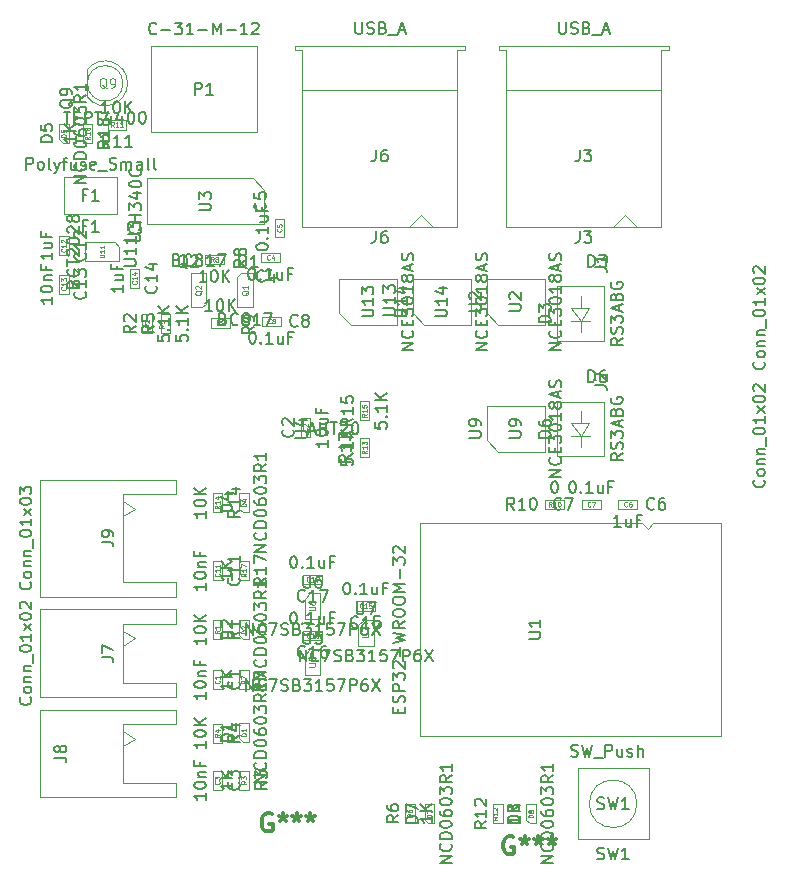
<source format=gbr>
G04 #@! TF.GenerationSoftware,KiCad,Pcbnew,(5.99.0-9218-g05b559c9dc)*
G04 #@! TF.CreationDate,2021-05-17T00:15:44+02:00*
G04 #@! TF.ProjectId,Self_Watering_Plant,53656c66-5f57-4617-9465-72696e675f50,rev?*
G04 #@! TF.SameCoordinates,Original*
G04 #@! TF.FileFunction,AssemblyDrawing,Top*
%FSLAX46Y46*%
G04 Gerber Fmt 4.6, Leading zero omitted, Abs format (unit mm)*
G04 Created by KiCad (PCBNEW (5.99.0-9218-g05b559c9dc)) date 2021-05-17 00:15:44*
%MOMM*%
%LPD*%
G01*
G04 APERTURE LIST*
%ADD10C,0.150000*%
%ADD11C,0.075000*%
%ADD12C,0.060000*%
%ADD13C,0.300000*%
%ADD14C,0.120000*%
%ADD15C,0.100000*%
G04 APERTURE END LIST*
D10*
X124076190Y-68757142D02*
X124028571Y-68804761D01*
X123885714Y-68852380D01*
X123790476Y-68852380D01*
X123647619Y-68804761D01*
X123552380Y-68709523D01*
X123504761Y-68614285D01*
X123457142Y-68423809D01*
X123457142Y-68280952D01*
X123504761Y-68090476D01*
X123552380Y-67995238D01*
X123647619Y-67900000D01*
X123790476Y-67852380D01*
X123885714Y-67852380D01*
X124028571Y-67900000D01*
X124076190Y-67947619D01*
X124504761Y-68471428D02*
X125266666Y-68471428D01*
X125647619Y-67852380D02*
X126266666Y-67852380D01*
X125933333Y-68233333D01*
X126076190Y-68233333D01*
X126171428Y-68280952D01*
X126219047Y-68328571D01*
X126266666Y-68423809D01*
X126266666Y-68661904D01*
X126219047Y-68757142D01*
X126171428Y-68804761D01*
X126076190Y-68852380D01*
X125790476Y-68852380D01*
X125695238Y-68804761D01*
X125647619Y-68757142D01*
X127219047Y-68852380D02*
X126647619Y-68852380D01*
X126933333Y-68852380D02*
X126933333Y-67852380D01*
X126838095Y-67995238D01*
X126742857Y-68090476D01*
X126647619Y-68138095D01*
X127647619Y-68471428D02*
X128409523Y-68471428D01*
X128885714Y-68852380D02*
X128885714Y-67852380D01*
X129219047Y-68566666D01*
X129552380Y-67852380D01*
X129552380Y-68852380D01*
X130028571Y-68471428D02*
X130790476Y-68471428D01*
X131790476Y-68852380D02*
X131219047Y-68852380D01*
X131504761Y-68852380D02*
X131504761Y-67852380D01*
X131409523Y-67995238D01*
X131314285Y-68090476D01*
X131219047Y-68138095D01*
X132171428Y-67947619D02*
X132219047Y-67900000D01*
X132314285Y-67852380D01*
X132552380Y-67852380D01*
X132647619Y-67900000D01*
X132695238Y-67947619D01*
X132742857Y-68042857D01*
X132742857Y-68138095D01*
X132695238Y-68280952D01*
X132123809Y-68852380D01*
X132742857Y-68852380D01*
X127361904Y-73952380D02*
X127361904Y-72952380D01*
X127742857Y-72952380D01*
X127838095Y-73000000D01*
X127885714Y-73047619D01*
X127933333Y-73142857D01*
X127933333Y-73285714D01*
X127885714Y-73380952D01*
X127838095Y-73428571D01*
X127742857Y-73476190D01*
X127361904Y-73476190D01*
X128885714Y-73952380D02*
X128314285Y-73952380D01*
X128600000Y-73952380D02*
X128600000Y-72952380D01*
X128504761Y-73095238D01*
X128409523Y-73190476D01*
X128314285Y-73238095D01*
X131754761Y-88647619D02*
X131659523Y-88600000D01*
X131564285Y-88504761D01*
X131421428Y-88361904D01*
X131326190Y-88314285D01*
X131230952Y-88314285D01*
X131278571Y-88552380D02*
X131183333Y-88504761D01*
X131088095Y-88409523D01*
X131040476Y-88219047D01*
X131040476Y-87885714D01*
X131088095Y-87695238D01*
X131183333Y-87600000D01*
X131278571Y-87552380D01*
X131469047Y-87552380D01*
X131564285Y-87600000D01*
X131659523Y-87695238D01*
X131707142Y-87885714D01*
X131707142Y-88219047D01*
X131659523Y-88409523D01*
X131564285Y-88504761D01*
X131469047Y-88552380D01*
X131278571Y-88552380D01*
X132659523Y-88552380D02*
X132088095Y-88552380D01*
X132373809Y-88552380D02*
X132373809Y-87552380D01*
X132278571Y-87695238D01*
X132183333Y-87790476D01*
X132088095Y-87838095D01*
X129742857Y-92953571D02*
X129885714Y-93001190D01*
X129933333Y-93048809D01*
X129980952Y-93144047D01*
X129980952Y-93286904D01*
X129933333Y-93382142D01*
X129885714Y-93429761D01*
X129790476Y-93477380D01*
X129409523Y-93477380D01*
X129409523Y-92477380D01*
X129742857Y-92477380D01*
X129838095Y-92525000D01*
X129885714Y-92572619D01*
X129933333Y-92667857D01*
X129933333Y-92763095D01*
X129885714Y-92858333D01*
X129838095Y-92905952D01*
X129742857Y-92953571D01*
X129409523Y-92953571D01*
X130980952Y-93382142D02*
X130933333Y-93429761D01*
X130790476Y-93477380D01*
X130695238Y-93477380D01*
X130552380Y-93429761D01*
X130457142Y-93334523D01*
X130409523Y-93239285D01*
X130361904Y-93048809D01*
X130361904Y-92905952D01*
X130409523Y-92715476D01*
X130457142Y-92620238D01*
X130552380Y-92525000D01*
X130695238Y-92477380D01*
X130790476Y-92477380D01*
X130933333Y-92525000D01*
X130980952Y-92572619D01*
X131552380Y-92905952D02*
X131457142Y-92858333D01*
X131409523Y-92810714D01*
X131361904Y-92715476D01*
X131361904Y-92667857D01*
X131409523Y-92572619D01*
X131457142Y-92525000D01*
X131552380Y-92477380D01*
X131742857Y-92477380D01*
X131838095Y-92525000D01*
X131885714Y-92572619D01*
X131933333Y-92667857D01*
X131933333Y-92715476D01*
X131885714Y-92810714D01*
X131838095Y-92858333D01*
X131742857Y-92905952D01*
X131552380Y-92905952D01*
X131457142Y-92953571D01*
X131409523Y-93001190D01*
X131361904Y-93096428D01*
X131361904Y-93286904D01*
X131409523Y-93382142D01*
X131457142Y-93429761D01*
X131552380Y-93477380D01*
X131742857Y-93477380D01*
X131838095Y-93429761D01*
X131885714Y-93382142D01*
X131933333Y-93286904D01*
X131933333Y-93096428D01*
X131885714Y-93001190D01*
X131838095Y-92953571D01*
X131742857Y-92905952D01*
X132885714Y-93477380D02*
X132314285Y-93477380D01*
X132600000Y-93477380D02*
X132600000Y-92477380D01*
X132504761Y-92620238D01*
X132409523Y-92715476D01*
X132314285Y-92763095D01*
X133219047Y-92477380D02*
X133885714Y-92477380D01*
X133457142Y-93477380D01*
D11*
X131873809Y-90572619D02*
X131850000Y-90620238D01*
X131802380Y-90667857D01*
X131730952Y-90739285D01*
X131707142Y-90786904D01*
X131707142Y-90834523D01*
X131826190Y-90810714D02*
X131802380Y-90858333D01*
X131754761Y-90905952D01*
X131659523Y-90929761D01*
X131492857Y-90929761D01*
X131397619Y-90905952D01*
X131350000Y-90858333D01*
X131326190Y-90810714D01*
X131326190Y-90715476D01*
X131350000Y-90667857D01*
X131397619Y-90620238D01*
X131492857Y-90596428D01*
X131659523Y-90596428D01*
X131754761Y-90620238D01*
X131802380Y-90667857D01*
X131826190Y-90715476D01*
X131826190Y-90810714D01*
X131826190Y-90120238D02*
X131826190Y-90405952D01*
X131826190Y-90263095D02*
X131326190Y-90263095D01*
X131397619Y-90310714D01*
X131445238Y-90358333D01*
X131469047Y-90405952D01*
D10*
X126704761Y-88672619D02*
X126609523Y-88625000D01*
X126514285Y-88529761D01*
X126371428Y-88386904D01*
X126276190Y-88339285D01*
X126180952Y-88339285D01*
X126228571Y-88577380D02*
X126133333Y-88529761D01*
X126038095Y-88434523D01*
X125990476Y-88244047D01*
X125990476Y-87910714D01*
X126038095Y-87720238D01*
X126133333Y-87625000D01*
X126228571Y-87577380D01*
X126419047Y-87577380D01*
X126514285Y-87625000D01*
X126609523Y-87720238D01*
X126657142Y-87910714D01*
X126657142Y-88244047D01*
X126609523Y-88434523D01*
X126514285Y-88529761D01*
X126419047Y-88577380D01*
X126228571Y-88577380D01*
X127038095Y-87672619D02*
X127085714Y-87625000D01*
X127180952Y-87577380D01*
X127419047Y-87577380D01*
X127514285Y-87625000D01*
X127561904Y-87672619D01*
X127609523Y-87767857D01*
X127609523Y-87863095D01*
X127561904Y-88005952D01*
X126990476Y-88577380D01*
X127609523Y-88577380D01*
X125792857Y-87953571D02*
X125935714Y-88001190D01*
X125983333Y-88048809D01*
X126030952Y-88144047D01*
X126030952Y-88286904D01*
X125983333Y-88382142D01*
X125935714Y-88429761D01*
X125840476Y-88477380D01*
X125459523Y-88477380D01*
X125459523Y-87477380D01*
X125792857Y-87477380D01*
X125888095Y-87525000D01*
X125935714Y-87572619D01*
X125983333Y-87667857D01*
X125983333Y-87763095D01*
X125935714Y-87858333D01*
X125888095Y-87905952D01*
X125792857Y-87953571D01*
X125459523Y-87953571D01*
X127030952Y-88382142D02*
X126983333Y-88429761D01*
X126840476Y-88477380D01*
X126745238Y-88477380D01*
X126602380Y-88429761D01*
X126507142Y-88334523D01*
X126459523Y-88239285D01*
X126411904Y-88048809D01*
X126411904Y-87905952D01*
X126459523Y-87715476D01*
X126507142Y-87620238D01*
X126602380Y-87525000D01*
X126745238Y-87477380D01*
X126840476Y-87477380D01*
X126983333Y-87525000D01*
X127030952Y-87572619D01*
X127602380Y-87905952D02*
X127507142Y-87858333D01*
X127459523Y-87810714D01*
X127411904Y-87715476D01*
X127411904Y-87667857D01*
X127459523Y-87572619D01*
X127507142Y-87525000D01*
X127602380Y-87477380D01*
X127792857Y-87477380D01*
X127888095Y-87525000D01*
X127935714Y-87572619D01*
X127983333Y-87667857D01*
X127983333Y-87715476D01*
X127935714Y-87810714D01*
X127888095Y-87858333D01*
X127792857Y-87905952D01*
X127602380Y-87905952D01*
X127507142Y-87953571D01*
X127459523Y-88001190D01*
X127411904Y-88096428D01*
X127411904Y-88286904D01*
X127459523Y-88382142D01*
X127507142Y-88429761D01*
X127602380Y-88477380D01*
X127792857Y-88477380D01*
X127888095Y-88429761D01*
X127935714Y-88382142D01*
X127983333Y-88286904D01*
X127983333Y-88096428D01*
X127935714Y-88001190D01*
X127888095Y-87953571D01*
X127792857Y-87905952D01*
X128935714Y-88477380D02*
X128364285Y-88477380D01*
X128650000Y-88477380D02*
X128650000Y-87477380D01*
X128554761Y-87620238D01*
X128459523Y-87715476D01*
X128364285Y-87763095D01*
X129269047Y-87477380D02*
X129935714Y-87477380D01*
X129507142Y-88477380D01*
D11*
X127923809Y-90572619D02*
X127900000Y-90620238D01*
X127852380Y-90667857D01*
X127780952Y-90739285D01*
X127757142Y-90786904D01*
X127757142Y-90834523D01*
X127876190Y-90810714D02*
X127852380Y-90858333D01*
X127804761Y-90905952D01*
X127709523Y-90929761D01*
X127542857Y-90929761D01*
X127447619Y-90905952D01*
X127400000Y-90858333D01*
X127376190Y-90810714D01*
X127376190Y-90715476D01*
X127400000Y-90667857D01*
X127447619Y-90620238D01*
X127542857Y-90596428D01*
X127709523Y-90596428D01*
X127804761Y-90620238D01*
X127852380Y-90667857D01*
X127876190Y-90715476D01*
X127876190Y-90810714D01*
X127423809Y-90405952D02*
X127400000Y-90382142D01*
X127376190Y-90334523D01*
X127376190Y-90215476D01*
X127400000Y-90167857D01*
X127423809Y-90144047D01*
X127471428Y-90120238D01*
X127519047Y-90120238D01*
X127590476Y-90144047D01*
X127876190Y-90429761D01*
X127876190Y-90120238D01*
D10*
X133452380Y-132166666D02*
X132976190Y-132500000D01*
X133452380Y-132738095D02*
X132452380Y-132738095D01*
X132452380Y-132357142D01*
X132500000Y-132261904D01*
X132547619Y-132214285D01*
X132642857Y-132166666D01*
X132785714Y-132166666D01*
X132880952Y-132214285D01*
X132928571Y-132261904D01*
X132976190Y-132357142D01*
X132976190Y-132738095D01*
X132452380Y-131833333D02*
X132452380Y-131214285D01*
X132833333Y-131547619D01*
X132833333Y-131404761D01*
X132880952Y-131309523D01*
X132928571Y-131261904D01*
X133023809Y-131214285D01*
X133261904Y-131214285D01*
X133357142Y-131261904D01*
X133404761Y-131309523D01*
X133452380Y-131404761D01*
X133452380Y-131690476D01*
X133404761Y-131785714D01*
X133357142Y-131833333D01*
X130522380Y-132214285D02*
X130522380Y-132785714D01*
X130522380Y-132500000D02*
X129522380Y-132500000D01*
X129665238Y-132595238D01*
X129760476Y-132690476D01*
X129808095Y-132785714D01*
X130522380Y-131785714D02*
X129522380Y-131785714D01*
X130522380Y-131214285D02*
X129950952Y-131642857D01*
X129522380Y-131214285D02*
X130093809Y-131785714D01*
D12*
X131680952Y-132066666D02*
X131490476Y-132200000D01*
X131680952Y-132295238D02*
X131280952Y-132295238D01*
X131280952Y-132142857D01*
X131300000Y-132104761D01*
X131319047Y-132085714D01*
X131357142Y-132066666D01*
X131414285Y-132066666D01*
X131452380Y-132085714D01*
X131471428Y-132104761D01*
X131490476Y-132142857D01*
X131490476Y-132295238D01*
X131280952Y-131933333D02*
X131280952Y-131685714D01*
X131433333Y-131819047D01*
X131433333Y-131761904D01*
X131452380Y-131723809D01*
X131471428Y-131704761D01*
X131509523Y-131685714D01*
X131604761Y-131685714D01*
X131642857Y-131704761D01*
X131661904Y-131723809D01*
X131680952Y-131761904D01*
X131680952Y-131876190D01*
X131661904Y-131914285D01*
X131642857Y-131933333D01*
D10*
X133352380Y-123829445D02*
X132876190Y-124162779D01*
X133352380Y-124400874D02*
X132352380Y-124400874D01*
X132352380Y-124019921D01*
X132400000Y-123924683D01*
X132447619Y-123877064D01*
X132542857Y-123829445D01*
X132685714Y-123829445D01*
X132780952Y-123877064D01*
X132828571Y-123924683D01*
X132876190Y-124019921D01*
X132876190Y-124400874D01*
X132352380Y-123496112D02*
X132352380Y-122829445D01*
X133352380Y-123258017D01*
X130522380Y-123714285D02*
X130522380Y-124285714D01*
X130522380Y-124000000D02*
X129522380Y-124000000D01*
X129665238Y-124095238D01*
X129760476Y-124190476D01*
X129808095Y-124285714D01*
X130522380Y-123285714D02*
X129522380Y-123285714D01*
X130522380Y-122714285D02*
X129950952Y-123142857D01*
X129522380Y-122714285D02*
X130093809Y-123285714D01*
D12*
X131680952Y-123566666D02*
X131490476Y-123700000D01*
X131680952Y-123795238D02*
X131280952Y-123795238D01*
X131280952Y-123642857D01*
X131300000Y-123604761D01*
X131319047Y-123585714D01*
X131357142Y-123566666D01*
X131414285Y-123566666D01*
X131452380Y-123585714D01*
X131471428Y-123604761D01*
X131490476Y-123642857D01*
X131490476Y-123795238D01*
X131280952Y-123433333D02*
X131280952Y-123166666D01*
X131680952Y-123338095D01*
D10*
X121702380Y-86361904D02*
X122511904Y-86361904D01*
X122607142Y-86314285D01*
X122654761Y-86266666D01*
X122702380Y-86171428D01*
X122702380Y-85980952D01*
X122654761Y-85885714D01*
X122607142Y-85838095D01*
X122511904Y-85790476D01*
X121702380Y-85790476D01*
X121702380Y-85409523D02*
X121702380Y-84790476D01*
X122083333Y-85123809D01*
X122083333Y-84980952D01*
X122130952Y-84885714D01*
X122178571Y-84838095D01*
X122273809Y-84790476D01*
X122511904Y-84790476D01*
X122607142Y-84838095D01*
X122654761Y-84885714D01*
X122702380Y-84980952D01*
X122702380Y-85266666D01*
X122654761Y-85361904D01*
X122607142Y-85409523D01*
X122707142Y-85142857D02*
X122754761Y-85190476D01*
X122802380Y-85333333D01*
X122802380Y-85428571D01*
X122754761Y-85571428D01*
X122659523Y-85666666D01*
X122564285Y-85714285D01*
X122373809Y-85761904D01*
X122230952Y-85761904D01*
X122040476Y-85714285D01*
X121945238Y-85666666D01*
X121850000Y-85571428D01*
X121802380Y-85428571D01*
X121802380Y-85333333D01*
X121850000Y-85190476D01*
X121897619Y-85142857D01*
X122802380Y-84714285D02*
X121802380Y-84714285D01*
X122278571Y-84714285D02*
X122278571Y-84142857D01*
X122802380Y-84142857D02*
X121802380Y-84142857D01*
X121802380Y-83761904D02*
X121802380Y-83142857D01*
X122183333Y-83476190D01*
X122183333Y-83333333D01*
X122230952Y-83238095D01*
X122278571Y-83190476D01*
X122373809Y-83142857D01*
X122611904Y-83142857D01*
X122707142Y-83190476D01*
X122754761Y-83238095D01*
X122802380Y-83333333D01*
X122802380Y-83619047D01*
X122754761Y-83714285D01*
X122707142Y-83761904D01*
X122135714Y-82285714D02*
X122802380Y-82285714D01*
X121754761Y-82523809D02*
X122469047Y-82761904D01*
X122469047Y-82142857D01*
X121802380Y-81571428D02*
X121802380Y-81476190D01*
X121850000Y-81380952D01*
X121897619Y-81333333D01*
X121992857Y-81285714D01*
X122183333Y-81238095D01*
X122421428Y-81238095D01*
X122611904Y-81285714D01*
X122707142Y-81333333D01*
X122754761Y-81380952D01*
X122802380Y-81476190D01*
X122802380Y-81571428D01*
X122754761Y-81666666D01*
X122707142Y-81714285D01*
X122611904Y-81761904D01*
X122421428Y-81809523D01*
X122183333Y-81809523D01*
X121992857Y-81761904D01*
X121897619Y-81714285D01*
X121850000Y-81666666D01*
X121802380Y-81571428D01*
X122707142Y-80238095D02*
X122754761Y-80285714D01*
X122802380Y-80428571D01*
X122802380Y-80523809D01*
X122754761Y-80666666D01*
X122659523Y-80761904D01*
X122564285Y-80809523D01*
X122373809Y-80857142D01*
X122230952Y-80857142D01*
X122040476Y-80809523D01*
X121945238Y-80761904D01*
X121850000Y-80666666D01*
X121802380Y-80523809D01*
X121802380Y-80428571D01*
X121850000Y-80285714D01*
X121897619Y-80238095D01*
X127713333Y-83746666D02*
X128506666Y-83746666D01*
X128600000Y-83700000D01*
X128646666Y-83653333D01*
X128693333Y-83560000D01*
X128693333Y-83373333D01*
X128646666Y-83280000D01*
X128600000Y-83233333D01*
X128506666Y-83186666D01*
X127713333Y-83186666D01*
X127713333Y-82813333D02*
X127713333Y-82206666D01*
X128086666Y-82533333D01*
X128086666Y-82393333D01*
X128133333Y-82300000D01*
X128180000Y-82253333D01*
X128273333Y-82206666D01*
X128506666Y-82206666D01*
X128600000Y-82253333D01*
X128646666Y-82300000D01*
X128693333Y-82393333D01*
X128693333Y-82673333D01*
X128646666Y-82766666D01*
X128600000Y-82813333D01*
X133195833Y-89707142D02*
X133148214Y-89754761D01*
X133005357Y-89802380D01*
X132910119Y-89802380D01*
X132767261Y-89754761D01*
X132672023Y-89659523D01*
X132624404Y-89564285D01*
X132576785Y-89373809D01*
X132576785Y-89230952D01*
X132624404Y-89040476D01*
X132672023Y-88945238D01*
X132767261Y-88850000D01*
X132910119Y-88802380D01*
X133005357Y-88802380D01*
X133148214Y-88850000D01*
X133195833Y-88897619D01*
X134052976Y-89135714D02*
X134052976Y-89802380D01*
X133814880Y-88754761D02*
X133576785Y-89469047D01*
X134195833Y-89469047D01*
X132107142Y-88632380D02*
X132202380Y-88632380D01*
X132297619Y-88680000D01*
X132345238Y-88727619D01*
X132392857Y-88822857D01*
X132440476Y-89013333D01*
X132440476Y-89251428D01*
X132392857Y-89441904D01*
X132345238Y-89537142D01*
X132297619Y-89584761D01*
X132202380Y-89632380D01*
X132107142Y-89632380D01*
X132011904Y-89584761D01*
X131964285Y-89537142D01*
X131916666Y-89441904D01*
X131869047Y-89251428D01*
X131869047Y-89013333D01*
X131916666Y-88822857D01*
X131964285Y-88727619D01*
X132011904Y-88680000D01*
X132107142Y-88632380D01*
X132869047Y-89537142D02*
X132916666Y-89584761D01*
X132869047Y-89632380D01*
X132821428Y-89584761D01*
X132869047Y-89537142D01*
X132869047Y-89632380D01*
X133869047Y-89632380D02*
X133297619Y-89632380D01*
X133583333Y-89632380D02*
X133583333Y-88632380D01*
X133488095Y-88775238D01*
X133392857Y-88870476D01*
X133297619Y-88918095D01*
X134726190Y-88965714D02*
X134726190Y-89632380D01*
X134297619Y-88965714D02*
X134297619Y-89489523D01*
X134345238Y-89584761D01*
X134440476Y-89632380D01*
X134583333Y-89632380D01*
X134678571Y-89584761D01*
X134726190Y-89537142D01*
X135535714Y-89108571D02*
X135202380Y-89108571D01*
X135202380Y-89632380D02*
X135202380Y-88632380D01*
X135678571Y-88632380D01*
D12*
X133683333Y-87892857D02*
X133664285Y-87911904D01*
X133607142Y-87930952D01*
X133569047Y-87930952D01*
X133511904Y-87911904D01*
X133473809Y-87873809D01*
X133454761Y-87835714D01*
X133435714Y-87759523D01*
X133435714Y-87702380D01*
X133454761Y-87626190D01*
X133473809Y-87588095D01*
X133511904Y-87550000D01*
X133569047Y-87530952D01*
X133607142Y-87530952D01*
X133664285Y-87550000D01*
X133683333Y-87569047D01*
X134026190Y-87664285D02*
X134026190Y-87930952D01*
X133930952Y-87511904D02*
X133835714Y-87797619D01*
X134083333Y-87797619D01*
D10*
X133257142Y-83166666D02*
X133304761Y-83214285D01*
X133352380Y-83357142D01*
X133352380Y-83452380D01*
X133304761Y-83595238D01*
X133209523Y-83690476D01*
X133114285Y-83738095D01*
X132923809Y-83785714D01*
X132780952Y-83785714D01*
X132590476Y-83738095D01*
X132495238Y-83690476D01*
X132400000Y-83595238D01*
X132352380Y-83452380D01*
X132352380Y-83357142D01*
X132400000Y-83214285D01*
X132447619Y-83166666D01*
X132352380Y-82261904D02*
X132352380Y-82738095D01*
X132828571Y-82785714D01*
X132780952Y-82738095D01*
X132733333Y-82642857D01*
X132733333Y-82404761D01*
X132780952Y-82309523D01*
X132828571Y-82261904D01*
X132923809Y-82214285D01*
X133161904Y-82214285D01*
X133257142Y-82261904D01*
X133304761Y-82309523D01*
X133352380Y-82404761D01*
X133352380Y-82642857D01*
X133304761Y-82738095D01*
X133257142Y-82785714D01*
X132522380Y-86892857D02*
X132522380Y-86797619D01*
X132570000Y-86702380D01*
X132617619Y-86654761D01*
X132712857Y-86607142D01*
X132903333Y-86559523D01*
X133141428Y-86559523D01*
X133331904Y-86607142D01*
X133427142Y-86654761D01*
X133474761Y-86702380D01*
X133522380Y-86797619D01*
X133522380Y-86892857D01*
X133474761Y-86988095D01*
X133427142Y-87035714D01*
X133331904Y-87083333D01*
X133141428Y-87130952D01*
X132903333Y-87130952D01*
X132712857Y-87083333D01*
X132617619Y-87035714D01*
X132570000Y-86988095D01*
X132522380Y-86892857D01*
X133427142Y-86130952D02*
X133474761Y-86083333D01*
X133522380Y-86130952D01*
X133474761Y-86178571D01*
X133427142Y-86130952D01*
X133522380Y-86130952D01*
X133522380Y-85130952D02*
X133522380Y-85702380D01*
X133522380Y-85416666D02*
X132522380Y-85416666D01*
X132665238Y-85511904D01*
X132760476Y-85607142D01*
X132808095Y-85702380D01*
X132855714Y-84273809D02*
X133522380Y-84273809D01*
X132855714Y-84702380D02*
X133379523Y-84702380D01*
X133474761Y-84654761D01*
X133522380Y-84559523D01*
X133522380Y-84416666D01*
X133474761Y-84321428D01*
X133427142Y-84273809D01*
X132998571Y-83464285D02*
X132998571Y-83797619D01*
X133522380Y-83797619D02*
X132522380Y-83797619D01*
X132522380Y-83321428D01*
D12*
X134642857Y-85316666D02*
X134661904Y-85335714D01*
X134680952Y-85392857D01*
X134680952Y-85430952D01*
X134661904Y-85488095D01*
X134623809Y-85526190D01*
X134585714Y-85545238D01*
X134509523Y-85564285D01*
X134452380Y-85564285D01*
X134376190Y-85545238D01*
X134338095Y-85526190D01*
X134300000Y-85488095D01*
X134280952Y-85430952D01*
X134280952Y-85392857D01*
X134300000Y-85335714D01*
X134319047Y-85316666D01*
X134280952Y-84954761D02*
X134280952Y-85145238D01*
X134471428Y-85164285D01*
X134452380Y-85145238D01*
X134433333Y-85107142D01*
X134433333Y-85011904D01*
X134452380Y-84973809D01*
X134471428Y-84954761D01*
X134509523Y-84935714D01*
X134604761Y-84935714D01*
X134642857Y-84954761D01*
X134661904Y-84973809D01*
X134680952Y-85011904D01*
X134680952Y-85107142D01*
X134661904Y-85145238D01*
X134642857Y-85164285D01*
D10*
X166233333Y-109007142D02*
X166185714Y-109054761D01*
X166042857Y-109102380D01*
X165947619Y-109102380D01*
X165804761Y-109054761D01*
X165709523Y-108959523D01*
X165661904Y-108864285D01*
X165614285Y-108673809D01*
X165614285Y-108530952D01*
X165661904Y-108340476D01*
X165709523Y-108245238D01*
X165804761Y-108150000D01*
X165947619Y-108102380D01*
X166042857Y-108102380D01*
X166185714Y-108150000D01*
X166233333Y-108197619D01*
X167090476Y-108102380D02*
X166900000Y-108102380D01*
X166804761Y-108150000D01*
X166757142Y-108197619D01*
X166661904Y-108340476D01*
X166614285Y-108530952D01*
X166614285Y-108911904D01*
X166661904Y-109007142D01*
X166709523Y-109054761D01*
X166804761Y-109102380D01*
X166995238Y-109102380D01*
X167090476Y-109054761D01*
X167138095Y-109007142D01*
X167185714Y-108911904D01*
X167185714Y-108673809D01*
X167138095Y-108578571D01*
X167090476Y-108530952D01*
X166995238Y-108483333D01*
X166804761Y-108483333D01*
X166709523Y-108530952D01*
X166661904Y-108578571D01*
X166614285Y-108673809D01*
X163404761Y-110532380D02*
X162833333Y-110532380D01*
X163119047Y-110532380D02*
X163119047Y-109532380D01*
X163023809Y-109675238D01*
X162928571Y-109770476D01*
X162833333Y-109818095D01*
X164261904Y-109865714D02*
X164261904Y-110532380D01*
X163833333Y-109865714D02*
X163833333Y-110389523D01*
X163880952Y-110484761D01*
X163976190Y-110532380D01*
X164119047Y-110532380D01*
X164214285Y-110484761D01*
X164261904Y-110437142D01*
X165071428Y-110008571D02*
X164738095Y-110008571D01*
X164738095Y-110532380D02*
X164738095Y-109532380D01*
X165214285Y-109532380D01*
D12*
X163933333Y-108792857D02*
X163914285Y-108811904D01*
X163857142Y-108830952D01*
X163819047Y-108830952D01*
X163761904Y-108811904D01*
X163723809Y-108773809D01*
X163704761Y-108735714D01*
X163685714Y-108659523D01*
X163685714Y-108602380D01*
X163704761Y-108526190D01*
X163723809Y-108488095D01*
X163761904Y-108450000D01*
X163819047Y-108430952D01*
X163857142Y-108430952D01*
X163914285Y-108450000D01*
X163933333Y-108469047D01*
X164276190Y-108430952D02*
X164200000Y-108430952D01*
X164161904Y-108450000D01*
X164142857Y-108469047D01*
X164104761Y-108526190D01*
X164085714Y-108602380D01*
X164085714Y-108754761D01*
X164104761Y-108792857D01*
X164123809Y-108811904D01*
X164161904Y-108830952D01*
X164238095Y-108830952D01*
X164276190Y-108811904D01*
X164295238Y-108792857D01*
X164314285Y-108754761D01*
X164314285Y-108659523D01*
X164295238Y-108621428D01*
X164276190Y-108602380D01*
X164238095Y-108583333D01*
X164161904Y-108583333D01*
X164123809Y-108602380D01*
X164104761Y-108621428D01*
X164085714Y-108659523D01*
D10*
X158333333Y-109007142D02*
X158285714Y-109054761D01*
X158142857Y-109102380D01*
X158047619Y-109102380D01*
X157904761Y-109054761D01*
X157809523Y-108959523D01*
X157761904Y-108864285D01*
X157714285Y-108673809D01*
X157714285Y-108530952D01*
X157761904Y-108340476D01*
X157809523Y-108245238D01*
X157904761Y-108150000D01*
X158047619Y-108102380D01*
X158142857Y-108102380D01*
X158285714Y-108150000D01*
X158333333Y-108197619D01*
X158666666Y-108102380D02*
X159333333Y-108102380D01*
X158904761Y-109102380D01*
X159257142Y-106672380D02*
X159352380Y-106672380D01*
X159447619Y-106720000D01*
X159495238Y-106767619D01*
X159542857Y-106862857D01*
X159590476Y-107053333D01*
X159590476Y-107291428D01*
X159542857Y-107481904D01*
X159495238Y-107577142D01*
X159447619Y-107624761D01*
X159352380Y-107672380D01*
X159257142Y-107672380D01*
X159161904Y-107624761D01*
X159114285Y-107577142D01*
X159066666Y-107481904D01*
X159019047Y-107291428D01*
X159019047Y-107053333D01*
X159066666Y-106862857D01*
X159114285Y-106767619D01*
X159161904Y-106720000D01*
X159257142Y-106672380D01*
X160019047Y-107577142D02*
X160066666Y-107624761D01*
X160019047Y-107672380D01*
X159971428Y-107624761D01*
X160019047Y-107577142D01*
X160019047Y-107672380D01*
X161019047Y-107672380D02*
X160447619Y-107672380D01*
X160733333Y-107672380D02*
X160733333Y-106672380D01*
X160638095Y-106815238D01*
X160542857Y-106910476D01*
X160447619Y-106958095D01*
X161876190Y-107005714D02*
X161876190Y-107672380D01*
X161447619Y-107005714D02*
X161447619Y-107529523D01*
X161495238Y-107624761D01*
X161590476Y-107672380D01*
X161733333Y-107672380D01*
X161828571Y-107624761D01*
X161876190Y-107577142D01*
X162685714Y-107148571D02*
X162352380Y-107148571D01*
X162352380Y-107672380D02*
X162352380Y-106672380D01*
X162828571Y-106672380D01*
D12*
X160833333Y-108792857D02*
X160814285Y-108811904D01*
X160757142Y-108830952D01*
X160719047Y-108830952D01*
X160661904Y-108811904D01*
X160623809Y-108773809D01*
X160604761Y-108735714D01*
X160585714Y-108659523D01*
X160585714Y-108602380D01*
X160604761Y-108526190D01*
X160623809Y-108488095D01*
X160661904Y-108450000D01*
X160719047Y-108430952D01*
X160757142Y-108430952D01*
X160814285Y-108450000D01*
X160833333Y-108469047D01*
X160966666Y-108430952D02*
X161233333Y-108430952D01*
X161061904Y-108830952D01*
D10*
X136033333Y-93507142D02*
X135985714Y-93554761D01*
X135842857Y-93602380D01*
X135747619Y-93602380D01*
X135604761Y-93554761D01*
X135509523Y-93459523D01*
X135461904Y-93364285D01*
X135414285Y-93173809D01*
X135414285Y-93030952D01*
X135461904Y-92840476D01*
X135509523Y-92745238D01*
X135604761Y-92650000D01*
X135747619Y-92602380D01*
X135842857Y-92602380D01*
X135985714Y-92650000D01*
X136033333Y-92697619D01*
X136604761Y-93030952D02*
X136509523Y-92983333D01*
X136461904Y-92935714D01*
X136414285Y-92840476D01*
X136414285Y-92792857D01*
X136461904Y-92697619D01*
X136509523Y-92650000D01*
X136604761Y-92602380D01*
X136795238Y-92602380D01*
X136890476Y-92650000D01*
X136938095Y-92697619D01*
X136985714Y-92792857D01*
X136985714Y-92840476D01*
X136938095Y-92935714D01*
X136890476Y-92983333D01*
X136795238Y-93030952D01*
X136604761Y-93030952D01*
X136509523Y-93078571D01*
X136461904Y-93126190D01*
X136414285Y-93221428D01*
X136414285Y-93411904D01*
X136461904Y-93507142D01*
X136509523Y-93554761D01*
X136604761Y-93602380D01*
X136795238Y-93602380D01*
X136890476Y-93554761D01*
X136938095Y-93507142D01*
X136985714Y-93411904D01*
X136985714Y-93221428D01*
X136938095Y-93126190D01*
X136890476Y-93078571D01*
X136795238Y-93030952D01*
X132169642Y-94032380D02*
X132264880Y-94032380D01*
X132360119Y-94080000D01*
X132407738Y-94127619D01*
X132455357Y-94222857D01*
X132502976Y-94413333D01*
X132502976Y-94651428D01*
X132455357Y-94841904D01*
X132407738Y-94937142D01*
X132360119Y-94984761D01*
X132264880Y-95032380D01*
X132169642Y-95032380D01*
X132074404Y-94984761D01*
X132026785Y-94937142D01*
X131979166Y-94841904D01*
X131931547Y-94651428D01*
X131931547Y-94413333D01*
X131979166Y-94222857D01*
X132026785Y-94127619D01*
X132074404Y-94080000D01*
X132169642Y-94032380D01*
X132931547Y-94937142D02*
X132979166Y-94984761D01*
X132931547Y-95032380D01*
X132883928Y-94984761D01*
X132931547Y-94937142D01*
X132931547Y-95032380D01*
X133931547Y-95032380D02*
X133360119Y-95032380D01*
X133645833Y-95032380D02*
X133645833Y-94032380D01*
X133550595Y-94175238D01*
X133455357Y-94270476D01*
X133360119Y-94318095D01*
X134788690Y-94365714D02*
X134788690Y-95032380D01*
X134360119Y-94365714D02*
X134360119Y-94889523D01*
X134407738Y-94984761D01*
X134502976Y-95032380D01*
X134645833Y-95032380D01*
X134741071Y-94984761D01*
X134788690Y-94937142D01*
X135598214Y-94508571D02*
X135264880Y-94508571D01*
X135264880Y-95032380D02*
X135264880Y-94032380D01*
X135741071Y-94032380D01*
D12*
X133745833Y-93292857D02*
X133726785Y-93311904D01*
X133669642Y-93330952D01*
X133631547Y-93330952D01*
X133574404Y-93311904D01*
X133536309Y-93273809D01*
X133517261Y-93235714D01*
X133498214Y-93159523D01*
X133498214Y-93102380D01*
X133517261Y-93026190D01*
X133536309Y-92988095D01*
X133574404Y-92950000D01*
X133631547Y-92930952D01*
X133669642Y-92930952D01*
X133726785Y-92950000D01*
X133745833Y-92969047D01*
X133974404Y-93102380D02*
X133936309Y-93083333D01*
X133917261Y-93064285D01*
X133898214Y-93026190D01*
X133898214Y-93007142D01*
X133917261Y-92969047D01*
X133936309Y-92950000D01*
X133974404Y-92930952D01*
X134050595Y-92930952D01*
X134088690Y-92950000D01*
X134107738Y-92969047D01*
X134126785Y-93007142D01*
X134126785Y-93026190D01*
X134107738Y-93064285D01*
X134088690Y-93083333D01*
X134050595Y-93102380D01*
X133974404Y-93102380D01*
X133936309Y-93121428D01*
X133917261Y-93140476D01*
X133898214Y-93178571D01*
X133898214Y-93254761D01*
X133917261Y-93292857D01*
X133936309Y-93311904D01*
X133974404Y-93330952D01*
X134050595Y-93330952D01*
X134088690Y-93311904D01*
X134107738Y-93292857D01*
X134126785Y-93254761D01*
X134126785Y-93178571D01*
X134107738Y-93140476D01*
X134088690Y-93121428D01*
X134050595Y-93102380D01*
D10*
X130522380Y-128700595D02*
X129522380Y-128700595D01*
X129522380Y-128462500D01*
X129570000Y-128319642D01*
X129665238Y-128224404D01*
X129760476Y-128176785D01*
X129950952Y-128129166D01*
X130093809Y-128129166D01*
X130284285Y-128176785D01*
X130379523Y-128224404D01*
X130474761Y-128319642D01*
X130522380Y-128462500D01*
X130522380Y-128700595D01*
X130522380Y-127176785D02*
X130522380Y-127748214D01*
X130522380Y-127462500D02*
X129522380Y-127462500D01*
X129665238Y-127557738D01*
X129760476Y-127652976D01*
X129808095Y-127748214D01*
X133382380Y-132129166D02*
X132382380Y-132129166D01*
X133382380Y-131557738D01*
X132382380Y-131557738D01*
X133287142Y-130510119D02*
X133334761Y-130557738D01*
X133382380Y-130700595D01*
X133382380Y-130795833D01*
X133334761Y-130938690D01*
X133239523Y-131033928D01*
X133144285Y-131081547D01*
X132953809Y-131129166D01*
X132810952Y-131129166D01*
X132620476Y-131081547D01*
X132525238Y-131033928D01*
X132430000Y-130938690D01*
X132382380Y-130795833D01*
X132382380Y-130700595D01*
X132430000Y-130557738D01*
X132477619Y-130510119D01*
X133382380Y-130081547D02*
X132382380Y-130081547D01*
X132382380Y-129843452D01*
X132430000Y-129700595D01*
X132525238Y-129605357D01*
X132620476Y-129557738D01*
X132810952Y-129510119D01*
X132953809Y-129510119D01*
X133144285Y-129557738D01*
X133239523Y-129605357D01*
X133334761Y-129700595D01*
X133382380Y-129843452D01*
X133382380Y-130081547D01*
X132382380Y-128891071D02*
X132382380Y-128795833D01*
X132430000Y-128700595D01*
X132477619Y-128652976D01*
X132572857Y-128605357D01*
X132763333Y-128557738D01*
X133001428Y-128557738D01*
X133191904Y-128605357D01*
X133287142Y-128652976D01*
X133334761Y-128700595D01*
X133382380Y-128795833D01*
X133382380Y-128891071D01*
X133334761Y-128986309D01*
X133287142Y-129033928D01*
X133191904Y-129081547D01*
X133001428Y-129129166D01*
X132763333Y-129129166D01*
X132572857Y-129081547D01*
X132477619Y-129033928D01*
X132430000Y-128986309D01*
X132382380Y-128891071D01*
X132382380Y-127700595D02*
X132382380Y-127891071D01*
X132430000Y-127986309D01*
X132477619Y-128033928D01*
X132620476Y-128129166D01*
X132810952Y-128176785D01*
X133191904Y-128176785D01*
X133287142Y-128129166D01*
X133334761Y-128081547D01*
X133382380Y-127986309D01*
X133382380Y-127795833D01*
X133334761Y-127700595D01*
X133287142Y-127652976D01*
X133191904Y-127605357D01*
X132953809Y-127605357D01*
X132858571Y-127652976D01*
X132810952Y-127700595D01*
X132763333Y-127795833D01*
X132763333Y-127986309D01*
X132810952Y-128081547D01*
X132858571Y-128129166D01*
X132953809Y-128176785D01*
X132382380Y-126986309D02*
X132382380Y-126891071D01*
X132430000Y-126795833D01*
X132477619Y-126748214D01*
X132572857Y-126700595D01*
X132763333Y-126652976D01*
X133001428Y-126652976D01*
X133191904Y-126700595D01*
X133287142Y-126748214D01*
X133334761Y-126795833D01*
X133382380Y-126891071D01*
X133382380Y-126986309D01*
X133334761Y-127081547D01*
X133287142Y-127129166D01*
X133191904Y-127176785D01*
X133001428Y-127224404D01*
X132763333Y-127224404D01*
X132572857Y-127176785D01*
X132477619Y-127129166D01*
X132430000Y-127081547D01*
X132382380Y-126986309D01*
X132382380Y-126319642D02*
X132382380Y-125700595D01*
X132763333Y-126033928D01*
X132763333Y-125891071D01*
X132810952Y-125795833D01*
X132858571Y-125748214D01*
X132953809Y-125700595D01*
X133191904Y-125700595D01*
X133287142Y-125748214D01*
X133334761Y-125795833D01*
X133382380Y-125891071D01*
X133382380Y-126176785D01*
X133334761Y-126272023D01*
X133287142Y-126319642D01*
X133382380Y-124700595D02*
X132906190Y-125033928D01*
X133382380Y-125272023D02*
X132382380Y-125272023D01*
X132382380Y-124891071D01*
X132430000Y-124795833D01*
X132477619Y-124748214D01*
X132572857Y-124700595D01*
X132715714Y-124700595D01*
X132810952Y-124748214D01*
X132858571Y-124795833D01*
X132906190Y-124891071D01*
X132906190Y-125272023D01*
X133382380Y-123748214D02*
X133382380Y-124319642D01*
X133382380Y-124033928D02*
X132382380Y-124033928D01*
X132525238Y-124129166D01*
X132620476Y-124224404D01*
X132668095Y-124319642D01*
D12*
X131680952Y-128257738D02*
X131280952Y-128257738D01*
X131280952Y-128162500D01*
X131300000Y-128105357D01*
X131338095Y-128067261D01*
X131376190Y-128048214D01*
X131452380Y-128029166D01*
X131509523Y-128029166D01*
X131585714Y-128048214D01*
X131623809Y-128067261D01*
X131661904Y-128105357D01*
X131680952Y-128162500D01*
X131680952Y-128257738D01*
X131680952Y-127648214D02*
X131680952Y-127876785D01*
X131680952Y-127762500D02*
X131280952Y-127762500D01*
X131338095Y-127800595D01*
X131376190Y-127838690D01*
X131395238Y-127876785D01*
D10*
X130522380Y-119988095D02*
X129522380Y-119988095D01*
X129522380Y-119750000D01*
X129570000Y-119607142D01*
X129665238Y-119511904D01*
X129760476Y-119464285D01*
X129950952Y-119416666D01*
X130093809Y-119416666D01*
X130284285Y-119464285D01*
X130379523Y-119511904D01*
X130474761Y-119607142D01*
X130522380Y-119750000D01*
X130522380Y-119988095D01*
X129617619Y-119035714D02*
X129570000Y-118988095D01*
X129522380Y-118892857D01*
X129522380Y-118654761D01*
X129570000Y-118559523D01*
X129617619Y-118511904D01*
X129712857Y-118464285D01*
X129808095Y-118464285D01*
X129950952Y-118511904D01*
X130522380Y-119083333D01*
X130522380Y-118464285D01*
X133382380Y-123416666D02*
X132382380Y-123416666D01*
X133382380Y-122845238D01*
X132382380Y-122845238D01*
X133287142Y-121797619D02*
X133334761Y-121845238D01*
X133382380Y-121988095D01*
X133382380Y-122083333D01*
X133334761Y-122226190D01*
X133239523Y-122321428D01*
X133144285Y-122369047D01*
X132953809Y-122416666D01*
X132810952Y-122416666D01*
X132620476Y-122369047D01*
X132525238Y-122321428D01*
X132430000Y-122226190D01*
X132382380Y-122083333D01*
X132382380Y-121988095D01*
X132430000Y-121845238D01*
X132477619Y-121797619D01*
X133382380Y-121369047D02*
X132382380Y-121369047D01*
X132382380Y-121130952D01*
X132430000Y-120988095D01*
X132525238Y-120892857D01*
X132620476Y-120845238D01*
X132810952Y-120797619D01*
X132953809Y-120797619D01*
X133144285Y-120845238D01*
X133239523Y-120892857D01*
X133334761Y-120988095D01*
X133382380Y-121130952D01*
X133382380Y-121369047D01*
X132382380Y-120178571D02*
X132382380Y-120083333D01*
X132430000Y-119988095D01*
X132477619Y-119940476D01*
X132572857Y-119892857D01*
X132763333Y-119845238D01*
X133001428Y-119845238D01*
X133191904Y-119892857D01*
X133287142Y-119940476D01*
X133334761Y-119988095D01*
X133382380Y-120083333D01*
X133382380Y-120178571D01*
X133334761Y-120273809D01*
X133287142Y-120321428D01*
X133191904Y-120369047D01*
X133001428Y-120416666D01*
X132763333Y-120416666D01*
X132572857Y-120369047D01*
X132477619Y-120321428D01*
X132430000Y-120273809D01*
X132382380Y-120178571D01*
X132382380Y-118988095D02*
X132382380Y-119178571D01*
X132430000Y-119273809D01*
X132477619Y-119321428D01*
X132620476Y-119416666D01*
X132810952Y-119464285D01*
X133191904Y-119464285D01*
X133287142Y-119416666D01*
X133334761Y-119369047D01*
X133382380Y-119273809D01*
X133382380Y-119083333D01*
X133334761Y-118988095D01*
X133287142Y-118940476D01*
X133191904Y-118892857D01*
X132953809Y-118892857D01*
X132858571Y-118940476D01*
X132810952Y-118988095D01*
X132763333Y-119083333D01*
X132763333Y-119273809D01*
X132810952Y-119369047D01*
X132858571Y-119416666D01*
X132953809Y-119464285D01*
X132382380Y-118273809D02*
X132382380Y-118178571D01*
X132430000Y-118083333D01*
X132477619Y-118035714D01*
X132572857Y-117988095D01*
X132763333Y-117940476D01*
X133001428Y-117940476D01*
X133191904Y-117988095D01*
X133287142Y-118035714D01*
X133334761Y-118083333D01*
X133382380Y-118178571D01*
X133382380Y-118273809D01*
X133334761Y-118369047D01*
X133287142Y-118416666D01*
X133191904Y-118464285D01*
X133001428Y-118511904D01*
X132763333Y-118511904D01*
X132572857Y-118464285D01*
X132477619Y-118416666D01*
X132430000Y-118369047D01*
X132382380Y-118273809D01*
X132382380Y-117607142D02*
X132382380Y-116988095D01*
X132763333Y-117321428D01*
X132763333Y-117178571D01*
X132810952Y-117083333D01*
X132858571Y-117035714D01*
X132953809Y-116988095D01*
X133191904Y-116988095D01*
X133287142Y-117035714D01*
X133334761Y-117083333D01*
X133382380Y-117178571D01*
X133382380Y-117464285D01*
X133334761Y-117559523D01*
X133287142Y-117607142D01*
X133382380Y-115988095D02*
X132906190Y-116321428D01*
X133382380Y-116559523D02*
X132382380Y-116559523D01*
X132382380Y-116178571D01*
X132430000Y-116083333D01*
X132477619Y-116035714D01*
X132572857Y-115988095D01*
X132715714Y-115988095D01*
X132810952Y-116035714D01*
X132858571Y-116083333D01*
X132906190Y-116178571D01*
X132906190Y-116559523D01*
X133382380Y-115035714D02*
X133382380Y-115607142D01*
X133382380Y-115321428D02*
X132382380Y-115321428D01*
X132525238Y-115416666D01*
X132620476Y-115511904D01*
X132668095Y-115607142D01*
D12*
X131680952Y-119545238D02*
X131280952Y-119545238D01*
X131280952Y-119450000D01*
X131300000Y-119392857D01*
X131338095Y-119354761D01*
X131376190Y-119335714D01*
X131452380Y-119316666D01*
X131509523Y-119316666D01*
X131585714Y-119335714D01*
X131623809Y-119354761D01*
X131661904Y-119392857D01*
X131680952Y-119450000D01*
X131680952Y-119545238D01*
X131319047Y-119164285D02*
X131300000Y-119145238D01*
X131280952Y-119107142D01*
X131280952Y-119011904D01*
X131300000Y-118973809D01*
X131319047Y-118954761D01*
X131357142Y-118935714D01*
X131395238Y-118935714D01*
X131452380Y-118954761D01*
X131680952Y-119183333D01*
X131680952Y-118935714D01*
D10*
X142666666Y-85502380D02*
X142666666Y-86216666D01*
X142619047Y-86359523D01*
X142523809Y-86454761D01*
X142380952Y-86502380D01*
X142285714Y-86502380D01*
X143571428Y-85502380D02*
X143380952Y-85502380D01*
X143285714Y-85550000D01*
X143238095Y-85597619D01*
X143142857Y-85740476D01*
X143095238Y-85930952D01*
X143095238Y-86311904D01*
X143142857Y-86407142D01*
X143190476Y-86454761D01*
X143285714Y-86502380D01*
X143476190Y-86502380D01*
X143571428Y-86454761D01*
X143619047Y-86407142D01*
X143666666Y-86311904D01*
X143666666Y-86073809D01*
X143619047Y-85978571D01*
X143571428Y-85930952D01*
X143476190Y-85883333D01*
X143285714Y-85883333D01*
X143190476Y-85930952D01*
X143142857Y-85978571D01*
X143095238Y-86073809D01*
X140928571Y-67812380D02*
X140928571Y-68621904D01*
X140976190Y-68717142D01*
X141023809Y-68764761D01*
X141119047Y-68812380D01*
X141309523Y-68812380D01*
X141404761Y-68764761D01*
X141452380Y-68717142D01*
X141500000Y-68621904D01*
X141500000Y-67812380D01*
X141928571Y-68764761D02*
X142071428Y-68812380D01*
X142309523Y-68812380D01*
X142404761Y-68764761D01*
X142452380Y-68717142D01*
X142500000Y-68621904D01*
X142500000Y-68526666D01*
X142452380Y-68431428D01*
X142404761Y-68383809D01*
X142309523Y-68336190D01*
X142119047Y-68288571D01*
X142023809Y-68240952D01*
X141976190Y-68193333D01*
X141928571Y-68098095D01*
X141928571Y-68002857D01*
X141976190Y-67907619D01*
X142023809Y-67860000D01*
X142119047Y-67812380D01*
X142357142Y-67812380D01*
X142500000Y-67860000D01*
X143261904Y-68288571D02*
X143404761Y-68336190D01*
X143452380Y-68383809D01*
X143500000Y-68479047D01*
X143500000Y-68621904D01*
X143452380Y-68717142D01*
X143404761Y-68764761D01*
X143309523Y-68812380D01*
X142928571Y-68812380D01*
X142928571Y-67812380D01*
X143261904Y-67812380D01*
X143357142Y-67860000D01*
X143404761Y-67907619D01*
X143452380Y-68002857D01*
X143452380Y-68098095D01*
X143404761Y-68193333D01*
X143357142Y-68240952D01*
X143261904Y-68288571D01*
X142928571Y-68288571D01*
X143690476Y-68907619D02*
X144452380Y-68907619D01*
X144642857Y-68526666D02*
X145119047Y-68526666D01*
X144547619Y-68812380D02*
X144880952Y-67812380D01*
X145214285Y-68812380D01*
X142666666Y-78612380D02*
X142666666Y-79326666D01*
X142619047Y-79469523D01*
X142523809Y-79564761D01*
X142380952Y-79612380D01*
X142285714Y-79612380D01*
X143571428Y-78612380D02*
X143380952Y-78612380D01*
X143285714Y-78660000D01*
X143238095Y-78707619D01*
X143142857Y-78850476D01*
X143095238Y-79040952D01*
X143095238Y-79421904D01*
X143142857Y-79517142D01*
X143190476Y-79564761D01*
X143285714Y-79612380D01*
X143476190Y-79612380D01*
X143571428Y-79564761D01*
X143619047Y-79517142D01*
X143666666Y-79421904D01*
X143666666Y-79183809D01*
X143619047Y-79088571D01*
X143571428Y-79040952D01*
X143476190Y-78993333D01*
X143285714Y-78993333D01*
X143190476Y-79040952D01*
X143142857Y-79088571D01*
X143095238Y-79183809D01*
X131677380Y-87941666D02*
X131201190Y-88275000D01*
X131677380Y-88513095D02*
X130677380Y-88513095D01*
X130677380Y-88132142D01*
X130725000Y-88036904D01*
X130772619Y-87989285D01*
X130867857Y-87941666D01*
X131010714Y-87941666D01*
X131105952Y-87989285D01*
X131153571Y-88036904D01*
X131201190Y-88132142D01*
X131201190Y-88513095D01*
X131105952Y-87370238D02*
X131058333Y-87465476D01*
X131010714Y-87513095D01*
X130915476Y-87560714D01*
X130867857Y-87560714D01*
X130772619Y-87513095D01*
X130725000Y-87465476D01*
X130677380Y-87370238D01*
X130677380Y-87179761D01*
X130725000Y-87084523D01*
X130772619Y-87036904D01*
X130867857Y-86989285D01*
X130915476Y-86989285D01*
X131010714Y-87036904D01*
X131058333Y-87084523D01*
X131105952Y-87179761D01*
X131105952Y-87370238D01*
X131153571Y-87465476D01*
X131201190Y-87513095D01*
X131296428Y-87560714D01*
X131486904Y-87560714D01*
X131582142Y-87513095D01*
X131629761Y-87465476D01*
X131677380Y-87370238D01*
X131677380Y-87179761D01*
X131629761Y-87084523D01*
X131582142Y-87036904D01*
X131486904Y-86989285D01*
X131296428Y-86989285D01*
X131201190Y-87036904D01*
X131153571Y-87084523D01*
X131105952Y-87179761D01*
X128309523Y-89807380D02*
X127738095Y-89807380D01*
X128023809Y-89807380D02*
X128023809Y-88807380D01*
X127928571Y-88950238D01*
X127833333Y-89045476D01*
X127738095Y-89093095D01*
X128928571Y-88807380D02*
X129023809Y-88807380D01*
X129119047Y-88855000D01*
X129166666Y-88902619D01*
X129214285Y-88997857D01*
X129261904Y-89188333D01*
X129261904Y-89426428D01*
X129214285Y-89616904D01*
X129166666Y-89712142D01*
X129119047Y-89759761D01*
X129023809Y-89807380D01*
X128928571Y-89807380D01*
X128833333Y-89759761D01*
X128785714Y-89712142D01*
X128738095Y-89616904D01*
X128690476Y-89426428D01*
X128690476Y-89188333D01*
X128738095Y-88997857D01*
X128785714Y-88902619D01*
X128833333Y-88855000D01*
X128928571Y-88807380D01*
X129690476Y-89807380D02*
X129690476Y-88807380D01*
X130261904Y-89807380D02*
X129833333Y-89235952D01*
X130261904Y-88807380D02*
X129690476Y-89378809D01*
D12*
X128933333Y-88105952D02*
X128800000Y-87915476D01*
X128704761Y-88105952D02*
X128704761Y-87705952D01*
X128857142Y-87705952D01*
X128895238Y-87725000D01*
X128914285Y-87744047D01*
X128933333Y-87782142D01*
X128933333Y-87839285D01*
X128914285Y-87877380D01*
X128895238Y-87896428D01*
X128857142Y-87915476D01*
X128704761Y-87915476D01*
X129161904Y-87877380D02*
X129123809Y-87858333D01*
X129104761Y-87839285D01*
X129085714Y-87801190D01*
X129085714Y-87782142D01*
X129104761Y-87744047D01*
X129123809Y-87725000D01*
X129161904Y-87705952D01*
X129238095Y-87705952D01*
X129276190Y-87725000D01*
X129295238Y-87744047D01*
X129314285Y-87782142D01*
X129314285Y-87801190D01*
X129295238Y-87839285D01*
X129276190Y-87858333D01*
X129238095Y-87877380D01*
X129161904Y-87877380D01*
X129123809Y-87896428D01*
X129104761Y-87915476D01*
X129085714Y-87953571D01*
X129085714Y-88029761D01*
X129104761Y-88067857D01*
X129123809Y-88086904D01*
X129161904Y-88105952D01*
X129238095Y-88105952D01*
X129276190Y-88086904D01*
X129295238Y-88067857D01*
X129314285Y-88029761D01*
X129314285Y-87953571D01*
X129295238Y-87915476D01*
X129276190Y-87896428D01*
X129238095Y-87877380D01*
D10*
X132364880Y-93591666D02*
X131888690Y-93925000D01*
X132364880Y-94163095D02*
X131364880Y-94163095D01*
X131364880Y-93782142D01*
X131412500Y-93686904D01*
X131460119Y-93639285D01*
X131555357Y-93591666D01*
X131698214Y-93591666D01*
X131793452Y-93639285D01*
X131841071Y-93686904D01*
X131888690Y-93782142D01*
X131888690Y-94163095D01*
X132364880Y-93115476D02*
X132364880Y-92925000D01*
X132317261Y-92829761D01*
X132269642Y-92782142D01*
X132126785Y-92686904D01*
X131936309Y-92639285D01*
X131555357Y-92639285D01*
X131460119Y-92686904D01*
X131412500Y-92734523D01*
X131364880Y-92829761D01*
X131364880Y-93020238D01*
X131412500Y-93115476D01*
X131460119Y-93163095D01*
X131555357Y-93210714D01*
X131793452Y-93210714D01*
X131888690Y-93163095D01*
X131936309Y-93115476D01*
X131983928Y-93020238D01*
X131983928Y-92829761D01*
X131936309Y-92734523D01*
X131888690Y-92686904D01*
X131793452Y-92639285D01*
X128809523Y-92297380D02*
X128238095Y-92297380D01*
X128523809Y-92297380D02*
X128523809Y-91297380D01*
X128428571Y-91440238D01*
X128333333Y-91535476D01*
X128238095Y-91583095D01*
X129428571Y-91297380D02*
X129523809Y-91297380D01*
X129619047Y-91345000D01*
X129666666Y-91392619D01*
X129714285Y-91487857D01*
X129761904Y-91678333D01*
X129761904Y-91916428D01*
X129714285Y-92106904D01*
X129666666Y-92202142D01*
X129619047Y-92249761D01*
X129523809Y-92297380D01*
X129428571Y-92297380D01*
X129333333Y-92249761D01*
X129285714Y-92202142D01*
X129238095Y-92106904D01*
X129190476Y-91916428D01*
X129190476Y-91678333D01*
X129238095Y-91487857D01*
X129285714Y-91392619D01*
X129333333Y-91345000D01*
X129428571Y-91297380D01*
X130190476Y-92297380D02*
X130190476Y-91297380D01*
X130761904Y-92297380D02*
X130333333Y-91725952D01*
X130761904Y-91297380D02*
X130190476Y-91868809D01*
D12*
X129433333Y-93455952D02*
X129300000Y-93265476D01*
X129204761Y-93455952D02*
X129204761Y-93055952D01*
X129357142Y-93055952D01*
X129395238Y-93075000D01*
X129414285Y-93094047D01*
X129433333Y-93132142D01*
X129433333Y-93189285D01*
X129414285Y-93227380D01*
X129395238Y-93246428D01*
X129357142Y-93265476D01*
X129204761Y-93265476D01*
X129623809Y-93455952D02*
X129700000Y-93455952D01*
X129738095Y-93436904D01*
X129757142Y-93417857D01*
X129795238Y-93360714D01*
X129814285Y-93284523D01*
X129814285Y-93132142D01*
X129795238Y-93094047D01*
X129776190Y-93075000D01*
X129738095Y-93055952D01*
X129661904Y-93055952D01*
X129623809Y-93075000D01*
X129604761Y-93094047D01*
X129585714Y-93132142D01*
X129585714Y-93227380D01*
X129604761Y-93265476D01*
X129623809Y-93284523D01*
X129661904Y-93303571D01*
X129738095Y-93303571D01*
X129776190Y-93284523D01*
X129795238Y-93265476D01*
X129814285Y-93227380D01*
D10*
X154369642Y-109102380D02*
X154036309Y-108626190D01*
X153798214Y-109102380D02*
X153798214Y-108102380D01*
X154179166Y-108102380D01*
X154274404Y-108150000D01*
X154322023Y-108197619D01*
X154369642Y-108292857D01*
X154369642Y-108435714D01*
X154322023Y-108530952D01*
X154274404Y-108578571D01*
X154179166Y-108626190D01*
X153798214Y-108626190D01*
X155322023Y-109102380D02*
X154750595Y-109102380D01*
X155036309Y-109102380D02*
X155036309Y-108102380D01*
X154941071Y-108245238D01*
X154845833Y-108340476D01*
X154750595Y-108388095D01*
X155941071Y-108102380D02*
X156036309Y-108102380D01*
X156131547Y-108150000D01*
X156179166Y-108197619D01*
X156226785Y-108292857D01*
X156274404Y-108483333D01*
X156274404Y-108721428D01*
X156226785Y-108911904D01*
X156179166Y-109007142D01*
X156131547Y-109054761D01*
X156036309Y-109102380D01*
X155941071Y-109102380D01*
X155845833Y-109054761D01*
X155798214Y-109007142D01*
X155750595Y-108911904D01*
X155702976Y-108721428D01*
X155702976Y-108483333D01*
X155750595Y-108292857D01*
X155798214Y-108197619D01*
X155845833Y-108150000D01*
X155941071Y-108102380D01*
X157752380Y-106672380D02*
X157847619Y-106672380D01*
X157942857Y-106720000D01*
X157990476Y-106767619D01*
X158038095Y-106862857D01*
X158085714Y-107053333D01*
X158085714Y-107291428D01*
X158038095Y-107481904D01*
X157990476Y-107577142D01*
X157942857Y-107624761D01*
X157847619Y-107672380D01*
X157752380Y-107672380D01*
X157657142Y-107624761D01*
X157609523Y-107577142D01*
X157561904Y-107481904D01*
X157514285Y-107291428D01*
X157514285Y-107053333D01*
X157561904Y-106862857D01*
X157609523Y-106767619D01*
X157657142Y-106720000D01*
X157752380Y-106672380D01*
D12*
X157542857Y-108830952D02*
X157409523Y-108640476D01*
X157314285Y-108830952D02*
X157314285Y-108430952D01*
X157466666Y-108430952D01*
X157504761Y-108450000D01*
X157523809Y-108469047D01*
X157542857Y-108507142D01*
X157542857Y-108564285D01*
X157523809Y-108602380D01*
X157504761Y-108621428D01*
X157466666Y-108640476D01*
X157314285Y-108640476D01*
X157923809Y-108830952D02*
X157695238Y-108830952D01*
X157809523Y-108830952D02*
X157809523Y-108430952D01*
X157771428Y-108488095D01*
X157733333Y-108526190D01*
X157695238Y-108545238D01*
X158171428Y-108430952D02*
X158209523Y-108430952D01*
X158247619Y-108450000D01*
X158266666Y-108469047D01*
X158285714Y-108507142D01*
X158304761Y-108583333D01*
X158304761Y-108678571D01*
X158285714Y-108754761D01*
X158266666Y-108792857D01*
X158247619Y-108811904D01*
X158209523Y-108830952D01*
X158171428Y-108830952D01*
X158133333Y-108811904D01*
X158114285Y-108792857D01*
X158095238Y-108754761D01*
X158076190Y-108678571D01*
X158076190Y-108583333D01*
X158095238Y-108507142D01*
X158114285Y-108469047D01*
X158133333Y-108450000D01*
X158171428Y-108430952D01*
D10*
X140552380Y-104480357D02*
X140076190Y-104813690D01*
X140552380Y-105051785D02*
X139552380Y-105051785D01*
X139552380Y-104670833D01*
X139600000Y-104575595D01*
X139647619Y-104527976D01*
X139742857Y-104480357D01*
X139885714Y-104480357D01*
X139980952Y-104527976D01*
X140028571Y-104575595D01*
X140076190Y-104670833D01*
X140076190Y-105051785D01*
X140552380Y-103527976D02*
X140552380Y-104099404D01*
X140552380Y-103813690D02*
X139552380Y-103813690D01*
X139695238Y-103908928D01*
X139790476Y-104004166D01*
X139838095Y-104099404D01*
X139552380Y-103194642D02*
X139552380Y-102575595D01*
X139933333Y-102908928D01*
X139933333Y-102766071D01*
X139980952Y-102670833D01*
X140028571Y-102623214D01*
X140123809Y-102575595D01*
X140361904Y-102575595D01*
X140457142Y-102623214D01*
X140504761Y-102670833D01*
X140552380Y-102766071D01*
X140552380Y-103051785D01*
X140504761Y-103147023D01*
X140457142Y-103194642D01*
X139722380Y-104813690D02*
X139722380Y-105289880D01*
X140198571Y-105337500D01*
X140150952Y-105289880D01*
X140103333Y-105194642D01*
X140103333Y-104956547D01*
X140150952Y-104861309D01*
X140198571Y-104813690D01*
X140293809Y-104766071D01*
X140531904Y-104766071D01*
X140627142Y-104813690D01*
X140674761Y-104861309D01*
X140722380Y-104956547D01*
X140722380Y-105194642D01*
X140674761Y-105289880D01*
X140627142Y-105337500D01*
X140627142Y-104337500D02*
X140674761Y-104289880D01*
X140722380Y-104337500D01*
X140674761Y-104385119D01*
X140627142Y-104337500D01*
X140722380Y-104337500D01*
X140722380Y-103337500D02*
X140722380Y-103908928D01*
X140722380Y-103623214D02*
X139722380Y-103623214D01*
X139865238Y-103718452D01*
X139960476Y-103813690D01*
X140008095Y-103908928D01*
X140722380Y-102908928D02*
X139722380Y-102908928D01*
X140722380Y-102337500D02*
X140150952Y-102766071D01*
X139722380Y-102337500D02*
X140293809Y-102908928D01*
D12*
X141880952Y-104094642D02*
X141690476Y-104227976D01*
X141880952Y-104323214D02*
X141480952Y-104323214D01*
X141480952Y-104170833D01*
X141500000Y-104132738D01*
X141519047Y-104113690D01*
X141557142Y-104094642D01*
X141614285Y-104094642D01*
X141652380Y-104113690D01*
X141671428Y-104132738D01*
X141690476Y-104170833D01*
X141690476Y-104323214D01*
X141880952Y-103713690D02*
X141880952Y-103942261D01*
X141880952Y-103827976D02*
X141480952Y-103827976D01*
X141538095Y-103866071D01*
X141576190Y-103904166D01*
X141595238Y-103942261D01*
X141480952Y-103580357D02*
X141480952Y-103332738D01*
X141633333Y-103466071D01*
X141633333Y-103408928D01*
X141652380Y-103370833D01*
X141671428Y-103351785D01*
X141709523Y-103332738D01*
X141804761Y-103332738D01*
X141842857Y-103351785D01*
X141861904Y-103370833D01*
X141880952Y-103408928D01*
X141880952Y-103523214D01*
X141861904Y-103561309D01*
X141842857Y-103580357D01*
D10*
X161202380Y-88583333D02*
X161916666Y-88583333D01*
X162059523Y-88630952D01*
X162154761Y-88726190D01*
X162202380Y-88869047D01*
X162202380Y-88964285D01*
X162202380Y-87583333D02*
X162202380Y-88154761D01*
X162202380Y-87869047D02*
X161202380Y-87869047D01*
X161345238Y-87964285D01*
X161440476Y-88059523D01*
X161488095Y-88154761D01*
X175507142Y-96588095D02*
X175554761Y-96635714D01*
X175602380Y-96778571D01*
X175602380Y-96873809D01*
X175554761Y-97016666D01*
X175459523Y-97111904D01*
X175364285Y-97159523D01*
X175173809Y-97207142D01*
X175030952Y-97207142D01*
X174840476Y-97159523D01*
X174745238Y-97111904D01*
X174650000Y-97016666D01*
X174602380Y-96873809D01*
X174602380Y-96778571D01*
X174650000Y-96635714D01*
X174697619Y-96588095D01*
X175602380Y-96016666D02*
X175554761Y-96111904D01*
X175507142Y-96159523D01*
X175411904Y-96207142D01*
X175126190Y-96207142D01*
X175030952Y-96159523D01*
X174983333Y-96111904D01*
X174935714Y-96016666D01*
X174935714Y-95873809D01*
X174983333Y-95778571D01*
X175030952Y-95730952D01*
X175126190Y-95683333D01*
X175411904Y-95683333D01*
X175507142Y-95730952D01*
X175554761Y-95778571D01*
X175602380Y-95873809D01*
X175602380Y-96016666D01*
X174935714Y-95254761D02*
X175602380Y-95254761D01*
X175030952Y-95254761D02*
X174983333Y-95207142D01*
X174935714Y-95111904D01*
X174935714Y-94969047D01*
X174983333Y-94873809D01*
X175078571Y-94826190D01*
X175602380Y-94826190D01*
X174935714Y-94350000D02*
X175602380Y-94350000D01*
X175030952Y-94350000D02*
X174983333Y-94302380D01*
X174935714Y-94207142D01*
X174935714Y-94064285D01*
X174983333Y-93969047D01*
X175078571Y-93921428D01*
X175602380Y-93921428D01*
X175697619Y-93683333D02*
X175697619Y-92921428D01*
X174602380Y-92492857D02*
X174602380Y-92397619D01*
X174650000Y-92302380D01*
X174697619Y-92254761D01*
X174792857Y-92207142D01*
X174983333Y-92159523D01*
X175221428Y-92159523D01*
X175411904Y-92207142D01*
X175507142Y-92254761D01*
X175554761Y-92302380D01*
X175602380Y-92397619D01*
X175602380Y-92492857D01*
X175554761Y-92588095D01*
X175507142Y-92635714D01*
X175411904Y-92683333D01*
X175221428Y-92730952D01*
X174983333Y-92730952D01*
X174792857Y-92683333D01*
X174697619Y-92635714D01*
X174650000Y-92588095D01*
X174602380Y-92492857D01*
X175602380Y-91207142D02*
X175602380Y-91778571D01*
X175602380Y-91492857D02*
X174602380Y-91492857D01*
X174745238Y-91588095D01*
X174840476Y-91683333D01*
X174888095Y-91778571D01*
X175602380Y-90873809D02*
X174935714Y-90350000D01*
X174935714Y-90873809D02*
X175602380Y-90350000D01*
X174602380Y-89778571D02*
X174602380Y-89683333D01*
X174650000Y-89588095D01*
X174697619Y-89540476D01*
X174792857Y-89492857D01*
X174983333Y-89445238D01*
X175221428Y-89445238D01*
X175411904Y-89492857D01*
X175507142Y-89540476D01*
X175554761Y-89588095D01*
X175602380Y-89683333D01*
X175602380Y-89778571D01*
X175554761Y-89873809D01*
X175507142Y-89921428D01*
X175411904Y-89969047D01*
X175221428Y-90016666D01*
X174983333Y-90016666D01*
X174792857Y-89969047D01*
X174697619Y-89921428D01*
X174650000Y-89873809D01*
X174602380Y-89778571D01*
X174697619Y-89064285D02*
X174650000Y-89016666D01*
X174602380Y-88921428D01*
X174602380Y-88683333D01*
X174650000Y-88588095D01*
X174697619Y-88540476D01*
X174792857Y-88492857D01*
X174888095Y-88492857D01*
X175030952Y-88540476D01*
X175602380Y-89111904D01*
X175602380Y-88492857D01*
X161202380Y-98583333D02*
X161916666Y-98583333D01*
X162059523Y-98630952D01*
X162154761Y-98726190D01*
X162202380Y-98869047D01*
X162202380Y-98964285D01*
X161297619Y-98154761D02*
X161250000Y-98107142D01*
X161202380Y-98011904D01*
X161202380Y-97773809D01*
X161250000Y-97678571D01*
X161297619Y-97630952D01*
X161392857Y-97583333D01*
X161488095Y-97583333D01*
X161630952Y-97630952D01*
X162202380Y-98202380D01*
X162202380Y-97583333D01*
X175507142Y-106588095D02*
X175554761Y-106635714D01*
X175602380Y-106778571D01*
X175602380Y-106873809D01*
X175554761Y-107016666D01*
X175459523Y-107111904D01*
X175364285Y-107159523D01*
X175173809Y-107207142D01*
X175030952Y-107207142D01*
X174840476Y-107159523D01*
X174745238Y-107111904D01*
X174650000Y-107016666D01*
X174602380Y-106873809D01*
X174602380Y-106778571D01*
X174650000Y-106635714D01*
X174697619Y-106588095D01*
X175602380Y-106016666D02*
X175554761Y-106111904D01*
X175507142Y-106159523D01*
X175411904Y-106207142D01*
X175126190Y-106207142D01*
X175030952Y-106159523D01*
X174983333Y-106111904D01*
X174935714Y-106016666D01*
X174935714Y-105873809D01*
X174983333Y-105778571D01*
X175030952Y-105730952D01*
X175126190Y-105683333D01*
X175411904Y-105683333D01*
X175507142Y-105730952D01*
X175554761Y-105778571D01*
X175602380Y-105873809D01*
X175602380Y-106016666D01*
X174935714Y-105254761D02*
X175602380Y-105254761D01*
X175030952Y-105254761D02*
X174983333Y-105207142D01*
X174935714Y-105111904D01*
X174935714Y-104969047D01*
X174983333Y-104873809D01*
X175078571Y-104826190D01*
X175602380Y-104826190D01*
X174935714Y-104350000D02*
X175602380Y-104350000D01*
X175030952Y-104350000D02*
X174983333Y-104302380D01*
X174935714Y-104207142D01*
X174935714Y-104064285D01*
X174983333Y-103969047D01*
X175078571Y-103921428D01*
X175602380Y-103921428D01*
X175697619Y-103683333D02*
X175697619Y-102921428D01*
X174602380Y-102492857D02*
X174602380Y-102397619D01*
X174650000Y-102302380D01*
X174697619Y-102254761D01*
X174792857Y-102207142D01*
X174983333Y-102159523D01*
X175221428Y-102159523D01*
X175411904Y-102207142D01*
X175507142Y-102254761D01*
X175554761Y-102302380D01*
X175602380Y-102397619D01*
X175602380Y-102492857D01*
X175554761Y-102588095D01*
X175507142Y-102635714D01*
X175411904Y-102683333D01*
X175221428Y-102730952D01*
X174983333Y-102730952D01*
X174792857Y-102683333D01*
X174697619Y-102635714D01*
X174650000Y-102588095D01*
X174602380Y-102492857D01*
X175602380Y-101207142D02*
X175602380Y-101778571D01*
X175602380Y-101492857D02*
X174602380Y-101492857D01*
X174745238Y-101588095D01*
X174840476Y-101683333D01*
X174888095Y-101778571D01*
X175602380Y-100873809D02*
X174935714Y-100350000D01*
X174935714Y-100873809D02*
X175602380Y-100350000D01*
X174602380Y-99778571D02*
X174602380Y-99683333D01*
X174650000Y-99588095D01*
X174697619Y-99540476D01*
X174792857Y-99492857D01*
X174983333Y-99445238D01*
X175221428Y-99445238D01*
X175411904Y-99492857D01*
X175507142Y-99540476D01*
X175554761Y-99588095D01*
X175602380Y-99683333D01*
X175602380Y-99778571D01*
X175554761Y-99873809D01*
X175507142Y-99921428D01*
X175411904Y-99969047D01*
X175221428Y-100016666D01*
X174983333Y-100016666D01*
X174792857Y-99969047D01*
X174697619Y-99921428D01*
X174650000Y-99873809D01*
X174602380Y-99778571D01*
X174697619Y-99064285D02*
X174650000Y-99016666D01*
X174602380Y-98921428D01*
X174602380Y-98683333D01*
X174650000Y-98588095D01*
X174697619Y-98540476D01*
X174792857Y-98492857D01*
X174888095Y-98492857D01*
X175030952Y-98540476D01*
X175602380Y-99111904D01*
X175602380Y-98492857D01*
X159916666Y-85502380D02*
X159916666Y-86216666D01*
X159869047Y-86359523D01*
X159773809Y-86454761D01*
X159630952Y-86502380D01*
X159535714Y-86502380D01*
X160297619Y-85502380D02*
X160916666Y-85502380D01*
X160583333Y-85883333D01*
X160726190Y-85883333D01*
X160821428Y-85930952D01*
X160869047Y-85978571D01*
X160916666Y-86073809D01*
X160916666Y-86311904D01*
X160869047Y-86407142D01*
X160821428Y-86454761D01*
X160726190Y-86502380D01*
X160440476Y-86502380D01*
X160345238Y-86454761D01*
X160297619Y-86407142D01*
X158178571Y-67812380D02*
X158178571Y-68621904D01*
X158226190Y-68717142D01*
X158273809Y-68764761D01*
X158369047Y-68812380D01*
X158559523Y-68812380D01*
X158654761Y-68764761D01*
X158702380Y-68717142D01*
X158750000Y-68621904D01*
X158750000Y-67812380D01*
X159178571Y-68764761D02*
X159321428Y-68812380D01*
X159559523Y-68812380D01*
X159654761Y-68764761D01*
X159702380Y-68717142D01*
X159750000Y-68621904D01*
X159750000Y-68526666D01*
X159702380Y-68431428D01*
X159654761Y-68383809D01*
X159559523Y-68336190D01*
X159369047Y-68288571D01*
X159273809Y-68240952D01*
X159226190Y-68193333D01*
X159178571Y-68098095D01*
X159178571Y-68002857D01*
X159226190Y-67907619D01*
X159273809Y-67860000D01*
X159369047Y-67812380D01*
X159607142Y-67812380D01*
X159750000Y-67860000D01*
X160511904Y-68288571D02*
X160654761Y-68336190D01*
X160702380Y-68383809D01*
X160750000Y-68479047D01*
X160750000Y-68621904D01*
X160702380Y-68717142D01*
X160654761Y-68764761D01*
X160559523Y-68812380D01*
X160178571Y-68812380D01*
X160178571Y-67812380D01*
X160511904Y-67812380D01*
X160607142Y-67860000D01*
X160654761Y-67907619D01*
X160702380Y-68002857D01*
X160702380Y-68098095D01*
X160654761Y-68193333D01*
X160607142Y-68240952D01*
X160511904Y-68288571D01*
X160178571Y-68288571D01*
X160940476Y-68907619D02*
X161702380Y-68907619D01*
X161892857Y-68526666D02*
X162369047Y-68526666D01*
X161797619Y-68812380D02*
X162130952Y-67812380D01*
X162464285Y-68812380D01*
X159916666Y-78612380D02*
X159916666Y-79326666D01*
X159869047Y-79469523D01*
X159773809Y-79564761D01*
X159630952Y-79612380D01*
X159535714Y-79612380D01*
X160297619Y-78612380D02*
X160916666Y-78612380D01*
X160583333Y-78993333D01*
X160726190Y-78993333D01*
X160821428Y-79040952D01*
X160869047Y-79088571D01*
X160916666Y-79183809D01*
X160916666Y-79421904D01*
X160869047Y-79517142D01*
X160821428Y-79564761D01*
X160726190Y-79612380D01*
X160440476Y-79612380D01*
X160345238Y-79564761D01*
X160297619Y-79517142D01*
X113407142Y-124988095D02*
X113454761Y-125035714D01*
X113502380Y-125178571D01*
X113502380Y-125273809D01*
X113454761Y-125416666D01*
X113359523Y-125511904D01*
X113264285Y-125559523D01*
X113073809Y-125607142D01*
X112930952Y-125607142D01*
X112740476Y-125559523D01*
X112645238Y-125511904D01*
X112550000Y-125416666D01*
X112502380Y-125273809D01*
X112502380Y-125178571D01*
X112550000Y-125035714D01*
X112597619Y-124988095D01*
X113502380Y-124416666D02*
X113454761Y-124511904D01*
X113407142Y-124559523D01*
X113311904Y-124607142D01*
X113026190Y-124607142D01*
X112930952Y-124559523D01*
X112883333Y-124511904D01*
X112835714Y-124416666D01*
X112835714Y-124273809D01*
X112883333Y-124178571D01*
X112930952Y-124130952D01*
X113026190Y-124083333D01*
X113311904Y-124083333D01*
X113407142Y-124130952D01*
X113454761Y-124178571D01*
X113502380Y-124273809D01*
X113502380Y-124416666D01*
X112835714Y-123654761D02*
X113502380Y-123654761D01*
X112930952Y-123654761D02*
X112883333Y-123607142D01*
X112835714Y-123511904D01*
X112835714Y-123369047D01*
X112883333Y-123273809D01*
X112978571Y-123226190D01*
X113502380Y-123226190D01*
X112835714Y-122750000D02*
X113502380Y-122750000D01*
X112930952Y-122750000D02*
X112883333Y-122702380D01*
X112835714Y-122607142D01*
X112835714Y-122464285D01*
X112883333Y-122369047D01*
X112978571Y-122321428D01*
X113502380Y-122321428D01*
X113597619Y-122083333D02*
X113597619Y-121321428D01*
X112502380Y-120892857D02*
X112502380Y-120797619D01*
X112550000Y-120702380D01*
X112597619Y-120654761D01*
X112692857Y-120607142D01*
X112883333Y-120559523D01*
X113121428Y-120559523D01*
X113311904Y-120607142D01*
X113407142Y-120654761D01*
X113454761Y-120702380D01*
X113502380Y-120797619D01*
X113502380Y-120892857D01*
X113454761Y-120988095D01*
X113407142Y-121035714D01*
X113311904Y-121083333D01*
X113121428Y-121130952D01*
X112883333Y-121130952D01*
X112692857Y-121083333D01*
X112597619Y-121035714D01*
X112550000Y-120988095D01*
X112502380Y-120892857D01*
X113502380Y-119607142D02*
X113502380Y-120178571D01*
X113502380Y-119892857D02*
X112502380Y-119892857D01*
X112645238Y-119988095D01*
X112740476Y-120083333D01*
X112788095Y-120178571D01*
X113502380Y-119273809D02*
X112835714Y-118750000D01*
X112835714Y-119273809D02*
X113502380Y-118750000D01*
X112502380Y-118178571D02*
X112502380Y-118083333D01*
X112550000Y-117988095D01*
X112597619Y-117940476D01*
X112692857Y-117892857D01*
X112883333Y-117845238D01*
X113121428Y-117845238D01*
X113311904Y-117892857D01*
X113407142Y-117940476D01*
X113454761Y-117988095D01*
X113502380Y-118083333D01*
X113502380Y-118178571D01*
X113454761Y-118273809D01*
X113407142Y-118321428D01*
X113311904Y-118369047D01*
X113121428Y-118416666D01*
X112883333Y-118416666D01*
X112692857Y-118369047D01*
X112597619Y-118321428D01*
X112550000Y-118273809D01*
X112502380Y-118178571D01*
X112597619Y-117464285D02*
X112550000Y-117416666D01*
X112502380Y-117321428D01*
X112502380Y-117083333D01*
X112550000Y-116988095D01*
X112597619Y-116940476D01*
X112692857Y-116892857D01*
X112788095Y-116892857D01*
X112930952Y-116940476D01*
X113502380Y-117511904D01*
X113502380Y-116892857D01*
X119452380Y-121583333D02*
X120166666Y-121583333D01*
X120309523Y-121630952D01*
X120404761Y-121726190D01*
X120452380Y-121869047D01*
X120452380Y-121964285D01*
X119452380Y-121202380D02*
X119452380Y-120535714D01*
X120452380Y-120964285D01*
X115452380Y-130083333D02*
X116166666Y-130083333D01*
X116309523Y-130130952D01*
X116404761Y-130226190D01*
X116452380Y-130369047D01*
X116452380Y-130464285D01*
X115880952Y-129464285D02*
X115833333Y-129559523D01*
X115785714Y-129607142D01*
X115690476Y-129654761D01*
X115642857Y-129654761D01*
X115547619Y-129607142D01*
X115500000Y-129559523D01*
X115452380Y-129464285D01*
X115452380Y-129273809D01*
X115500000Y-129178571D01*
X115547619Y-129130952D01*
X115642857Y-129083333D01*
X115690476Y-129083333D01*
X115785714Y-129130952D01*
X115833333Y-129178571D01*
X115880952Y-129273809D01*
X115880952Y-129464285D01*
X115928571Y-129559523D01*
X115976190Y-129607142D01*
X116071428Y-129654761D01*
X116261904Y-129654761D01*
X116357142Y-129607142D01*
X116404761Y-129559523D01*
X116452380Y-129464285D01*
X116452380Y-129273809D01*
X116404761Y-129178571D01*
X116357142Y-129130952D01*
X116261904Y-129083333D01*
X116071428Y-129083333D01*
X115976190Y-129130952D01*
X115928571Y-129178571D01*
X115880952Y-129273809D01*
X113407142Y-115238095D02*
X113454761Y-115285714D01*
X113502380Y-115428571D01*
X113502380Y-115523809D01*
X113454761Y-115666666D01*
X113359523Y-115761904D01*
X113264285Y-115809523D01*
X113073809Y-115857142D01*
X112930952Y-115857142D01*
X112740476Y-115809523D01*
X112645238Y-115761904D01*
X112550000Y-115666666D01*
X112502380Y-115523809D01*
X112502380Y-115428571D01*
X112550000Y-115285714D01*
X112597619Y-115238095D01*
X113502380Y-114666666D02*
X113454761Y-114761904D01*
X113407142Y-114809523D01*
X113311904Y-114857142D01*
X113026190Y-114857142D01*
X112930952Y-114809523D01*
X112883333Y-114761904D01*
X112835714Y-114666666D01*
X112835714Y-114523809D01*
X112883333Y-114428571D01*
X112930952Y-114380952D01*
X113026190Y-114333333D01*
X113311904Y-114333333D01*
X113407142Y-114380952D01*
X113454761Y-114428571D01*
X113502380Y-114523809D01*
X113502380Y-114666666D01*
X112835714Y-113904761D02*
X113502380Y-113904761D01*
X112930952Y-113904761D02*
X112883333Y-113857142D01*
X112835714Y-113761904D01*
X112835714Y-113619047D01*
X112883333Y-113523809D01*
X112978571Y-113476190D01*
X113502380Y-113476190D01*
X112835714Y-113000000D02*
X113502380Y-113000000D01*
X112930952Y-113000000D02*
X112883333Y-112952380D01*
X112835714Y-112857142D01*
X112835714Y-112714285D01*
X112883333Y-112619047D01*
X112978571Y-112571428D01*
X113502380Y-112571428D01*
X113597619Y-112333333D02*
X113597619Y-111571428D01*
X112502380Y-111142857D02*
X112502380Y-111047619D01*
X112550000Y-110952380D01*
X112597619Y-110904761D01*
X112692857Y-110857142D01*
X112883333Y-110809523D01*
X113121428Y-110809523D01*
X113311904Y-110857142D01*
X113407142Y-110904761D01*
X113454761Y-110952380D01*
X113502380Y-111047619D01*
X113502380Y-111142857D01*
X113454761Y-111238095D01*
X113407142Y-111285714D01*
X113311904Y-111333333D01*
X113121428Y-111380952D01*
X112883333Y-111380952D01*
X112692857Y-111333333D01*
X112597619Y-111285714D01*
X112550000Y-111238095D01*
X112502380Y-111142857D01*
X113502380Y-109857142D02*
X113502380Y-110428571D01*
X113502380Y-110142857D02*
X112502380Y-110142857D01*
X112645238Y-110238095D01*
X112740476Y-110333333D01*
X112788095Y-110428571D01*
X113502380Y-109523809D02*
X112835714Y-109000000D01*
X112835714Y-109523809D02*
X113502380Y-109000000D01*
X112502380Y-108428571D02*
X112502380Y-108333333D01*
X112550000Y-108238095D01*
X112597619Y-108190476D01*
X112692857Y-108142857D01*
X112883333Y-108095238D01*
X113121428Y-108095238D01*
X113311904Y-108142857D01*
X113407142Y-108190476D01*
X113454761Y-108238095D01*
X113502380Y-108333333D01*
X113502380Y-108428571D01*
X113454761Y-108523809D01*
X113407142Y-108571428D01*
X113311904Y-108619047D01*
X113121428Y-108666666D01*
X112883333Y-108666666D01*
X112692857Y-108619047D01*
X112597619Y-108571428D01*
X112550000Y-108523809D01*
X112502380Y-108428571D01*
X112502380Y-107761904D02*
X112502380Y-107142857D01*
X112883333Y-107476190D01*
X112883333Y-107333333D01*
X112930952Y-107238095D01*
X112978571Y-107190476D01*
X113073809Y-107142857D01*
X113311904Y-107142857D01*
X113407142Y-107190476D01*
X113454761Y-107238095D01*
X113502380Y-107333333D01*
X113502380Y-107619047D01*
X113454761Y-107714285D01*
X113407142Y-107761904D01*
X119452380Y-111833333D02*
X120166666Y-111833333D01*
X120309523Y-111880952D01*
X120404761Y-111976190D01*
X120452380Y-112119047D01*
X120452380Y-112214285D01*
X120452380Y-111309523D02*
X120452380Y-111119047D01*
X120404761Y-111023809D01*
X120357142Y-110976190D01*
X120214285Y-110880952D01*
X120023809Y-110833333D01*
X119642857Y-110833333D01*
X119547619Y-110880952D01*
X119500000Y-110928571D01*
X119452380Y-111023809D01*
X119452380Y-111214285D01*
X119500000Y-111309523D01*
X119547619Y-111357142D01*
X119642857Y-111404761D01*
X119880952Y-111404761D01*
X119976190Y-111357142D01*
X120023809Y-111309523D01*
X120071428Y-111214285D01*
X120071428Y-111023809D01*
X120023809Y-110928571D01*
X119976190Y-110880952D01*
X119880952Y-110833333D01*
X131037142Y-132191666D02*
X131084761Y-132239285D01*
X131132380Y-132382142D01*
X131132380Y-132477380D01*
X131084761Y-132620238D01*
X130989523Y-132715476D01*
X130894285Y-132763095D01*
X130703809Y-132810714D01*
X130560952Y-132810714D01*
X130370476Y-132763095D01*
X130275238Y-132715476D01*
X130180000Y-132620238D01*
X130132380Y-132477380D01*
X130132380Y-132382142D01*
X130180000Y-132239285D01*
X130227619Y-132191666D01*
X130132380Y-131858333D02*
X130132380Y-131239285D01*
X130513333Y-131572619D01*
X130513333Y-131429761D01*
X130560952Y-131334523D01*
X130608571Y-131286904D01*
X130703809Y-131239285D01*
X130941904Y-131239285D01*
X131037142Y-131286904D01*
X131084761Y-131334523D01*
X131132380Y-131429761D01*
X131132380Y-131715476D01*
X131084761Y-131810714D01*
X131037142Y-131858333D01*
X128272380Y-133096428D02*
X128272380Y-133667857D01*
X128272380Y-133382142D02*
X127272380Y-133382142D01*
X127415238Y-133477380D01*
X127510476Y-133572619D01*
X127558095Y-133667857D01*
X127272380Y-132477380D02*
X127272380Y-132382142D01*
X127320000Y-132286904D01*
X127367619Y-132239285D01*
X127462857Y-132191666D01*
X127653333Y-132144047D01*
X127891428Y-132144047D01*
X128081904Y-132191666D01*
X128177142Y-132239285D01*
X128224761Y-132286904D01*
X128272380Y-132382142D01*
X128272380Y-132477380D01*
X128224761Y-132572619D01*
X128177142Y-132620238D01*
X128081904Y-132667857D01*
X127891428Y-132715476D01*
X127653333Y-132715476D01*
X127462857Y-132667857D01*
X127367619Y-132620238D01*
X127320000Y-132572619D01*
X127272380Y-132477380D01*
X127605714Y-131715476D02*
X128272380Y-131715476D01*
X127700952Y-131715476D02*
X127653333Y-131667857D01*
X127605714Y-131572619D01*
X127605714Y-131429761D01*
X127653333Y-131334523D01*
X127748571Y-131286904D01*
X128272380Y-131286904D01*
X127748571Y-130477380D02*
X127748571Y-130810714D01*
X128272380Y-130810714D02*
X127272380Y-130810714D01*
X127272380Y-130334523D01*
D12*
X129392857Y-132091666D02*
X129411904Y-132110714D01*
X129430952Y-132167857D01*
X129430952Y-132205952D01*
X129411904Y-132263095D01*
X129373809Y-132301190D01*
X129335714Y-132320238D01*
X129259523Y-132339285D01*
X129202380Y-132339285D01*
X129126190Y-132320238D01*
X129088095Y-132301190D01*
X129050000Y-132263095D01*
X129030952Y-132205952D01*
X129030952Y-132167857D01*
X129050000Y-132110714D01*
X129069047Y-132091666D01*
X129030952Y-131958333D02*
X129030952Y-131710714D01*
X129183333Y-131844047D01*
X129183333Y-131786904D01*
X129202380Y-131748809D01*
X129221428Y-131729761D01*
X129259523Y-131710714D01*
X129354761Y-131710714D01*
X129392857Y-131729761D01*
X129411904Y-131748809D01*
X129430952Y-131786904D01*
X129430952Y-131901190D01*
X129411904Y-131939285D01*
X129392857Y-131958333D01*
D10*
X152022380Y-135492857D02*
X151546190Y-135826190D01*
X152022380Y-136064285D02*
X151022380Y-136064285D01*
X151022380Y-135683333D01*
X151070000Y-135588095D01*
X151117619Y-135540476D01*
X151212857Y-135492857D01*
X151355714Y-135492857D01*
X151450952Y-135540476D01*
X151498571Y-135588095D01*
X151546190Y-135683333D01*
X151546190Y-136064285D01*
X152022380Y-134540476D02*
X152022380Y-135111904D01*
X152022380Y-134826190D02*
X151022380Y-134826190D01*
X151165238Y-134921428D01*
X151260476Y-135016666D01*
X151308095Y-135111904D01*
X151117619Y-134159523D02*
X151070000Y-134111904D01*
X151022380Y-134016666D01*
X151022380Y-133778571D01*
X151070000Y-133683333D01*
X151117619Y-133635714D01*
X151212857Y-133588095D01*
X151308095Y-133588095D01*
X151450952Y-133635714D01*
X152022380Y-134207142D01*
X152022380Y-133588095D01*
X154882380Y-135064285D02*
X154882380Y-135635714D01*
X154882380Y-135350000D02*
X153882380Y-135350000D01*
X154025238Y-135445238D01*
X154120476Y-135540476D01*
X154168095Y-135635714D01*
X154882380Y-134635714D02*
X153882380Y-134635714D01*
X154882380Y-134064285D02*
X154310952Y-134492857D01*
X153882380Y-134064285D02*
X154453809Y-134635714D01*
D12*
X152950952Y-135107142D02*
X152760476Y-135240476D01*
X152950952Y-135335714D02*
X152550952Y-135335714D01*
X152550952Y-135183333D01*
X152570000Y-135145238D01*
X152589047Y-135126190D01*
X152627142Y-135107142D01*
X152684285Y-135107142D01*
X152722380Y-135126190D01*
X152741428Y-135145238D01*
X152760476Y-135183333D01*
X152760476Y-135335714D01*
X152950952Y-134726190D02*
X152950952Y-134954761D01*
X152950952Y-134840476D02*
X152550952Y-134840476D01*
X152608095Y-134878571D01*
X152646190Y-134916666D01*
X152665238Y-134954761D01*
X152589047Y-134573809D02*
X152570000Y-134554761D01*
X152550952Y-134516666D01*
X152550952Y-134421428D01*
X152570000Y-134383333D01*
X152589047Y-134364285D01*
X152627142Y-134345238D01*
X152665238Y-134345238D01*
X152722380Y-134364285D01*
X152950952Y-134592857D01*
X152950952Y-134345238D01*
D10*
X121352380Y-88488095D02*
X122161904Y-88488095D01*
X122257142Y-88440476D01*
X122304761Y-88392857D01*
X122352380Y-88297619D01*
X122352380Y-88107142D01*
X122304761Y-88011904D01*
X122257142Y-87964285D01*
X122161904Y-87916666D01*
X121352380Y-87916666D01*
X122352380Y-86916666D02*
X122352380Y-87488095D01*
X122352380Y-87202380D02*
X121352380Y-87202380D01*
X121495238Y-87297619D01*
X121590476Y-87392857D01*
X121638095Y-87488095D01*
X122352380Y-85964285D02*
X122352380Y-86535714D01*
X122352380Y-86250000D02*
X121352380Y-86250000D01*
X121495238Y-86345238D01*
X121590476Y-86440476D01*
X121638095Y-86535714D01*
X117028571Y-89964285D02*
X117076190Y-89821428D01*
X117123809Y-89773809D01*
X117219047Y-89726190D01*
X117361904Y-89726190D01*
X117457142Y-89773809D01*
X117504761Y-89821428D01*
X117552380Y-89916666D01*
X117552380Y-90297619D01*
X116552380Y-90297619D01*
X116552380Y-89964285D01*
X116600000Y-89869047D01*
X116647619Y-89821428D01*
X116742857Y-89773809D01*
X116838095Y-89773809D01*
X116933333Y-89821428D01*
X116980952Y-89869047D01*
X117028571Y-89964285D01*
X117028571Y-90297619D01*
X117457142Y-88726190D02*
X117504761Y-88773809D01*
X117552380Y-88916666D01*
X117552380Y-89011904D01*
X117504761Y-89154761D01*
X117409523Y-89250000D01*
X117314285Y-89297619D01*
X117123809Y-89345238D01*
X116980952Y-89345238D01*
X116790476Y-89297619D01*
X116695238Y-89250000D01*
X116600000Y-89154761D01*
X116552380Y-89011904D01*
X116552380Y-88916666D01*
X116600000Y-88773809D01*
X116647619Y-88726190D01*
X116552380Y-88440476D02*
X116552380Y-87869047D01*
X117552380Y-88154761D02*
X116552380Y-88154761D01*
X116647619Y-87583333D02*
X116600000Y-87535714D01*
X116552380Y-87440476D01*
X116552380Y-87202380D01*
X116600000Y-87107142D01*
X116647619Y-87059523D01*
X116742857Y-87011904D01*
X116838095Y-87011904D01*
X116980952Y-87059523D01*
X117552380Y-87630952D01*
X117552380Y-87011904D01*
X116552380Y-86392857D02*
X116552380Y-86297619D01*
X116600000Y-86202380D01*
X116647619Y-86154761D01*
X116742857Y-86107142D01*
X116933333Y-86059523D01*
X117171428Y-86059523D01*
X117361904Y-86107142D01*
X117457142Y-86154761D01*
X117504761Y-86202380D01*
X117552380Y-86297619D01*
X117552380Y-86392857D01*
X117504761Y-86488095D01*
X117457142Y-86535714D01*
X117361904Y-86583333D01*
X117171428Y-86630952D01*
X116933333Y-86630952D01*
X116742857Y-86583333D01*
X116647619Y-86535714D01*
X116600000Y-86488095D01*
X116552380Y-86392857D01*
X116647619Y-85678571D02*
X116600000Y-85630952D01*
X116552380Y-85535714D01*
X116552380Y-85297619D01*
X116600000Y-85202380D01*
X116647619Y-85154761D01*
X116742857Y-85107142D01*
X116838095Y-85107142D01*
X116980952Y-85154761D01*
X117552380Y-85726190D01*
X117552380Y-85107142D01*
X116980952Y-84535714D02*
X116933333Y-84630952D01*
X116885714Y-84678571D01*
X116790476Y-84726190D01*
X116742857Y-84726190D01*
X116647619Y-84678571D01*
X116600000Y-84630952D01*
X116552380Y-84535714D01*
X116552380Y-84345238D01*
X116600000Y-84250000D01*
X116647619Y-84202380D01*
X116742857Y-84154761D01*
X116790476Y-84154761D01*
X116885714Y-84202380D01*
X116933333Y-84250000D01*
X116980952Y-84345238D01*
X116980952Y-84535714D01*
X117028571Y-84630952D01*
X117076190Y-84678571D01*
X117171428Y-84726190D01*
X117361904Y-84726190D01*
X117457142Y-84678571D01*
X117504761Y-84630952D01*
X117552380Y-84535714D01*
X117552380Y-84345238D01*
X117504761Y-84250000D01*
X117457142Y-84202380D01*
X117361904Y-84154761D01*
X117171428Y-84154761D01*
X117076190Y-84202380D01*
X117028571Y-84250000D01*
X116980952Y-84345238D01*
D12*
X119280952Y-87745238D02*
X119604761Y-87745238D01*
X119642857Y-87726190D01*
X119661904Y-87707142D01*
X119680952Y-87669047D01*
X119680952Y-87592857D01*
X119661904Y-87554761D01*
X119642857Y-87535714D01*
X119604761Y-87516666D01*
X119280952Y-87516666D01*
X119680952Y-87116666D02*
X119680952Y-87345238D01*
X119680952Y-87230952D02*
X119280952Y-87230952D01*
X119338095Y-87269047D01*
X119376190Y-87307142D01*
X119395238Y-87345238D01*
X119680952Y-86735714D02*
X119680952Y-86964285D01*
X119680952Y-86850000D02*
X119280952Y-86850000D01*
X119338095Y-86888095D01*
X119376190Y-86926190D01*
X119395238Y-86964285D01*
D10*
X161416666Y-138654761D02*
X161559523Y-138702380D01*
X161797619Y-138702380D01*
X161892857Y-138654761D01*
X161940476Y-138607142D01*
X161988095Y-138511904D01*
X161988095Y-138416666D01*
X161940476Y-138321428D01*
X161892857Y-138273809D01*
X161797619Y-138226190D01*
X161607142Y-138178571D01*
X161511904Y-138130952D01*
X161464285Y-138083333D01*
X161416666Y-137988095D01*
X161416666Y-137892857D01*
X161464285Y-137797619D01*
X161511904Y-137750000D01*
X161607142Y-137702380D01*
X161845238Y-137702380D01*
X161988095Y-137750000D01*
X162321428Y-137702380D02*
X162559523Y-138702380D01*
X162750000Y-137988095D01*
X162940476Y-138702380D01*
X163178571Y-137702380D01*
X164083333Y-138702380D02*
X163511904Y-138702380D01*
X163797619Y-138702380D02*
X163797619Y-137702380D01*
X163702380Y-137845238D01*
X163607142Y-137940476D01*
X163511904Y-137988095D01*
X159202380Y-129954761D02*
X159345238Y-130002380D01*
X159583333Y-130002380D01*
X159678571Y-129954761D01*
X159726190Y-129907142D01*
X159773809Y-129811904D01*
X159773809Y-129716666D01*
X159726190Y-129621428D01*
X159678571Y-129573809D01*
X159583333Y-129526190D01*
X159392857Y-129478571D01*
X159297619Y-129430952D01*
X159250000Y-129383333D01*
X159202380Y-129288095D01*
X159202380Y-129192857D01*
X159250000Y-129097619D01*
X159297619Y-129050000D01*
X159392857Y-129002380D01*
X159630952Y-129002380D01*
X159773809Y-129050000D01*
X160107142Y-129002380D02*
X160345238Y-130002380D01*
X160535714Y-129288095D01*
X160726190Y-130002380D01*
X160964285Y-129002380D01*
X161107142Y-130097619D02*
X161869047Y-130097619D01*
X162107142Y-130002380D02*
X162107142Y-129002380D01*
X162488095Y-129002380D01*
X162583333Y-129050000D01*
X162630952Y-129097619D01*
X162678571Y-129192857D01*
X162678571Y-129335714D01*
X162630952Y-129430952D01*
X162583333Y-129478571D01*
X162488095Y-129526190D01*
X162107142Y-129526190D01*
X163535714Y-129335714D02*
X163535714Y-130002380D01*
X163107142Y-129335714D02*
X163107142Y-129859523D01*
X163154761Y-129954761D01*
X163250000Y-130002380D01*
X163392857Y-130002380D01*
X163488095Y-129954761D01*
X163535714Y-129907142D01*
X163964285Y-129954761D02*
X164059523Y-130002380D01*
X164250000Y-130002380D01*
X164345238Y-129954761D01*
X164392857Y-129859523D01*
X164392857Y-129811904D01*
X164345238Y-129716666D01*
X164250000Y-129669047D01*
X164107142Y-129669047D01*
X164011904Y-129621428D01*
X163964285Y-129526190D01*
X163964285Y-129478571D01*
X164011904Y-129383333D01*
X164107142Y-129335714D01*
X164250000Y-129335714D01*
X164345238Y-129383333D01*
X164821428Y-130002380D02*
X164821428Y-129002380D01*
X165250000Y-130002380D02*
X165250000Y-129478571D01*
X165202380Y-129383333D01*
X165107142Y-129335714D01*
X164964285Y-129335714D01*
X164869047Y-129383333D01*
X164821428Y-129430952D01*
X161416666Y-134404761D02*
X161559523Y-134452380D01*
X161797619Y-134452380D01*
X161892857Y-134404761D01*
X161940476Y-134357142D01*
X161988095Y-134261904D01*
X161988095Y-134166666D01*
X161940476Y-134071428D01*
X161892857Y-134023809D01*
X161797619Y-133976190D01*
X161607142Y-133928571D01*
X161511904Y-133880952D01*
X161464285Y-133833333D01*
X161416666Y-133738095D01*
X161416666Y-133642857D01*
X161464285Y-133547619D01*
X161511904Y-133500000D01*
X161607142Y-133452380D01*
X161845238Y-133452380D01*
X161988095Y-133500000D01*
X162321428Y-133452380D02*
X162559523Y-134452380D01*
X162750000Y-133738095D01*
X162940476Y-134452380D01*
X163178571Y-133452380D01*
X164083333Y-134452380D02*
X163511904Y-134452380D01*
X163797619Y-134452380D02*
X163797619Y-133452380D01*
X163702380Y-133595238D01*
X163607142Y-133690476D01*
X163511904Y-133738095D01*
X133352380Y-114892857D02*
X132876190Y-115226190D01*
X133352380Y-115464285D02*
X132352380Y-115464285D01*
X132352380Y-115083333D01*
X132400000Y-114988095D01*
X132447619Y-114940476D01*
X132542857Y-114892857D01*
X132685714Y-114892857D01*
X132780952Y-114940476D01*
X132828571Y-114988095D01*
X132876190Y-115083333D01*
X132876190Y-115464285D01*
X133352380Y-113940476D02*
X133352380Y-114511904D01*
X133352380Y-114226190D02*
X132352380Y-114226190D01*
X132495238Y-114321428D01*
X132590476Y-114416666D01*
X132638095Y-114511904D01*
X132352380Y-113607142D02*
X132352380Y-112940476D01*
X133352380Y-113369047D01*
X130522380Y-114464285D02*
X130522380Y-115035714D01*
X130522380Y-114750000D02*
X129522380Y-114750000D01*
X129665238Y-114845238D01*
X129760476Y-114940476D01*
X129808095Y-115035714D01*
X130522380Y-114035714D02*
X129522380Y-114035714D01*
X130522380Y-113464285D02*
X129950952Y-113892857D01*
X129522380Y-113464285D02*
X130093809Y-114035714D01*
D12*
X131680952Y-114507142D02*
X131490476Y-114640476D01*
X131680952Y-114735714D02*
X131280952Y-114735714D01*
X131280952Y-114583333D01*
X131300000Y-114545238D01*
X131319047Y-114526190D01*
X131357142Y-114507142D01*
X131414285Y-114507142D01*
X131452380Y-114526190D01*
X131471428Y-114545238D01*
X131490476Y-114583333D01*
X131490476Y-114735714D01*
X131680952Y-114126190D02*
X131680952Y-114354761D01*
X131680952Y-114240476D02*
X131280952Y-114240476D01*
X131338095Y-114278571D01*
X131376190Y-114316666D01*
X131395238Y-114354761D01*
X131280952Y-113992857D02*
X131280952Y-113726190D01*
X131680952Y-113897619D01*
D10*
X144578571Y-126273809D02*
X144578571Y-125940476D01*
X145102380Y-125797619D02*
X145102380Y-126273809D01*
X144102380Y-126273809D01*
X144102380Y-125797619D01*
X145054761Y-125416666D02*
X145102380Y-125273809D01*
X145102380Y-125035714D01*
X145054761Y-124940476D01*
X145007142Y-124892857D01*
X144911904Y-124845238D01*
X144816666Y-124845238D01*
X144721428Y-124892857D01*
X144673809Y-124940476D01*
X144626190Y-125035714D01*
X144578571Y-125226190D01*
X144530952Y-125321428D01*
X144483333Y-125369047D01*
X144388095Y-125416666D01*
X144292857Y-125416666D01*
X144197619Y-125369047D01*
X144150000Y-125321428D01*
X144102380Y-125226190D01*
X144102380Y-124988095D01*
X144150000Y-124845238D01*
X145102380Y-124416666D02*
X144102380Y-124416666D01*
X144102380Y-124035714D01*
X144150000Y-123940476D01*
X144197619Y-123892857D01*
X144292857Y-123845238D01*
X144435714Y-123845238D01*
X144530952Y-123892857D01*
X144578571Y-123940476D01*
X144626190Y-124035714D01*
X144626190Y-124416666D01*
X144102380Y-123511904D02*
X144102380Y-122892857D01*
X144483333Y-123226190D01*
X144483333Y-123083333D01*
X144530952Y-122988095D01*
X144578571Y-122940476D01*
X144673809Y-122892857D01*
X144911904Y-122892857D01*
X145007142Y-122940476D01*
X145054761Y-122988095D01*
X145102380Y-123083333D01*
X145102380Y-123369047D01*
X145054761Y-123464285D01*
X145007142Y-123511904D01*
X144197619Y-122511904D02*
X144150000Y-122464285D01*
X144102380Y-122369047D01*
X144102380Y-122130952D01*
X144150000Y-122035714D01*
X144197619Y-121988095D01*
X144292857Y-121940476D01*
X144388095Y-121940476D01*
X144530952Y-121988095D01*
X145102380Y-122559523D01*
X145102380Y-121940476D01*
X144721428Y-121511904D02*
X144721428Y-120750000D01*
X144102380Y-120369047D02*
X145102380Y-120130952D01*
X144388095Y-119940476D01*
X145102380Y-119750000D01*
X144102380Y-119511904D01*
X145102380Y-118559523D02*
X144626190Y-118892857D01*
X145102380Y-119130952D02*
X144102380Y-119130952D01*
X144102380Y-118750000D01*
X144150000Y-118654761D01*
X144197619Y-118607142D01*
X144292857Y-118559523D01*
X144435714Y-118559523D01*
X144530952Y-118607142D01*
X144578571Y-118654761D01*
X144626190Y-118750000D01*
X144626190Y-119130952D01*
X144102380Y-117940476D02*
X144102380Y-117750000D01*
X144150000Y-117654761D01*
X144245238Y-117559523D01*
X144435714Y-117511904D01*
X144769047Y-117511904D01*
X144959523Y-117559523D01*
X145054761Y-117654761D01*
X145102380Y-117750000D01*
X145102380Y-117940476D01*
X145054761Y-118035714D01*
X144959523Y-118130952D01*
X144769047Y-118178571D01*
X144435714Y-118178571D01*
X144245238Y-118130952D01*
X144150000Y-118035714D01*
X144102380Y-117940476D01*
X144102380Y-116892857D02*
X144102380Y-116702380D01*
X144150000Y-116607142D01*
X144245238Y-116511904D01*
X144435714Y-116464285D01*
X144769047Y-116464285D01*
X144959523Y-116511904D01*
X145054761Y-116607142D01*
X145102380Y-116702380D01*
X145102380Y-116892857D01*
X145054761Y-116988095D01*
X144959523Y-117083333D01*
X144769047Y-117130952D01*
X144435714Y-117130952D01*
X144245238Y-117083333D01*
X144150000Y-116988095D01*
X144102380Y-116892857D01*
X145102380Y-116035714D02*
X144102380Y-116035714D01*
X144816666Y-115702380D01*
X144102380Y-115369047D01*
X145102380Y-115369047D01*
X144721428Y-114892857D02*
X144721428Y-114130952D01*
X144102380Y-113750000D02*
X144102380Y-113130952D01*
X144483333Y-113464285D01*
X144483333Y-113321428D01*
X144530952Y-113226190D01*
X144578571Y-113178571D01*
X144673809Y-113130952D01*
X144911904Y-113130952D01*
X145007142Y-113178571D01*
X145054761Y-113226190D01*
X145102380Y-113321428D01*
X145102380Y-113607142D01*
X145054761Y-113702380D01*
X145007142Y-113750000D01*
X144197619Y-112750000D02*
X144150000Y-112702380D01*
X144102380Y-112607142D01*
X144102380Y-112369047D01*
X144150000Y-112273809D01*
X144197619Y-112226190D01*
X144292857Y-112178571D01*
X144388095Y-112178571D01*
X144530952Y-112226190D01*
X145102380Y-112797619D01*
X145102380Y-112178571D01*
X155602380Y-120011904D02*
X156411904Y-120011904D01*
X156507142Y-119964285D01*
X156554761Y-119916666D01*
X156602380Y-119821428D01*
X156602380Y-119630952D01*
X156554761Y-119535714D01*
X156507142Y-119488095D01*
X156411904Y-119440476D01*
X155602380Y-119440476D01*
X156602380Y-118440476D02*
X156602380Y-119011904D01*
X156602380Y-118726190D02*
X155602380Y-118726190D01*
X155745238Y-118821428D01*
X155840476Y-118916666D01*
X155888095Y-119011904D01*
X154822380Y-135588095D02*
X153822380Y-135588095D01*
X153822380Y-135350000D01*
X153870000Y-135207142D01*
X153965238Y-135111904D01*
X154060476Y-135064285D01*
X154250952Y-135016666D01*
X154393809Y-135016666D01*
X154584285Y-135064285D01*
X154679523Y-135111904D01*
X154774761Y-135207142D01*
X154822380Y-135350000D01*
X154822380Y-135588095D01*
X154250952Y-134445238D02*
X154203333Y-134540476D01*
X154155714Y-134588095D01*
X154060476Y-134635714D01*
X154012857Y-134635714D01*
X153917619Y-134588095D01*
X153870000Y-134540476D01*
X153822380Y-134445238D01*
X153822380Y-134254761D01*
X153870000Y-134159523D01*
X153917619Y-134111904D01*
X154012857Y-134064285D01*
X154060476Y-134064285D01*
X154155714Y-134111904D01*
X154203333Y-134159523D01*
X154250952Y-134254761D01*
X154250952Y-134445238D01*
X154298571Y-134540476D01*
X154346190Y-134588095D01*
X154441428Y-134635714D01*
X154631904Y-134635714D01*
X154727142Y-134588095D01*
X154774761Y-134540476D01*
X154822380Y-134445238D01*
X154822380Y-134254761D01*
X154774761Y-134159523D01*
X154727142Y-134111904D01*
X154631904Y-134064285D01*
X154441428Y-134064285D01*
X154346190Y-134111904D01*
X154298571Y-134159523D01*
X154250952Y-134254761D01*
X157682380Y-139016666D02*
X156682380Y-139016666D01*
X157682380Y-138445238D01*
X156682380Y-138445238D01*
X157587142Y-137397619D02*
X157634761Y-137445238D01*
X157682380Y-137588095D01*
X157682380Y-137683333D01*
X157634761Y-137826190D01*
X157539523Y-137921428D01*
X157444285Y-137969047D01*
X157253809Y-138016666D01*
X157110952Y-138016666D01*
X156920476Y-137969047D01*
X156825238Y-137921428D01*
X156730000Y-137826190D01*
X156682380Y-137683333D01*
X156682380Y-137588095D01*
X156730000Y-137445238D01*
X156777619Y-137397619D01*
X157682380Y-136969047D02*
X156682380Y-136969047D01*
X156682380Y-136730952D01*
X156730000Y-136588095D01*
X156825238Y-136492857D01*
X156920476Y-136445238D01*
X157110952Y-136397619D01*
X157253809Y-136397619D01*
X157444285Y-136445238D01*
X157539523Y-136492857D01*
X157634761Y-136588095D01*
X157682380Y-136730952D01*
X157682380Y-136969047D01*
X156682380Y-135778571D02*
X156682380Y-135683333D01*
X156730000Y-135588095D01*
X156777619Y-135540476D01*
X156872857Y-135492857D01*
X157063333Y-135445238D01*
X157301428Y-135445238D01*
X157491904Y-135492857D01*
X157587142Y-135540476D01*
X157634761Y-135588095D01*
X157682380Y-135683333D01*
X157682380Y-135778571D01*
X157634761Y-135873809D01*
X157587142Y-135921428D01*
X157491904Y-135969047D01*
X157301428Y-136016666D01*
X157063333Y-136016666D01*
X156872857Y-135969047D01*
X156777619Y-135921428D01*
X156730000Y-135873809D01*
X156682380Y-135778571D01*
X156682380Y-134588095D02*
X156682380Y-134778571D01*
X156730000Y-134873809D01*
X156777619Y-134921428D01*
X156920476Y-135016666D01*
X157110952Y-135064285D01*
X157491904Y-135064285D01*
X157587142Y-135016666D01*
X157634761Y-134969047D01*
X157682380Y-134873809D01*
X157682380Y-134683333D01*
X157634761Y-134588095D01*
X157587142Y-134540476D01*
X157491904Y-134492857D01*
X157253809Y-134492857D01*
X157158571Y-134540476D01*
X157110952Y-134588095D01*
X157063333Y-134683333D01*
X157063333Y-134873809D01*
X157110952Y-134969047D01*
X157158571Y-135016666D01*
X157253809Y-135064285D01*
X156682380Y-133873809D02*
X156682380Y-133778571D01*
X156730000Y-133683333D01*
X156777619Y-133635714D01*
X156872857Y-133588095D01*
X157063333Y-133540476D01*
X157301428Y-133540476D01*
X157491904Y-133588095D01*
X157587142Y-133635714D01*
X157634761Y-133683333D01*
X157682380Y-133778571D01*
X157682380Y-133873809D01*
X157634761Y-133969047D01*
X157587142Y-134016666D01*
X157491904Y-134064285D01*
X157301428Y-134111904D01*
X157063333Y-134111904D01*
X156872857Y-134064285D01*
X156777619Y-134016666D01*
X156730000Y-133969047D01*
X156682380Y-133873809D01*
X156682380Y-133207142D02*
X156682380Y-132588095D01*
X157063333Y-132921428D01*
X157063333Y-132778571D01*
X157110952Y-132683333D01*
X157158571Y-132635714D01*
X157253809Y-132588095D01*
X157491904Y-132588095D01*
X157587142Y-132635714D01*
X157634761Y-132683333D01*
X157682380Y-132778571D01*
X157682380Y-133064285D01*
X157634761Y-133159523D01*
X157587142Y-133207142D01*
X157682380Y-131588095D02*
X157206190Y-131921428D01*
X157682380Y-132159523D02*
X156682380Y-132159523D01*
X156682380Y-131778571D01*
X156730000Y-131683333D01*
X156777619Y-131635714D01*
X156872857Y-131588095D01*
X157015714Y-131588095D01*
X157110952Y-131635714D01*
X157158571Y-131683333D01*
X157206190Y-131778571D01*
X157206190Y-132159523D01*
X157682380Y-130635714D02*
X157682380Y-131207142D01*
X157682380Y-130921428D02*
X156682380Y-130921428D01*
X156825238Y-131016666D01*
X156920476Y-131111904D01*
X156968095Y-131207142D01*
D12*
X155980952Y-135145238D02*
X155580952Y-135145238D01*
X155580952Y-135050000D01*
X155600000Y-134992857D01*
X155638095Y-134954761D01*
X155676190Y-134935714D01*
X155752380Y-134916666D01*
X155809523Y-134916666D01*
X155885714Y-134935714D01*
X155923809Y-134954761D01*
X155961904Y-134992857D01*
X155980952Y-135050000D01*
X155980952Y-135145238D01*
X155752380Y-134688095D02*
X155733333Y-134726190D01*
X155714285Y-134745238D01*
X155676190Y-134764285D01*
X155657142Y-134764285D01*
X155619047Y-134745238D01*
X155600000Y-134726190D01*
X155580952Y-134688095D01*
X155580952Y-134611904D01*
X155600000Y-134573809D01*
X155619047Y-134554761D01*
X155657142Y-134535714D01*
X155676190Y-134535714D01*
X155714285Y-134554761D01*
X155733333Y-134573809D01*
X155752380Y-134611904D01*
X155752380Y-134688095D01*
X155771428Y-134726190D01*
X155790476Y-134745238D01*
X155828571Y-134764285D01*
X155904761Y-134764285D01*
X155942857Y-134745238D01*
X155961904Y-134726190D01*
X155980952Y-134688095D01*
X155980952Y-134611904D01*
X155961904Y-134573809D01*
X155942857Y-134554761D01*
X155904761Y-134535714D01*
X155828571Y-134535714D01*
X155790476Y-134554761D01*
X155771428Y-134573809D01*
X155752380Y-134611904D01*
D10*
X118037142Y-87392857D02*
X118084761Y-87440476D01*
X118132380Y-87583333D01*
X118132380Y-87678571D01*
X118084761Y-87821428D01*
X117989523Y-87916666D01*
X117894285Y-87964285D01*
X117703809Y-88011904D01*
X117560952Y-88011904D01*
X117370476Y-87964285D01*
X117275238Y-87916666D01*
X117180000Y-87821428D01*
X117132380Y-87678571D01*
X117132380Y-87583333D01*
X117180000Y-87440476D01*
X117227619Y-87392857D01*
X118132380Y-86440476D02*
X118132380Y-87011904D01*
X118132380Y-86726190D02*
X117132380Y-86726190D01*
X117275238Y-86821428D01*
X117370476Y-86916666D01*
X117418095Y-87011904D01*
X117227619Y-86059523D02*
X117180000Y-86011904D01*
X117132380Y-85916666D01*
X117132380Y-85678571D01*
X117180000Y-85583333D01*
X117227619Y-85535714D01*
X117322857Y-85488095D01*
X117418095Y-85488095D01*
X117560952Y-85535714D01*
X118132380Y-86107142D01*
X118132380Y-85488095D01*
X115272380Y-87345238D02*
X115272380Y-87916666D01*
X115272380Y-87630952D02*
X114272380Y-87630952D01*
X114415238Y-87726190D01*
X114510476Y-87821428D01*
X114558095Y-87916666D01*
X114605714Y-86488095D02*
X115272380Y-86488095D01*
X114605714Y-86916666D02*
X115129523Y-86916666D01*
X115224761Y-86869047D01*
X115272380Y-86773809D01*
X115272380Y-86630952D01*
X115224761Y-86535714D01*
X115177142Y-86488095D01*
X114748571Y-85678571D02*
X114748571Y-86011904D01*
X115272380Y-86011904D02*
X114272380Y-86011904D01*
X114272380Y-85535714D01*
D12*
X116392857Y-87007142D02*
X116411904Y-87026190D01*
X116430952Y-87083333D01*
X116430952Y-87121428D01*
X116411904Y-87178571D01*
X116373809Y-87216666D01*
X116335714Y-87235714D01*
X116259523Y-87254761D01*
X116202380Y-87254761D01*
X116126190Y-87235714D01*
X116088095Y-87216666D01*
X116050000Y-87178571D01*
X116030952Y-87121428D01*
X116030952Y-87083333D01*
X116050000Y-87026190D01*
X116069047Y-87007142D01*
X116430952Y-86626190D02*
X116430952Y-86854761D01*
X116430952Y-86740476D02*
X116030952Y-86740476D01*
X116088095Y-86778571D01*
X116126190Y-86816666D01*
X116145238Y-86854761D01*
X116069047Y-86473809D02*
X116050000Y-86454761D01*
X116030952Y-86416666D01*
X116030952Y-86321428D01*
X116050000Y-86283333D01*
X116069047Y-86264285D01*
X116107142Y-86245238D01*
X116145238Y-86245238D01*
X116202380Y-86264285D01*
X116430952Y-86492857D01*
X116430952Y-86245238D01*
D10*
X141157142Y-119037142D02*
X141109523Y-119084761D01*
X140966666Y-119132380D01*
X140871428Y-119132380D01*
X140728571Y-119084761D01*
X140633333Y-118989523D01*
X140585714Y-118894285D01*
X140538095Y-118703809D01*
X140538095Y-118560952D01*
X140585714Y-118370476D01*
X140633333Y-118275238D01*
X140728571Y-118180000D01*
X140871428Y-118132380D01*
X140966666Y-118132380D01*
X141109523Y-118180000D01*
X141157142Y-118227619D01*
X142109523Y-119132380D02*
X141538095Y-119132380D01*
X141823809Y-119132380D02*
X141823809Y-118132380D01*
X141728571Y-118275238D01*
X141633333Y-118370476D01*
X141538095Y-118418095D01*
X143014285Y-118132380D02*
X142538095Y-118132380D01*
X142490476Y-118608571D01*
X142538095Y-118560952D01*
X142633333Y-118513333D01*
X142871428Y-118513333D01*
X142966666Y-118560952D01*
X143014285Y-118608571D01*
X143061904Y-118703809D01*
X143061904Y-118941904D01*
X143014285Y-119037142D01*
X142966666Y-119084761D01*
X142871428Y-119132380D01*
X142633333Y-119132380D01*
X142538095Y-119084761D01*
X142490476Y-119037142D01*
X140157142Y-115272380D02*
X140252380Y-115272380D01*
X140347619Y-115320000D01*
X140395238Y-115367619D01*
X140442857Y-115462857D01*
X140490476Y-115653333D01*
X140490476Y-115891428D01*
X140442857Y-116081904D01*
X140395238Y-116177142D01*
X140347619Y-116224761D01*
X140252380Y-116272380D01*
X140157142Y-116272380D01*
X140061904Y-116224761D01*
X140014285Y-116177142D01*
X139966666Y-116081904D01*
X139919047Y-115891428D01*
X139919047Y-115653333D01*
X139966666Y-115462857D01*
X140014285Y-115367619D01*
X140061904Y-115320000D01*
X140157142Y-115272380D01*
X140919047Y-116177142D02*
X140966666Y-116224761D01*
X140919047Y-116272380D01*
X140871428Y-116224761D01*
X140919047Y-116177142D01*
X140919047Y-116272380D01*
X141919047Y-116272380D02*
X141347619Y-116272380D01*
X141633333Y-116272380D02*
X141633333Y-115272380D01*
X141538095Y-115415238D01*
X141442857Y-115510476D01*
X141347619Y-115558095D01*
X142776190Y-115605714D02*
X142776190Y-116272380D01*
X142347619Y-115605714D02*
X142347619Y-116129523D01*
X142395238Y-116224761D01*
X142490476Y-116272380D01*
X142633333Y-116272380D01*
X142728571Y-116224761D01*
X142776190Y-116177142D01*
X143585714Y-115748571D02*
X143252380Y-115748571D01*
X143252380Y-116272380D02*
X143252380Y-115272380D01*
X143728571Y-115272380D01*
D12*
X141542857Y-117392857D02*
X141523809Y-117411904D01*
X141466666Y-117430952D01*
X141428571Y-117430952D01*
X141371428Y-117411904D01*
X141333333Y-117373809D01*
X141314285Y-117335714D01*
X141295238Y-117259523D01*
X141295238Y-117202380D01*
X141314285Y-117126190D01*
X141333333Y-117088095D01*
X141371428Y-117050000D01*
X141428571Y-117030952D01*
X141466666Y-117030952D01*
X141523809Y-117050000D01*
X141542857Y-117069047D01*
X141923809Y-117430952D02*
X141695238Y-117430952D01*
X141809523Y-117430952D02*
X141809523Y-117030952D01*
X141771428Y-117088095D01*
X141733333Y-117126190D01*
X141695238Y-117145238D01*
X142285714Y-117030952D02*
X142095238Y-117030952D01*
X142076190Y-117221428D01*
X142095238Y-117202380D01*
X142133333Y-117183333D01*
X142228571Y-117183333D01*
X142266666Y-117202380D01*
X142285714Y-117221428D01*
X142304761Y-117259523D01*
X142304761Y-117354761D01*
X142285714Y-117392857D01*
X142266666Y-117411904D01*
X142228571Y-117430952D01*
X142133333Y-117430952D01*
X142095238Y-117411904D01*
X142076190Y-117392857D01*
D10*
X136657142Y-121537142D02*
X136609523Y-121584761D01*
X136466666Y-121632380D01*
X136371428Y-121632380D01*
X136228571Y-121584761D01*
X136133333Y-121489523D01*
X136085714Y-121394285D01*
X136038095Y-121203809D01*
X136038095Y-121060952D01*
X136085714Y-120870476D01*
X136133333Y-120775238D01*
X136228571Y-120680000D01*
X136371428Y-120632380D01*
X136466666Y-120632380D01*
X136609523Y-120680000D01*
X136657142Y-120727619D01*
X137609523Y-121632380D02*
X137038095Y-121632380D01*
X137323809Y-121632380D02*
X137323809Y-120632380D01*
X137228571Y-120775238D01*
X137133333Y-120870476D01*
X137038095Y-120918095D01*
X138466666Y-120632380D02*
X138276190Y-120632380D01*
X138180952Y-120680000D01*
X138133333Y-120727619D01*
X138038095Y-120870476D01*
X137990476Y-121060952D01*
X137990476Y-121441904D01*
X138038095Y-121537142D01*
X138085714Y-121584761D01*
X138180952Y-121632380D01*
X138371428Y-121632380D01*
X138466666Y-121584761D01*
X138514285Y-121537142D01*
X138561904Y-121441904D01*
X138561904Y-121203809D01*
X138514285Y-121108571D01*
X138466666Y-121060952D01*
X138371428Y-121013333D01*
X138180952Y-121013333D01*
X138085714Y-121060952D01*
X138038095Y-121108571D01*
X137990476Y-121203809D01*
X135657142Y-117772380D02*
X135752380Y-117772380D01*
X135847619Y-117820000D01*
X135895238Y-117867619D01*
X135942857Y-117962857D01*
X135990476Y-118153333D01*
X135990476Y-118391428D01*
X135942857Y-118581904D01*
X135895238Y-118677142D01*
X135847619Y-118724761D01*
X135752380Y-118772380D01*
X135657142Y-118772380D01*
X135561904Y-118724761D01*
X135514285Y-118677142D01*
X135466666Y-118581904D01*
X135419047Y-118391428D01*
X135419047Y-118153333D01*
X135466666Y-117962857D01*
X135514285Y-117867619D01*
X135561904Y-117820000D01*
X135657142Y-117772380D01*
X136419047Y-118677142D02*
X136466666Y-118724761D01*
X136419047Y-118772380D01*
X136371428Y-118724761D01*
X136419047Y-118677142D01*
X136419047Y-118772380D01*
X137419047Y-118772380D02*
X136847619Y-118772380D01*
X137133333Y-118772380D02*
X137133333Y-117772380D01*
X137038095Y-117915238D01*
X136942857Y-118010476D01*
X136847619Y-118058095D01*
X138276190Y-118105714D02*
X138276190Y-118772380D01*
X137847619Y-118105714D02*
X137847619Y-118629523D01*
X137895238Y-118724761D01*
X137990476Y-118772380D01*
X138133333Y-118772380D01*
X138228571Y-118724761D01*
X138276190Y-118677142D01*
X139085714Y-118248571D02*
X138752380Y-118248571D01*
X138752380Y-118772380D02*
X138752380Y-117772380D01*
X139228571Y-117772380D01*
D12*
X137042857Y-119892857D02*
X137023809Y-119911904D01*
X136966666Y-119930952D01*
X136928571Y-119930952D01*
X136871428Y-119911904D01*
X136833333Y-119873809D01*
X136814285Y-119835714D01*
X136795238Y-119759523D01*
X136795238Y-119702380D01*
X136814285Y-119626190D01*
X136833333Y-119588095D01*
X136871428Y-119550000D01*
X136928571Y-119530952D01*
X136966666Y-119530952D01*
X137023809Y-119550000D01*
X137042857Y-119569047D01*
X137423809Y-119930952D02*
X137195238Y-119930952D01*
X137309523Y-119930952D02*
X137309523Y-119530952D01*
X137271428Y-119588095D01*
X137233333Y-119626190D01*
X137195238Y-119645238D01*
X137766666Y-119530952D02*
X137690476Y-119530952D01*
X137652380Y-119550000D01*
X137633333Y-119569047D01*
X137595238Y-119626190D01*
X137576190Y-119702380D01*
X137576190Y-119854761D01*
X137595238Y-119892857D01*
X137614285Y-119911904D01*
X137652380Y-119930952D01*
X137728571Y-119930952D01*
X137766666Y-119911904D01*
X137785714Y-119892857D01*
X137804761Y-119854761D01*
X137804761Y-119759523D01*
X137785714Y-119721428D01*
X137766666Y-119702380D01*
X137728571Y-119683333D01*
X137652380Y-119683333D01*
X137614285Y-119702380D01*
X137595238Y-119721428D01*
X137576190Y-119759523D01*
D10*
X120102380Y-77892857D02*
X119626190Y-78226190D01*
X120102380Y-78464285D02*
X119102380Y-78464285D01*
X119102380Y-78083333D01*
X119150000Y-77988095D01*
X119197619Y-77940476D01*
X119292857Y-77892857D01*
X119435714Y-77892857D01*
X119530952Y-77940476D01*
X119578571Y-77988095D01*
X119626190Y-78083333D01*
X119626190Y-78464285D01*
X120102380Y-76940476D02*
X120102380Y-77511904D01*
X120102380Y-77226190D02*
X119102380Y-77226190D01*
X119245238Y-77321428D01*
X119340476Y-77416666D01*
X119388095Y-77511904D01*
X119530952Y-76369047D02*
X119483333Y-76464285D01*
X119435714Y-76511904D01*
X119340476Y-76559523D01*
X119292857Y-76559523D01*
X119197619Y-76511904D01*
X119150000Y-76464285D01*
X119102380Y-76369047D01*
X119102380Y-76178571D01*
X119150000Y-76083333D01*
X119197619Y-76035714D01*
X119292857Y-75988095D01*
X119340476Y-75988095D01*
X119435714Y-76035714D01*
X119483333Y-76083333D01*
X119530952Y-76178571D01*
X119530952Y-76369047D01*
X119578571Y-76464285D01*
X119626190Y-76511904D01*
X119721428Y-76559523D01*
X119911904Y-76559523D01*
X120007142Y-76511904D01*
X120054761Y-76464285D01*
X120102380Y-76369047D01*
X120102380Y-76178571D01*
X120054761Y-76083333D01*
X120007142Y-76035714D01*
X119911904Y-75988095D01*
X119721428Y-75988095D01*
X119626190Y-76035714D01*
X119578571Y-76083333D01*
X119530952Y-76178571D01*
X117272380Y-77464285D02*
X117272380Y-78035714D01*
X117272380Y-77750000D02*
X116272380Y-77750000D01*
X116415238Y-77845238D01*
X116510476Y-77940476D01*
X116558095Y-78035714D01*
X117272380Y-77035714D02*
X116272380Y-77035714D01*
X117272380Y-76464285D02*
X116700952Y-76892857D01*
X116272380Y-76464285D02*
X116843809Y-77035714D01*
D12*
X118430952Y-77507142D02*
X118240476Y-77640476D01*
X118430952Y-77735714D02*
X118030952Y-77735714D01*
X118030952Y-77583333D01*
X118050000Y-77545238D01*
X118069047Y-77526190D01*
X118107142Y-77507142D01*
X118164285Y-77507142D01*
X118202380Y-77526190D01*
X118221428Y-77545238D01*
X118240476Y-77583333D01*
X118240476Y-77735714D01*
X118430952Y-77126190D02*
X118430952Y-77354761D01*
X118430952Y-77240476D02*
X118030952Y-77240476D01*
X118088095Y-77278571D01*
X118126190Y-77316666D01*
X118145238Y-77354761D01*
X118202380Y-76897619D02*
X118183333Y-76935714D01*
X118164285Y-76954761D01*
X118126190Y-76973809D01*
X118107142Y-76973809D01*
X118069047Y-76954761D01*
X118050000Y-76935714D01*
X118030952Y-76897619D01*
X118030952Y-76821428D01*
X118050000Y-76783333D01*
X118069047Y-76764285D01*
X118107142Y-76745238D01*
X118126190Y-76745238D01*
X118164285Y-76764285D01*
X118183333Y-76783333D01*
X118202380Y-76821428D01*
X118202380Y-76897619D01*
X118221428Y-76935714D01*
X118240476Y-76954761D01*
X118278571Y-76973809D01*
X118354761Y-76973809D01*
X118392857Y-76954761D01*
X118411904Y-76935714D01*
X118430952Y-76897619D01*
X118430952Y-76821428D01*
X118411904Y-76783333D01*
X118392857Y-76764285D01*
X118354761Y-76745238D01*
X118278571Y-76745238D01*
X118240476Y-76764285D01*
X118221428Y-76783333D01*
X118202380Y-76821428D01*
D10*
X144302380Y-92738095D02*
X145111904Y-92738095D01*
X145207142Y-92690476D01*
X145254761Y-92642857D01*
X145302380Y-92547619D01*
X145302380Y-92357142D01*
X145254761Y-92261904D01*
X145207142Y-92214285D01*
X145111904Y-92166666D01*
X144302380Y-92166666D01*
X145302380Y-91166666D02*
X145302380Y-91738095D01*
X145302380Y-91452380D02*
X144302380Y-91452380D01*
X144445238Y-91547619D01*
X144540476Y-91642857D01*
X144588095Y-91738095D01*
X144635714Y-90309523D02*
X145302380Y-90309523D01*
X144254761Y-90547619D02*
X144969047Y-90785714D01*
X144969047Y-90166666D01*
X152102380Y-95547619D02*
X151102380Y-95547619D01*
X152102380Y-94976190D01*
X151102380Y-94976190D01*
X152007142Y-93928571D02*
X152054761Y-93976190D01*
X152102380Y-94119047D01*
X152102380Y-94214285D01*
X152054761Y-94357142D01*
X151959523Y-94452380D01*
X151864285Y-94500000D01*
X151673809Y-94547619D01*
X151530952Y-94547619D01*
X151340476Y-94500000D01*
X151245238Y-94452380D01*
X151150000Y-94357142D01*
X151102380Y-94214285D01*
X151102380Y-94119047D01*
X151150000Y-93976190D01*
X151197619Y-93928571D01*
X151578571Y-93500000D02*
X151578571Y-93166666D01*
X152102380Y-93023809D02*
X152102380Y-93500000D01*
X151102380Y-93500000D01*
X151102380Y-93023809D01*
X151102380Y-92690476D02*
X151102380Y-92071428D01*
X151483333Y-92404761D01*
X151483333Y-92261904D01*
X151530952Y-92166666D01*
X151578571Y-92119047D01*
X151673809Y-92071428D01*
X151911904Y-92071428D01*
X152007142Y-92119047D01*
X152054761Y-92166666D01*
X152102380Y-92261904D01*
X152102380Y-92547619D01*
X152054761Y-92642857D01*
X152007142Y-92690476D01*
X151102380Y-91452380D02*
X151102380Y-91357142D01*
X151150000Y-91261904D01*
X151197619Y-91214285D01*
X151292857Y-91166666D01*
X151483333Y-91119047D01*
X151721428Y-91119047D01*
X151911904Y-91166666D01*
X152007142Y-91214285D01*
X152054761Y-91261904D01*
X152102380Y-91357142D01*
X152102380Y-91452380D01*
X152054761Y-91547619D01*
X152007142Y-91595238D01*
X151911904Y-91642857D01*
X151721428Y-91690476D01*
X151483333Y-91690476D01*
X151292857Y-91642857D01*
X151197619Y-91595238D01*
X151150000Y-91547619D01*
X151102380Y-91452380D01*
X152102380Y-90166666D02*
X152102380Y-90738095D01*
X152102380Y-90452380D02*
X151102380Y-90452380D01*
X151245238Y-90547619D01*
X151340476Y-90642857D01*
X151388095Y-90738095D01*
X151530952Y-89595238D02*
X151483333Y-89690476D01*
X151435714Y-89738095D01*
X151340476Y-89785714D01*
X151292857Y-89785714D01*
X151197619Y-89738095D01*
X151150000Y-89690476D01*
X151102380Y-89595238D01*
X151102380Y-89404761D01*
X151150000Y-89309523D01*
X151197619Y-89261904D01*
X151292857Y-89214285D01*
X151340476Y-89214285D01*
X151435714Y-89261904D01*
X151483333Y-89309523D01*
X151530952Y-89404761D01*
X151530952Y-89595238D01*
X151578571Y-89690476D01*
X151626190Y-89738095D01*
X151721428Y-89785714D01*
X151911904Y-89785714D01*
X152007142Y-89738095D01*
X152054761Y-89690476D01*
X152102380Y-89595238D01*
X152102380Y-89404761D01*
X152054761Y-89309523D01*
X152007142Y-89261904D01*
X151911904Y-89214285D01*
X151721428Y-89214285D01*
X151626190Y-89261904D01*
X151578571Y-89309523D01*
X151530952Y-89404761D01*
X151816666Y-88833333D02*
X151816666Y-88357142D01*
X152102380Y-88928571D02*
X151102380Y-88595238D01*
X152102380Y-88261904D01*
X152054761Y-87976190D02*
X152102380Y-87833333D01*
X152102380Y-87595238D01*
X152054761Y-87500000D01*
X152007142Y-87452380D01*
X151911904Y-87404761D01*
X151816666Y-87404761D01*
X151721428Y-87452380D01*
X151673809Y-87500000D01*
X151626190Y-87595238D01*
X151578571Y-87785714D01*
X151530952Y-87880952D01*
X151483333Y-87928571D01*
X151388095Y-87976190D01*
X151292857Y-87976190D01*
X151197619Y-87928571D01*
X151150000Y-87880952D01*
X151102380Y-87785714D01*
X151102380Y-87547619D01*
X151150000Y-87404761D01*
X147713333Y-92713333D02*
X148506666Y-92713333D01*
X148600000Y-92666666D01*
X148646666Y-92620000D01*
X148693333Y-92526666D01*
X148693333Y-92340000D01*
X148646666Y-92246666D01*
X148600000Y-92200000D01*
X148506666Y-92153333D01*
X147713333Y-92153333D01*
X148693333Y-91173333D02*
X148693333Y-91733333D01*
X148693333Y-91453333D02*
X147713333Y-91453333D01*
X147853333Y-91546666D01*
X147946666Y-91640000D01*
X147993333Y-91733333D01*
X148040000Y-90333333D02*
X148693333Y-90333333D01*
X147666666Y-90566666D02*
X148366666Y-90800000D01*
X148366666Y-90193333D01*
X123872380Y-93516666D02*
X123396190Y-93850000D01*
X123872380Y-94088095D02*
X122872380Y-94088095D01*
X122872380Y-93707142D01*
X122920000Y-93611904D01*
X122967619Y-93564285D01*
X123062857Y-93516666D01*
X123205714Y-93516666D01*
X123300952Y-93564285D01*
X123348571Y-93611904D01*
X123396190Y-93707142D01*
X123396190Y-94088095D01*
X122872380Y-92611904D02*
X122872380Y-93088095D01*
X123348571Y-93135714D01*
X123300952Y-93088095D01*
X123253333Y-92992857D01*
X123253333Y-92754761D01*
X123300952Y-92659523D01*
X123348571Y-92611904D01*
X123443809Y-92564285D01*
X123681904Y-92564285D01*
X123777142Y-92611904D01*
X123824761Y-92659523D01*
X123872380Y-92754761D01*
X123872380Y-92992857D01*
X123824761Y-93088095D01*
X123777142Y-93135714D01*
X125732380Y-94326190D02*
X125732380Y-94802380D01*
X126208571Y-94850000D01*
X126160952Y-94802380D01*
X126113333Y-94707142D01*
X126113333Y-94469047D01*
X126160952Y-94373809D01*
X126208571Y-94326190D01*
X126303809Y-94278571D01*
X126541904Y-94278571D01*
X126637142Y-94326190D01*
X126684761Y-94373809D01*
X126732380Y-94469047D01*
X126732380Y-94707142D01*
X126684761Y-94802380D01*
X126637142Y-94850000D01*
X126637142Y-93850000D02*
X126684761Y-93802380D01*
X126732380Y-93850000D01*
X126684761Y-93897619D01*
X126637142Y-93850000D01*
X126732380Y-93850000D01*
X126732380Y-92850000D02*
X126732380Y-93421428D01*
X126732380Y-93135714D02*
X125732380Y-93135714D01*
X125875238Y-93230952D01*
X125970476Y-93326190D01*
X126018095Y-93421428D01*
X126732380Y-92421428D02*
X125732380Y-92421428D01*
X126732380Y-91850000D02*
X126160952Y-92278571D01*
X125732380Y-91850000D02*
X126303809Y-92421428D01*
D12*
X124730952Y-93466666D02*
X124540476Y-93600000D01*
X124730952Y-93695238D02*
X124330952Y-93695238D01*
X124330952Y-93542857D01*
X124350000Y-93504761D01*
X124369047Y-93485714D01*
X124407142Y-93466666D01*
X124464285Y-93466666D01*
X124502380Y-93485714D01*
X124521428Y-93504761D01*
X124540476Y-93542857D01*
X124540476Y-93695238D01*
X124330952Y-93104761D02*
X124330952Y-93295238D01*
X124521428Y-93314285D01*
X124502380Y-93295238D01*
X124483333Y-93257142D01*
X124483333Y-93161904D01*
X124502380Y-93123809D01*
X124521428Y-93104761D01*
X124559523Y-93085714D01*
X124654761Y-93085714D01*
X124692857Y-93104761D01*
X124711904Y-93123809D01*
X124730952Y-93161904D01*
X124730952Y-93257142D01*
X124711904Y-93295238D01*
X124692857Y-93314285D01*
D10*
X146222380Y-135588095D02*
X145222380Y-135588095D01*
X145222380Y-135350000D01*
X145270000Y-135207142D01*
X145365238Y-135111904D01*
X145460476Y-135064285D01*
X145650952Y-135016666D01*
X145793809Y-135016666D01*
X145984285Y-135064285D01*
X146079523Y-135111904D01*
X146174761Y-135207142D01*
X146222380Y-135350000D01*
X146222380Y-135588095D01*
X145222380Y-134683333D02*
X145222380Y-134016666D01*
X146222380Y-134445238D01*
X149082380Y-139016666D02*
X148082380Y-139016666D01*
X149082380Y-138445238D01*
X148082380Y-138445238D01*
X148987142Y-137397619D02*
X149034761Y-137445238D01*
X149082380Y-137588095D01*
X149082380Y-137683333D01*
X149034761Y-137826190D01*
X148939523Y-137921428D01*
X148844285Y-137969047D01*
X148653809Y-138016666D01*
X148510952Y-138016666D01*
X148320476Y-137969047D01*
X148225238Y-137921428D01*
X148130000Y-137826190D01*
X148082380Y-137683333D01*
X148082380Y-137588095D01*
X148130000Y-137445238D01*
X148177619Y-137397619D01*
X149082380Y-136969047D02*
X148082380Y-136969047D01*
X148082380Y-136730952D01*
X148130000Y-136588095D01*
X148225238Y-136492857D01*
X148320476Y-136445238D01*
X148510952Y-136397619D01*
X148653809Y-136397619D01*
X148844285Y-136445238D01*
X148939523Y-136492857D01*
X149034761Y-136588095D01*
X149082380Y-136730952D01*
X149082380Y-136969047D01*
X148082380Y-135778571D02*
X148082380Y-135683333D01*
X148130000Y-135588095D01*
X148177619Y-135540476D01*
X148272857Y-135492857D01*
X148463333Y-135445238D01*
X148701428Y-135445238D01*
X148891904Y-135492857D01*
X148987142Y-135540476D01*
X149034761Y-135588095D01*
X149082380Y-135683333D01*
X149082380Y-135778571D01*
X149034761Y-135873809D01*
X148987142Y-135921428D01*
X148891904Y-135969047D01*
X148701428Y-136016666D01*
X148463333Y-136016666D01*
X148272857Y-135969047D01*
X148177619Y-135921428D01*
X148130000Y-135873809D01*
X148082380Y-135778571D01*
X148082380Y-134588095D02*
X148082380Y-134778571D01*
X148130000Y-134873809D01*
X148177619Y-134921428D01*
X148320476Y-135016666D01*
X148510952Y-135064285D01*
X148891904Y-135064285D01*
X148987142Y-135016666D01*
X149034761Y-134969047D01*
X149082380Y-134873809D01*
X149082380Y-134683333D01*
X149034761Y-134588095D01*
X148987142Y-134540476D01*
X148891904Y-134492857D01*
X148653809Y-134492857D01*
X148558571Y-134540476D01*
X148510952Y-134588095D01*
X148463333Y-134683333D01*
X148463333Y-134873809D01*
X148510952Y-134969047D01*
X148558571Y-135016666D01*
X148653809Y-135064285D01*
X148082380Y-133873809D02*
X148082380Y-133778571D01*
X148130000Y-133683333D01*
X148177619Y-133635714D01*
X148272857Y-133588095D01*
X148463333Y-133540476D01*
X148701428Y-133540476D01*
X148891904Y-133588095D01*
X148987142Y-133635714D01*
X149034761Y-133683333D01*
X149082380Y-133778571D01*
X149082380Y-133873809D01*
X149034761Y-133969047D01*
X148987142Y-134016666D01*
X148891904Y-134064285D01*
X148701428Y-134111904D01*
X148463333Y-134111904D01*
X148272857Y-134064285D01*
X148177619Y-134016666D01*
X148130000Y-133969047D01*
X148082380Y-133873809D01*
X148082380Y-133207142D02*
X148082380Y-132588095D01*
X148463333Y-132921428D01*
X148463333Y-132778571D01*
X148510952Y-132683333D01*
X148558571Y-132635714D01*
X148653809Y-132588095D01*
X148891904Y-132588095D01*
X148987142Y-132635714D01*
X149034761Y-132683333D01*
X149082380Y-132778571D01*
X149082380Y-133064285D01*
X149034761Y-133159523D01*
X148987142Y-133207142D01*
X149082380Y-131588095D02*
X148606190Y-131921428D01*
X149082380Y-132159523D02*
X148082380Y-132159523D01*
X148082380Y-131778571D01*
X148130000Y-131683333D01*
X148177619Y-131635714D01*
X148272857Y-131588095D01*
X148415714Y-131588095D01*
X148510952Y-131635714D01*
X148558571Y-131683333D01*
X148606190Y-131778571D01*
X148606190Y-132159523D01*
X149082380Y-130635714D02*
X149082380Y-131207142D01*
X149082380Y-130921428D02*
X148082380Y-130921428D01*
X148225238Y-131016666D01*
X148320476Y-131111904D01*
X148368095Y-131207142D01*
D12*
X147380952Y-135145238D02*
X146980952Y-135145238D01*
X146980952Y-135050000D01*
X147000000Y-134992857D01*
X147038095Y-134954761D01*
X147076190Y-134935714D01*
X147152380Y-134916666D01*
X147209523Y-134916666D01*
X147285714Y-134935714D01*
X147323809Y-134954761D01*
X147361904Y-134992857D01*
X147380952Y-135050000D01*
X147380952Y-135145238D01*
X146980952Y-134783333D02*
X146980952Y-134516666D01*
X147380952Y-134688095D01*
D13*
X154307428Y-136838000D02*
X154162285Y-136765428D01*
X153944571Y-136765428D01*
X153726857Y-136838000D01*
X153581714Y-136983142D01*
X153509142Y-137128285D01*
X153436571Y-137418571D01*
X153436571Y-137636285D01*
X153509142Y-137926571D01*
X153581714Y-138071714D01*
X153726857Y-138216857D01*
X153944571Y-138289428D01*
X154089714Y-138289428D01*
X154307428Y-138216857D01*
X154380000Y-138144285D01*
X154380000Y-137636285D01*
X154089714Y-137636285D01*
X155250857Y-136765428D02*
X155250857Y-137128285D01*
X154888000Y-136983142D02*
X155250857Y-137128285D01*
X155613714Y-136983142D01*
X155033142Y-137418571D02*
X155250857Y-137128285D01*
X155468571Y-137418571D01*
X156412000Y-136765428D02*
X156412000Y-137128285D01*
X156049142Y-136983142D02*
X156412000Y-137128285D01*
X156774857Y-136983142D01*
X156194285Y-137418571D02*
X156412000Y-137128285D01*
X156629714Y-137418571D01*
X157573142Y-136765428D02*
X157573142Y-137128285D01*
X157210285Y-136983142D02*
X157573142Y-137128285D01*
X157936000Y-136983142D01*
X157355428Y-137418571D02*
X157573142Y-137128285D01*
X157790857Y-137418571D01*
D10*
X118037142Y-90642857D02*
X118084761Y-90690476D01*
X118132380Y-90833333D01*
X118132380Y-90928571D01*
X118084761Y-91071428D01*
X117989523Y-91166666D01*
X117894285Y-91214285D01*
X117703809Y-91261904D01*
X117560952Y-91261904D01*
X117370476Y-91214285D01*
X117275238Y-91166666D01*
X117180000Y-91071428D01*
X117132380Y-90928571D01*
X117132380Y-90833333D01*
X117180000Y-90690476D01*
X117227619Y-90642857D01*
X118132380Y-89690476D02*
X118132380Y-90261904D01*
X118132380Y-89976190D02*
X117132380Y-89976190D01*
X117275238Y-90071428D01*
X117370476Y-90166666D01*
X117418095Y-90261904D01*
X117132380Y-89357142D02*
X117132380Y-88738095D01*
X117513333Y-89071428D01*
X117513333Y-88928571D01*
X117560952Y-88833333D01*
X117608571Y-88785714D01*
X117703809Y-88738095D01*
X117941904Y-88738095D01*
X118037142Y-88785714D01*
X118084761Y-88833333D01*
X118132380Y-88928571D01*
X118132380Y-89214285D01*
X118084761Y-89309523D01*
X118037142Y-89357142D01*
X115272380Y-91071428D02*
X115272380Y-91642857D01*
X115272380Y-91357142D02*
X114272380Y-91357142D01*
X114415238Y-91452380D01*
X114510476Y-91547619D01*
X114558095Y-91642857D01*
X114272380Y-90452380D02*
X114272380Y-90357142D01*
X114320000Y-90261904D01*
X114367619Y-90214285D01*
X114462857Y-90166666D01*
X114653333Y-90119047D01*
X114891428Y-90119047D01*
X115081904Y-90166666D01*
X115177142Y-90214285D01*
X115224761Y-90261904D01*
X115272380Y-90357142D01*
X115272380Y-90452380D01*
X115224761Y-90547619D01*
X115177142Y-90595238D01*
X115081904Y-90642857D01*
X114891428Y-90690476D01*
X114653333Y-90690476D01*
X114462857Y-90642857D01*
X114367619Y-90595238D01*
X114320000Y-90547619D01*
X114272380Y-90452380D01*
X114605714Y-89690476D02*
X115272380Y-89690476D01*
X114700952Y-89690476D02*
X114653333Y-89642857D01*
X114605714Y-89547619D01*
X114605714Y-89404761D01*
X114653333Y-89309523D01*
X114748571Y-89261904D01*
X115272380Y-89261904D01*
X114748571Y-88452380D02*
X114748571Y-88785714D01*
X115272380Y-88785714D02*
X114272380Y-88785714D01*
X114272380Y-88309523D01*
D12*
X116392857Y-90257142D02*
X116411904Y-90276190D01*
X116430952Y-90333333D01*
X116430952Y-90371428D01*
X116411904Y-90428571D01*
X116373809Y-90466666D01*
X116335714Y-90485714D01*
X116259523Y-90504761D01*
X116202380Y-90504761D01*
X116126190Y-90485714D01*
X116088095Y-90466666D01*
X116050000Y-90428571D01*
X116030952Y-90371428D01*
X116030952Y-90333333D01*
X116050000Y-90276190D01*
X116069047Y-90257142D01*
X116430952Y-89876190D02*
X116430952Y-90104761D01*
X116430952Y-89990476D02*
X116030952Y-89990476D01*
X116088095Y-90028571D01*
X116126190Y-90066666D01*
X116145238Y-90104761D01*
X116030952Y-89742857D02*
X116030952Y-89495238D01*
X116183333Y-89628571D01*
X116183333Y-89571428D01*
X116202380Y-89533333D01*
X116221428Y-89514285D01*
X116259523Y-89495238D01*
X116354761Y-89495238D01*
X116392857Y-89514285D01*
X116411904Y-89533333D01*
X116430952Y-89571428D01*
X116430952Y-89685714D01*
X116411904Y-89723809D01*
X116392857Y-89742857D01*
D10*
X118166666Y-85078571D02*
X117833333Y-85078571D01*
X117833333Y-85602380D02*
X117833333Y-84602380D01*
X118309523Y-84602380D01*
X119214285Y-85602380D02*
X118642857Y-85602380D01*
X118928571Y-85602380D02*
X118928571Y-84602380D01*
X118833333Y-84745238D01*
X118738095Y-84840476D01*
X118642857Y-84888095D01*
X113071428Y-80302380D02*
X113071428Y-79302380D01*
X113452380Y-79302380D01*
X113547619Y-79350000D01*
X113595238Y-79397619D01*
X113642857Y-79492857D01*
X113642857Y-79635714D01*
X113595238Y-79730952D01*
X113547619Y-79778571D01*
X113452380Y-79826190D01*
X113071428Y-79826190D01*
X114214285Y-80302380D02*
X114119047Y-80254761D01*
X114071428Y-80207142D01*
X114023809Y-80111904D01*
X114023809Y-79826190D01*
X114071428Y-79730952D01*
X114119047Y-79683333D01*
X114214285Y-79635714D01*
X114357142Y-79635714D01*
X114452380Y-79683333D01*
X114500000Y-79730952D01*
X114547619Y-79826190D01*
X114547619Y-80111904D01*
X114500000Y-80207142D01*
X114452380Y-80254761D01*
X114357142Y-80302380D01*
X114214285Y-80302380D01*
X115119047Y-80302380D02*
X115023809Y-80254761D01*
X114976190Y-80159523D01*
X114976190Y-79302380D01*
X115404761Y-79635714D02*
X115642857Y-80302380D01*
X115880952Y-79635714D02*
X115642857Y-80302380D01*
X115547619Y-80540476D01*
X115500000Y-80588095D01*
X115404761Y-80635714D01*
X116119047Y-79635714D02*
X116500000Y-79635714D01*
X116261904Y-80302380D02*
X116261904Y-79445238D01*
X116309523Y-79350000D01*
X116404761Y-79302380D01*
X116500000Y-79302380D01*
X117261904Y-79635714D02*
X117261904Y-80302380D01*
X116833333Y-79635714D02*
X116833333Y-80159523D01*
X116880952Y-80254761D01*
X116976190Y-80302380D01*
X117119047Y-80302380D01*
X117214285Y-80254761D01*
X117261904Y-80207142D01*
X117690476Y-80254761D02*
X117785714Y-80302380D01*
X117976190Y-80302380D01*
X118071428Y-80254761D01*
X118119047Y-80159523D01*
X118119047Y-80111904D01*
X118071428Y-80016666D01*
X117976190Y-79969047D01*
X117833333Y-79969047D01*
X117738095Y-79921428D01*
X117690476Y-79826190D01*
X117690476Y-79778571D01*
X117738095Y-79683333D01*
X117833333Y-79635714D01*
X117976190Y-79635714D01*
X118071428Y-79683333D01*
X118928571Y-80254761D02*
X118833333Y-80302380D01*
X118642857Y-80302380D01*
X118547619Y-80254761D01*
X118500000Y-80159523D01*
X118500000Y-79778571D01*
X118547619Y-79683333D01*
X118642857Y-79635714D01*
X118833333Y-79635714D01*
X118928571Y-79683333D01*
X118976190Y-79778571D01*
X118976190Y-79873809D01*
X118500000Y-79969047D01*
X119166666Y-80397619D02*
X119928571Y-80397619D01*
X120119047Y-80254761D02*
X120261904Y-80302380D01*
X120500000Y-80302380D01*
X120595238Y-80254761D01*
X120642857Y-80207142D01*
X120690476Y-80111904D01*
X120690476Y-80016666D01*
X120642857Y-79921428D01*
X120595238Y-79873809D01*
X120500000Y-79826190D01*
X120309523Y-79778571D01*
X120214285Y-79730952D01*
X120166666Y-79683333D01*
X120119047Y-79588095D01*
X120119047Y-79492857D01*
X120166666Y-79397619D01*
X120214285Y-79350000D01*
X120309523Y-79302380D01*
X120547619Y-79302380D01*
X120690476Y-79350000D01*
X121119047Y-80302380D02*
X121119047Y-79635714D01*
X121119047Y-79730952D02*
X121166666Y-79683333D01*
X121261904Y-79635714D01*
X121404761Y-79635714D01*
X121500000Y-79683333D01*
X121547619Y-79778571D01*
X121547619Y-80302380D01*
X121547619Y-79778571D02*
X121595238Y-79683333D01*
X121690476Y-79635714D01*
X121833333Y-79635714D01*
X121928571Y-79683333D01*
X121976190Y-79778571D01*
X121976190Y-80302380D01*
X122880952Y-80302380D02*
X122880952Y-79778571D01*
X122833333Y-79683333D01*
X122738095Y-79635714D01*
X122547619Y-79635714D01*
X122452380Y-79683333D01*
X122880952Y-80254761D02*
X122785714Y-80302380D01*
X122547619Y-80302380D01*
X122452380Y-80254761D01*
X122404761Y-80159523D01*
X122404761Y-80064285D01*
X122452380Y-79969047D01*
X122547619Y-79921428D01*
X122785714Y-79921428D01*
X122880952Y-79873809D01*
X123500000Y-80302380D02*
X123404761Y-80254761D01*
X123357142Y-80159523D01*
X123357142Y-79302380D01*
X124023809Y-80302380D02*
X123928571Y-80254761D01*
X123880952Y-80159523D01*
X123880952Y-79302380D01*
X118166666Y-82428571D02*
X117833333Y-82428571D01*
X117833333Y-82952380D02*
X117833333Y-81952380D01*
X118309523Y-81952380D01*
X119214285Y-82952380D02*
X118642857Y-82952380D01*
X118928571Y-82952380D02*
X118928571Y-81952380D01*
X118833333Y-82095238D01*
X118738095Y-82190476D01*
X118642857Y-82238095D01*
X135852380Y-103011904D02*
X136661904Y-103011904D01*
X136757142Y-102964285D01*
X136804761Y-102916666D01*
X136852380Y-102821428D01*
X136852380Y-102630952D01*
X136804761Y-102535714D01*
X136757142Y-102488095D01*
X136661904Y-102440476D01*
X135852380Y-102440476D01*
X136185714Y-101535714D02*
X136852380Y-101535714D01*
X135804761Y-101773809D02*
X136519047Y-102011904D01*
X136519047Y-101392857D01*
X137004761Y-102416666D02*
X137480952Y-102416666D01*
X136909523Y-102702380D02*
X137242857Y-101702380D01*
X137576190Y-102702380D01*
X137909523Y-102702380D02*
X137909523Y-101702380D01*
X137909523Y-102178571D02*
X138480952Y-102178571D01*
X138480952Y-102702380D02*
X138480952Y-101702380D01*
X138814285Y-101702380D02*
X139385714Y-101702380D01*
X139100000Y-102702380D02*
X139100000Y-101702380D01*
X139671428Y-101797619D02*
X139719047Y-101750000D01*
X139814285Y-101702380D01*
X140052380Y-101702380D01*
X140147619Y-101750000D01*
X140195238Y-101797619D01*
X140242857Y-101892857D01*
X140242857Y-101988095D01*
X140195238Y-102130952D01*
X139623809Y-102702380D01*
X140242857Y-102702380D01*
X140861904Y-101702380D02*
X140957142Y-101702380D01*
X141052380Y-101750000D01*
X141100000Y-101797619D01*
X141147619Y-101892857D01*
X141195238Y-102083333D01*
X141195238Y-102321428D01*
X141147619Y-102511904D01*
X141100000Y-102607142D01*
X141052380Y-102654761D01*
X140957142Y-102702380D01*
X140861904Y-102702380D01*
X140766666Y-102654761D01*
X140719047Y-102607142D01*
X140671428Y-102511904D01*
X140623809Y-102321428D01*
X140623809Y-102083333D01*
X140671428Y-101892857D01*
X140719047Y-101797619D01*
X140766666Y-101750000D01*
X140861904Y-101702380D01*
X160661904Y-98302380D02*
X160661904Y-97302380D01*
X160900000Y-97302380D01*
X161042857Y-97350000D01*
X161138095Y-97445238D01*
X161185714Y-97540476D01*
X161233333Y-97730952D01*
X161233333Y-97873809D01*
X161185714Y-98064285D01*
X161138095Y-98159523D01*
X161042857Y-98254761D01*
X160900000Y-98302380D01*
X160661904Y-98302380D01*
X162090476Y-97302380D02*
X161900000Y-97302380D01*
X161804761Y-97350000D01*
X161757142Y-97397619D01*
X161661904Y-97540476D01*
X161614285Y-97730952D01*
X161614285Y-98111904D01*
X161661904Y-98207142D01*
X161709523Y-98254761D01*
X161804761Y-98302380D01*
X161995238Y-98302380D01*
X162090476Y-98254761D01*
X162138095Y-98207142D01*
X162185714Y-98111904D01*
X162185714Y-97873809D01*
X162138095Y-97778571D01*
X162090476Y-97730952D01*
X161995238Y-97683333D01*
X161804761Y-97683333D01*
X161709523Y-97730952D01*
X161661904Y-97778571D01*
X161614285Y-97873809D01*
X163552380Y-104321428D02*
X163076190Y-104654761D01*
X163552380Y-104892857D02*
X162552380Y-104892857D01*
X162552380Y-104511904D01*
X162600000Y-104416666D01*
X162647619Y-104369047D01*
X162742857Y-104321428D01*
X162885714Y-104321428D01*
X162980952Y-104369047D01*
X163028571Y-104416666D01*
X163076190Y-104511904D01*
X163076190Y-104892857D01*
X163504761Y-103940476D02*
X163552380Y-103797619D01*
X163552380Y-103559523D01*
X163504761Y-103464285D01*
X163457142Y-103416666D01*
X163361904Y-103369047D01*
X163266666Y-103369047D01*
X163171428Y-103416666D01*
X163123809Y-103464285D01*
X163076190Y-103559523D01*
X163028571Y-103750000D01*
X162980952Y-103845238D01*
X162933333Y-103892857D01*
X162838095Y-103940476D01*
X162742857Y-103940476D01*
X162647619Y-103892857D01*
X162600000Y-103845238D01*
X162552380Y-103750000D01*
X162552380Y-103511904D01*
X162600000Y-103369047D01*
X162552380Y-103035714D02*
X162552380Y-102416666D01*
X162933333Y-102750000D01*
X162933333Y-102607142D01*
X162980952Y-102511904D01*
X163028571Y-102464285D01*
X163123809Y-102416666D01*
X163361904Y-102416666D01*
X163457142Y-102464285D01*
X163504761Y-102511904D01*
X163552380Y-102607142D01*
X163552380Y-102892857D01*
X163504761Y-102988095D01*
X163457142Y-103035714D01*
X163266666Y-102035714D02*
X163266666Y-101559523D01*
X163552380Y-102130952D02*
X162552380Y-101797619D01*
X163552380Y-101464285D01*
X163028571Y-100797619D02*
X163076190Y-100654761D01*
X163123809Y-100607142D01*
X163219047Y-100559523D01*
X163361904Y-100559523D01*
X163457142Y-100607142D01*
X163504761Y-100654761D01*
X163552380Y-100750000D01*
X163552380Y-101130952D01*
X162552380Y-101130952D01*
X162552380Y-100797619D01*
X162600000Y-100702380D01*
X162647619Y-100654761D01*
X162742857Y-100607142D01*
X162838095Y-100607142D01*
X162933333Y-100654761D01*
X162980952Y-100702380D01*
X163028571Y-100797619D01*
X163028571Y-101130952D01*
X162600000Y-99607142D02*
X162552380Y-99702380D01*
X162552380Y-99845238D01*
X162600000Y-99988095D01*
X162695238Y-100083333D01*
X162790476Y-100130952D01*
X162980952Y-100178571D01*
X163123809Y-100178571D01*
X163314285Y-100130952D01*
X163409523Y-100083333D01*
X163504761Y-99988095D01*
X163552380Y-99845238D01*
X163552380Y-99750000D01*
X163504761Y-99607142D01*
X163457142Y-99559523D01*
X163123809Y-99559523D01*
X163123809Y-99750000D01*
X157452380Y-102988095D02*
X156452380Y-102988095D01*
X156452380Y-102750000D01*
X156500000Y-102607142D01*
X156595238Y-102511904D01*
X156690476Y-102464285D01*
X156880952Y-102416666D01*
X157023809Y-102416666D01*
X157214285Y-102464285D01*
X157309523Y-102511904D01*
X157404761Y-102607142D01*
X157452380Y-102750000D01*
X157452380Y-102988095D01*
X156452380Y-101559523D02*
X156452380Y-101750000D01*
X156500000Y-101845238D01*
X156547619Y-101892857D01*
X156690476Y-101988095D01*
X156880952Y-102035714D01*
X157261904Y-102035714D01*
X157357142Y-101988095D01*
X157404761Y-101940476D01*
X157452380Y-101845238D01*
X157452380Y-101654761D01*
X157404761Y-101559523D01*
X157357142Y-101511904D01*
X157261904Y-101464285D01*
X157023809Y-101464285D01*
X156928571Y-101511904D01*
X156880952Y-101559523D01*
X156833333Y-101654761D01*
X156833333Y-101845238D01*
X156880952Y-101940476D01*
X156928571Y-101988095D01*
X157023809Y-102035714D01*
X131132380Y-128191666D02*
X130656190Y-128525000D01*
X131132380Y-128763095D02*
X130132380Y-128763095D01*
X130132380Y-128382142D01*
X130180000Y-128286904D01*
X130227619Y-128239285D01*
X130322857Y-128191666D01*
X130465714Y-128191666D01*
X130560952Y-128239285D01*
X130608571Y-128286904D01*
X130656190Y-128382142D01*
X130656190Y-128763095D01*
X130465714Y-127334523D02*
X131132380Y-127334523D01*
X130084761Y-127572619D02*
X130799047Y-127810714D01*
X130799047Y-127191666D01*
X128272380Y-128715476D02*
X128272380Y-129286904D01*
X128272380Y-129001190D02*
X127272380Y-129001190D01*
X127415238Y-129096428D01*
X127510476Y-129191666D01*
X127558095Y-129286904D01*
X127272380Y-128096428D02*
X127272380Y-128001190D01*
X127320000Y-127905952D01*
X127367619Y-127858333D01*
X127462857Y-127810714D01*
X127653333Y-127763095D01*
X127891428Y-127763095D01*
X128081904Y-127810714D01*
X128177142Y-127858333D01*
X128224761Y-127905952D01*
X128272380Y-128001190D01*
X128272380Y-128096428D01*
X128224761Y-128191666D01*
X128177142Y-128239285D01*
X128081904Y-128286904D01*
X127891428Y-128334523D01*
X127653333Y-128334523D01*
X127462857Y-128286904D01*
X127367619Y-128239285D01*
X127320000Y-128191666D01*
X127272380Y-128096428D01*
X128272380Y-127334523D02*
X127272380Y-127334523D01*
X128272380Y-126763095D02*
X127700952Y-127191666D01*
X127272380Y-126763095D02*
X127843809Y-127334523D01*
D12*
X129430952Y-128091666D02*
X129240476Y-128225000D01*
X129430952Y-128320238D02*
X129030952Y-128320238D01*
X129030952Y-128167857D01*
X129050000Y-128129761D01*
X129069047Y-128110714D01*
X129107142Y-128091666D01*
X129164285Y-128091666D01*
X129202380Y-128110714D01*
X129221428Y-128129761D01*
X129240476Y-128167857D01*
X129240476Y-128320238D01*
X129164285Y-127748809D02*
X129430952Y-127748809D01*
X129011904Y-127844047D02*
X129297619Y-127939285D01*
X129297619Y-127691666D01*
D10*
X120107142Y-78382380D02*
X119773809Y-77906190D01*
X119535714Y-78382380D02*
X119535714Y-77382380D01*
X119916666Y-77382380D01*
X120011904Y-77430000D01*
X120059523Y-77477619D01*
X120107142Y-77572857D01*
X120107142Y-77715714D01*
X120059523Y-77810952D01*
X120011904Y-77858571D01*
X119916666Y-77906190D01*
X119535714Y-77906190D01*
X121059523Y-78382380D02*
X120488095Y-78382380D01*
X120773809Y-78382380D02*
X120773809Y-77382380D01*
X120678571Y-77525238D01*
X120583333Y-77620476D01*
X120488095Y-77668095D01*
X122011904Y-78382380D02*
X121440476Y-78382380D01*
X121726190Y-78382380D02*
X121726190Y-77382380D01*
X121630952Y-77525238D01*
X121535714Y-77620476D01*
X121440476Y-77668095D01*
X120059523Y-75522380D02*
X119488095Y-75522380D01*
X119773809Y-75522380D02*
X119773809Y-74522380D01*
X119678571Y-74665238D01*
X119583333Y-74760476D01*
X119488095Y-74808095D01*
X120678571Y-74522380D02*
X120773809Y-74522380D01*
X120869047Y-74570000D01*
X120916666Y-74617619D01*
X120964285Y-74712857D01*
X121011904Y-74903333D01*
X121011904Y-75141428D01*
X120964285Y-75331904D01*
X120916666Y-75427142D01*
X120869047Y-75474761D01*
X120773809Y-75522380D01*
X120678571Y-75522380D01*
X120583333Y-75474761D01*
X120535714Y-75427142D01*
X120488095Y-75331904D01*
X120440476Y-75141428D01*
X120440476Y-74903333D01*
X120488095Y-74712857D01*
X120535714Y-74617619D01*
X120583333Y-74570000D01*
X120678571Y-74522380D01*
X121440476Y-75522380D02*
X121440476Y-74522380D01*
X122011904Y-75522380D02*
X121583333Y-74950952D01*
X122011904Y-74522380D02*
X121440476Y-75093809D01*
D12*
X120492857Y-76680952D02*
X120359523Y-76490476D01*
X120264285Y-76680952D02*
X120264285Y-76280952D01*
X120416666Y-76280952D01*
X120454761Y-76300000D01*
X120473809Y-76319047D01*
X120492857Y-76357142D01*
X120492857Y-76414285D01*
X120473809Y-76452380D01*
X120454761Y-76471428D01*
X120416666Y-76490476D01*
X120264285Y-76490476D01*
X120873809Y-76680952D02*
X120645238Y-76680952D01*
X120759523Y-76680952D02*
X120759523Y-76280952D01*
X120721428Y-76338095D01*
X120683333Y-76376190D01*
X120645238Y-76395238D01*
X121254761Y-76680952D02*
X121026190Y-76680952D01*
X121140476Y-76680952D02*
X121140476Y-76280952D01*
X121102380Y-76338095D01*
X121064285Y-76376190D01*
X121026190Y-76395238D01*
D13*
X133857428Y-134888000D02*
X133712285Y-134815428D01*
X133494571Y-134815428D01*
X133276857Y-134888000D01*
X133131714Y-135033142D01*
X133059142Y-135178285D01*
X132986571Y-135468571D01*
X132986571Y-135686285D01*
X133059142Y-135976571D01*
X133131714Y-136121714D01*
X133276857Y-136266857D01*
X133494571Y-136339428D01*
X133639714Y-136339428D01*
X133857428Y-136266857D01*
X133930000Y-136194285D01*
X133930000Y-135686285D01*
X133639714Y-135686285D01*
X134800857Y-134815428D02*
X134800857Y-135178285D01*
X134438000Y-135033142D02*
X134800857Y-135178285D01*
X135163714Y-135033142D01*
X134583142Y-135468571D02*
X134800857Y-135178285D01*
X135018571Y-135468571D01*
X135962000Y-134815428D02*
X135962000Y-135178285D01*
X135599142Y-135033142D02*
X135962000Y-135178285D01*
X136324857Y-135033142D01*
X135744285Y-135468571D02*
X135962000Y-135178285D01*
X136179714Y-135468571D01*
X137123142Y-134815428D02*
X137123142Y-135178285D01*
X136760285Y-135033142D02*
X137123142Y-135178285D01*
X137486000Y-135033142D01*
X136905428Y-135468571D02*
X137123142Y-135178285D01*
X137340857Y-135468571D01*
D10*
X131037142Y-123666666D02*
X131084761Y-123714285D01*
X131132380Y-123857142D01*
X131132380Y-123952380D01*
X131084761Y-124095238D01*
X130989523Y-124190476D01*
X130894285Y-124238095D01*
X130703809Y-124285714D01*
X130560952Y-124285714D01*
X130370476Y-124238095D01*
X130275238Y-124190476D01*
X130180000Y-124095238D01*
X130132380Y-123952380D01*
X130132380Y-123857142D01*
X130180000Y-123714285D01*
X130227619Y-123666666D01*
X131132380Y-122714285D02*
X131132380Y-123285714D01*
X131132380Y-123000000D02*
X130132380Y-123000000D01*
X130275238Y-123095238D01*
X130370476Y-123190476D01*
X130418095Y-123285714D01*
X128272380Y-124571428D02*
X128272380Y-125142857D01*
X128272380Y-124857142D02*
X127272380Y-124857142D01*
X127415238Y-124952380D01*
X127510476Y-125047619D01*
X127558095Y-125142857D01*
X127272380Y-123952380D02*
X127272380Y-123857142D01*
X127320000Y-123761904D01*
X127367619Y-123714285D01*
X127462857Y-123666666D01*
X127653333Y-123619047D01*
X127891428Y-123619047D01*
X128081904Y-123666666D01*
X128177142Y-123714285D01*
X128224761Y-123761904D01*
X128272380Y-123857142D01*
X128272380Y-123952380D01*
X128224761Y-124047619D01*
X128177142Y-124095238D01*
X128081904Y-124142857D01*
X127891428Y-124190476D01*
X127653333Y-124190476D01*
X127462857Y-124142857D01*
X127367619Y-124095238D01*
X127320000Y-124047619D01*
X127272380Y-123952380D01*
X127605714Y-123190476D02*
X128272380Y-123190476D01*
X127700952Y-123190476D02*
X127653333Y-123142857D01*
X127605714Y-123047619D01*
X127605714Y-122904761D01*
X127653333Y-122809523D01*
X127748571Y-122761904D01*
X128272380Y-122761904D01*
X127748571Y-121952380D02*
X127748571Y-122285714D01*
X128272380Y-122285714D02*
X127272380Y-122285714D01*
X127272380Y-121809523D01*
D12*
X129392857Y-123566666D02*
X129411904Y-123585714D01*
X129430952Y-123642857D01*
X129430952Y-123680952D01*
X129411904Y-123738095D01*
X129373809Y-123776190D01*
X129335714Y-123795238D01*
X129259523Y-123814285D01*
X129202380Y-123814285D01*
X129126190Y-123795238D01*
X129088095Y-123776190D01*
X129050000Y-123738095D01*
X129030952Y-123680952D01*
X129030952Y-123642857D01*
X129050000Y-123585714D01*
X129069047Y-123566666D01*
X129430952Y-123185714D02*
X129430952Y-123414285D01*
X129430952Y-123300000D02*
X129030952Y-123300000D01*
X129088095Y-123338095D01*
X129126190Y-123376190D01*
X129145238Y-123414285D01*
D10*
X141038095Y-116952380D02*
X141038095Y-117761904D01*
X141085714Y-117857142D01*
X141133333Y-117904761D01*
X141228571Y-117952380D01*
X141419047Y-117952380D01*
X141514285Y-117904761D01*
X141561904Y-117857142D01*
X141609523Y-117761904D01*
X141609523Y-116952380D01*
X141990476Y-116952380D02*
X142657142Y-116952380D01*
X142228571Y-117952380D01*
X136204761Y-121952380D02*
X136204761Y-120952380D01*
X136776190Y-121952380D01*
X136776190Y-120952380D01*
X137823809Y-121857142D02*
X137776190Y-121904761D01*
X137633333Y-121952380D01*
X137538095Y-121952380D01*
X137395238Y-121904761D01*
X137300000Y-121809523D01*
X137252380Y-121714285D01*
X137204761Y-121523809D01*
X137204761Y-121380952D01*
X137252380Y-121190476D01*
X137300000Y-121095238D01*
X137395238Y-121000000D01*
X137538095Y-120952380D01*
X137633333Y-120952380D01*
X137776190Y-121000000D01*
X137823809Y-121047619D01*
X138157142Y-120952380D02*
X138823809Y-120952380D01*
X138395238Y-121952380D01*
X139157142Y-121904761D02*
X139300000Y-121952380D01*
X139538095Y-121952380D01*
X139633333Y-121904761D01*
X139680952Y-121857142D01*
X139728571Y-121761904D01*
X139728571Y-121666666D01*
X139680952Y-121571428D01*
X139633333Y-121523809D01*
X139538095Y-121476190D01*
X139347619Y-121428571D01*
X139252380Y-121380952D01*
X139204761Y-121333333D01*
X139157142Y-121238095D01*
X139157142Y-121142857D01*
X139204761Y-121047619D01*
X139252380Y-121000000D01*
X139347619Y-120952380D01*
X139585714Y-120952380D01*
X139728571Y-121000000D01*
X140490476Y-121428571D02*
X140633333Y-121476190D01*
X140680952Y-121523809D01*
X140728571Y-121619047D01*
X140728571Y-121761904D01*
X140680952Y-121857142D01*
X140633333Y-121904761D01*
X140538095Y-121952380D01*
X140157142Y-121952380D01*
X140157142Y-120952380D01*
X140490476Y-120952380D01*
X140585714Y-121000000D01*
X140633333Y-121047619D01*
X140680952Y-121142857D01*
X140680952Y-121238095D01*
X140633333Y-121333333D01*
X140585714Y-121380952D01*
X140490476Y-121428571D01*
X140157142Y-121428571D01*
X141061904Y-120952380D02*
X141680952Y-120952380D01*
X141347619Y-121333333D01*
X141490476Y-121333333D01*
X141585714Y-121380952D01*
X141633333Y-121428571D01*
X141680952Y-121523809D01*
X141680952Y-121761904D01*
X141633333Y-121857142D01*
X141585714Y-121904761D01*
X141490476Y-121952380D01*
X141204761Y-121952380D01*
X141109523Y-121904761D01*
X141061904Y-121857142D01*
X142633333Y-121952380D02*
X142061904Y-121952380D01*
X142347619Y-121952380D02*
X142347619Y-120952380D01*
X142252380Y-121095238D01*
X142157142Y-121190476D01*
X142061904Y-121238095D01*
X143538095Y-120952380D02*
X143061904Y-120952380D01*
X143014285Y-121428571D01*
X143061904Y-121380952D01*
X143157142Y-121333333D01*
X143395238Y-121333333D01*
X143490476Y-121380952D01*
X143538095Y-121428571D01*
X143585714Y-121523809D01*
X143585714Y-121761904D01*
X143538095Y-121857142D01*
X143490476Y-121904761D01*
X143395238Y-121952380D01*
X143157142Y-121952380D01*
X143061904Y-121904761D01*
X143014285Y-121857142D01*
X143919047Y-120952380D02*
X144585714Y-120952380D01*
X144157142Y-121952380D01*
X144966666Y-121952380D02*
X144966666Y-120952380D01*
X145347619Y-120952380D01*
X145442857Y-121000000D01*
X145490476Y-121047619D01*
X145538095Y-121142857D01*
X145538095Y-121285714D01*
X145490476Y-121380952D01*
X145442857Y-121428571D01*
X145347619Y-121476190D01*
X144966666Y-121476190D01*
X146395238Y-120952380D02*
X146204761Y-120952380D01*
X146109523Y-121000000D01*
X146061904Y-121047619D01*
X145966666Y-121190476D01*
X145919047Y-121380952D01*
X145919047Y-121761904D01*
X145966666Y-121857142D01*
X146014285Y-121904761D01*
X146109523Y-121952380D01*
X146300000Y-121952380D01*
X146395238Y-121904761D01*
X146442857Y-121857142D01*
X146490476Y-121761904D01*
X146490476Y-121523809D01*
X146442857Y-121428571D01*
X146395238Y-121380952D01*
X146300000Y-121333333D01*
X146109523Y-121333333D01*
X146014285Y-121380952D01*
X145966666Y-121428571D01*
X145919047Y-121523809D01*
X146823809Y-120952380D02*
X147490476Y-121952380D01*
X147490476Y-120952380D02*
X146823809Y-121952380D01*
D11*
X141526190Y-119880952D02*
X141930952Y-119880952D01*
X141978571Y-119857142D01*
X142002380Y-119833333D01*
X142026190Y-119785714D01*
X142026190Y-119690476D01*
X142002380Y-119642857D01*
X141978571Y-119619047D01*
X141930952Y-119595238D01*
X141526190Y-119595238D01*
X141526190Y-119404761D02*
X141526190Y-119071428D01*
X142026190Y-119285714D01*
D10*
X117022619Y-74345238D02*
X116975000Y-74440476D01*
X116879761Y-74535714D01*
X116736904Y-74678571D01*
X116689285Y-74773809D01*
X116689285Y-74869047D01*
X116927380Y-74821428D02*
X116879761Y-74916666D01*
X116784523Y-75011904D01*
X116594047Y-75059523D01*
X116260714Y-75059523D01*
X116070238Y-75011904D01*
X115975000Y-74916666D01*
X115927380Y-74821428D01*
X115927380Y-74630952D01*
X115975000Y-74535714D01*
X116070238Y-74440476D01*
X116260714Y-74392857D01*
X116594047Y-74392857D01*
X116784523Y-74440476D01*
X116879761Y-74535714D01*
X116927380Y-74630952D01*
X116927380Y-74821428D01*
X116927380Y-73916666D02*
X116927380Y-73726190D01*
X116879761Y-73630952D01*
X116832142Y-73583333D01*
X116689285Y-73488095D01*
X116498809Y-73440476D01*
X116117857Y-73440476D01*
X116022619Y-73488095D01*
X115975000Y-73535714D01*
X115927380Y-73630952D01*
X115927380Y-73821428D01*
X115975000Y-73916666D01*
X116022619Y-73964285D01*
X116117857Y-74011904D01*
X116355952Y-74011904D01*
X116451190Y-73964285D01*
X116498809Y-73916666D01*
X116546428Y-73821428D01*
X116546428Y-73630952D01*
X116498809Y-73535714D01*
X116451190Y-73488095D01*
X116355952Y-73440476D01*
X116221190Y-75412380D02*
X116792619Y-75412380D01*
X116506904Y-76412380D02*
X116506904Y-75412380D01*
X117125952Y-75888571D02*
X117459285Y-75888571D01*
X117602142Y-76412380D02*
X117125952Y-76412380D01*
X117125952Y-75412380D01*
X117602142Y-75412380D01*
X118030714Y-76412380D02*
X118030714Y-75412380D01*
X118411666Y-75412380D01*
X118506904Y-75460000D01*
X118554523Y-75507619D01*
X118602142Y-75602857D01*
X118602142Y-75745714D01*
X118554523Y-75840952D01*
X118506904Y-75888571D01*
X118411666Y-75936190D01*
X118030714Y-75936190D01*
X118887857Y-75412380D02*
X119459285Y-75412380D01*
X119173571Y-76412380D02*
X119173571Y-75412380D01*
X120221190Y-75745714D02*
X120221190Y-76412380D01*
X119983095Y-75364761D02*
X119745000Y-76079047D01*
X120364047Y-76079047D01*
X121173571Y-75745714D02*
X121173571Y-76412380D01*
X120935476Y-75364761D02*
X120697380Y-76079047D01*
X121316428Y-76079047D01*
X121887857Y-75412380D02*
X121983095Y-75412380D01*
X122078333Y-75460000D01*
X122125952Y-75507619D01*
X122173571Y-75602857D01*
X122221190Y-75793333D01*
X122221190Y-76031428D01*
X122173571Y-76221904D01*
X122125952Y-76317142D01*
X122078333Y-76364761D01*
X121983095Y-76412380D01*
X121887857Y-76412380D01*
X121792619Y-76364761D01*
X121745000Y-76317142D01*
X121697380Y-76221904D01*
X121649761Y-76031428D01*
X121649761Y-75793333D01*
X121697380Y-75602857D01*
X121745000Y-75507619D01*
X121792619Y-75460000D01*
X121887857Y-75412380D01*
X122840238Y-75412380D02*
X122935476Y-75412380D01*
X123030714Y-75460000D01*
X123078333Y-75507619D01*
X123125952Y-75602857D01*
X123173571Y-75793333D01*
X123173571Y-76031428D01*
X123125952Y-76221904D01*
X123078333Y-76317142D01*
X123030714Y-76364761D01*
X122935476Y-76412380D01*
X122840238Y-76412380D01*
X122745000Y-76364761D01*
X122697380Y-76317142D01*
X122649761Y-76221904D01*
X122602142Y-76031428D01*
X122602142Y-75793333D01*
X122649761Y-75602857D01*
X122697380Y-75507619D01*
X122745000Y-75460000D01*
X122840238Y-75412380D01*
D14*
X119868809Y-73438095D02*
X119792619Y-73400000D01*
X119716428Y-73323809D01*
X119602142Y-73209523D01*
X119525952Y-73171428D01*
X119449761Y-73171428D01*
X119487857Y-73361904D02*
X119411666Y-73323809D01*
X119335476Y-73247619D01*
X119297380Y-73095238D01*
X119297380Y-72828571D01*
X119335476Y-72676190D01*
X119411666Y-72600000D01*
X119487857Y-72561904D01*
X119640238Y-72561904D01*
X119716428Y-72600000D01*
X119792619Y-72676190D01*
X119830714Y-72828571D01*
X119830714Y-73095238D01*
X119792619Y-73247619D01*
X119716428Y-73323809D01*
X119640238Y-73361904D01*
X119487857Y-73361904D01*
X120211666Y-73361904D02*
X120364047Y-73361904D01*
X120440238Y-73323809D01*
X120478333Y-73285714D01*
X120554523Y-73171428D01*
X120592619Y-73019047D01*
X120592619Y-72714285D01*
X120554523Y-72638095D01*
X120516428Y-72600000D01*
X120440238Y-72561904D01*
X120287857Y-72561904D01*
X120211666Y-72600000D01*
X120173571Y-72638095D01*
X120135476Y-72714285D01*
X120135476Y-72904761D01*
X120173571Y-72980952D01*
X120211666Y-73019047D01*
X120287857Y-73057142D01*
X120440238Y-73057142D01*
X120516428Y-73019047D01*
X120554523Y-72980952D01*
X120592619Y-72904761D01*
D10*
X160661904Y-88552380D02*
X160661904Y-87552380D01*
X160900000Y-87552380D01*
X161042857Y-87600000D01*
X161138095Y-87695238D01*
X161185714Y-87790476D01*
X161233333Y-87980952D01*
X161233333Y-88123809D01*
X161185714Y-88314285D01*
X161138095Y-88409523D01*
X161042857Y-88504761D01*
X160900000Y-88552380D01*
X160661904Y-88552380D01*
X161566666Y-87552380D02*
X162185714Y-87552380D01*
X161852380Y-87933333D01*
X161995238Y-87933333D01*
X162090476Y-87980952D01*
X162138095Y-88028571D01*
X162185714Y-88123809D01*
X162185714Y-88361904D01*
X162138095Y-88457142D01*
X162090476Y-88504761D01*
X161995238Y-88552380D01*
X161709523Y-88552380D01*
X161614285Y-88504761D01*
X161566666Y-88457142D01*
X163552380Y-94571428D02*
X163076190Y-94904761D01*
X163552380Y-95142857D02*
X162552380Y-95142857D01*
X162552380Y-94761904D01*
X162600000Y-94666666D01*
X162647619Y-94619047D01*
X162742857Y-94571428D01*
X162885714Y-94571428D01*
X162980952Y-94619047D01*
X163028571Y-94666666D01*
X163076190Y-94761904D01*
X163076190Y-95142857D01*
X163504761Y-94190476D02*
X163552380Y-94047619D01*
X163552380Y-93809523D01*
X163504761Y-93714285D01*
X163457142Y-93666666D01*
X163361904Y-93619047D01*
X163266666Y-93619047D01*
X163171428Y-93666666D01*
X163123809Y-93714285D01*
X163076190Y-93809523D01*
X163028571Y-94000000D01*
X162980952Y-94095238D01*
X162933333Y-94142857D01*
X162838095Y-94190476D01*
X162742857Y-94190476D01*
X162647619Y-94142857D01*
X162600000Y-94095238D01*
X162552380Y-94000000D01*
X162552380Y-93761904D01*
X162600000Y-93619047D01*
X162552380Y-93285714D02*
X162552380Y-92666666D01*
X162933333Y-93000000D01*
X162933333Y-92857142D01*
X162980952Y-92761904D01*
X163028571Y-92714285D01*
X163123809Y-92666666D01*
X163361904Y-92666666D01*
X163457142Y-92714285D01*
X163504761Y-92761904D01*
X163552380Y-92857142D01*
X163552380Y-93142857D01*
X163504761Y-93238095D01*
X163457142Y-93285714D01*
X163266666Y-92285714D02*
X163266666Y-91809523D01*
X163552380Y-92380952D02*
X162552380Y-92047619D01*
X163552380Y-91714285D01*
X163028571Y-91047619D02*
X163076190Y-90904761D01*
X163123809Y-90857142D01*
X163219047Y-90809523D01*
X163361904Y-90809523D01*
X163457142Y-90857142D01*
X163504761Y-90904761D01*
X163552380Y-91000000D01*
X163552380Y-91380952D01*
X162552380Y-91380952D01*
X162552380Y-91047619D01*
X162600000Y-90952380D01*
X162647619Y-90904761D01*
X162742857Y-90857142D01*
X162838095Y-90857142D01*
X162933333Y-90904761D01*
X162980952Y-90952380D01*
X163028571Y-91047619D01*
X163028571Y-91380952D01*
X162600000Y-89857142D02*
X162552380Y-89952380D01*
X162552380Y-90095238D01*
X162600000Y-90238095D01*
X162695238Y-90333333D01*
X162790476Y-90380952D01*
X162980952Y-90428571D01*
X163123809Y-90428571D01*
X163314285Y-90380952D01*
X163409523Y-90333333D01*
X163504761Y-90238095D01*
X163552380Y-90095238D01*
X163552380Y-90000000D01*
X163504761Y-89857142D01*
X163457142Y-89809523D01*
X163123809Y-89809523D01*
X163123809Y-90000000D01*
X157452380Y-93238095D02*
X156452380Y-93238095D01*
X156452380Y-93000000D01*
X156500000Y-92857142D01*
X156595238Y-92761904D01*
X156690476Y-92714285D01*
X156880952Y-92666666D01*
X157023809Y-92666666D01*
X157214285Y-92714285D01*
X157309523Y-92761904D01*
X157404761Y-92857142D01*
X157452380Y-93000000D01*
X157452380Y-93238095D01*
X156452380Y-92333333D02*
X156452380Y-91714285D01*
X156833333Y-92047619D01*
X156833333Y-91904761D01*
X156880952Y-91809523D01*
X156928571Y-91761904D01*
X157023809Y-91714285D01*
X157261904Y-91714285D01*
X157357142Y-91761904D01*
X157404761Y-91809523D01*
X157452380Y-91904761D01*
X157452380Y-92190476D01*
X157404761Y-92285714D01*
X157357142Y-92333333D01*
X131132380Y-109142857D02*
X130656190Y-109476190D01*
X131132380Y-109714285D02*
X130132380Y-109714285D01*
X130132380Y-109333333D01*
X130180000Y-109238095D01*
X130227619Y-109190476D01*
X130322857Y-109142857D01*
X130465714Y-109142857D01*
X130560952Y-109190476D01*
X130608571Y-109238095D01*
X130656190Y-109333333D01*
X130656190Y-109714285D01*
X131132380Y-108190476D02*
X131132380Y-108761904D01*
X131132380Y-108476190D02*
X130132380Y-108476190D01*
X130275238Y-108571428D01*
X130370476Y-108666666D01*
X130418095Y-108761904D01*
X130465714Y-107333333D02*
X131132380Y-107333333D01*
X130084761Y-107571428D02*
X130799047Y-107809523D01*
X130799047Y-107190476D01*
X128272380Y-109190476D02*
X128272380Y-109761904D01*
X128272380Y-109476190D02*
X127272380Y-109476190D01*
X127415238Y-109571428D01*
X127510476Y-109666666D01*
X127558095Y-109761904D01*
X127272380Y-108571428D02*
X127272380Y-108476190D01*
X127320000Y-108380952D01*
X127367619Y-108333333D01*
X127462857Y-108285714D01*
X127653333Y-108238095D01*
X127891428Y-108238095D01*
X128081904Y-108285714D01*
X128177142Y-108333333D01*
X128224761Y-108380952D01*
X128272380Y-108476190D01*
X128272380Y-108571428D01*
X128224761Y-108666666D01*
X128177142Y-108714285D01*
X128081904Y-108761904D01*
X127891428Y-108809523D01*
X127653333Y-108809523D01*
X127462857Y-108761904D01*
X127367619Y-108714285D01*
X127320000Y-108666666D01*
X127272380Y-108571428D01*
X128272380Y-107809523D02*
X127272380Y-107809523D01*
X128272380Y-107238095D02*
X127700952Y-107666666D01*
X127272380Y-107238095D02*
X127843809Y-107809523D01*
D12*
X129430952Y-108757142D02*
X129240476Y-108890476D01*
X129430952Y-108985714D02*
X129030952Y-108985714D01*
X129030952Y-108833333D01*
X129050000Y-108795238D01*
X129069047Y-108776190D01*
X129107142Y-108757142D01*
X129164285Y-108757142D01*
X129202380Y-108776190D01*
X129221428Y-108795238D01*
X129240476Y-108833333D01*
X129240476Y-108985714D01*
X129430952Y-108376190D02*
X129430952Y-108604761D01*
X129430952Y-108490476D02*
X129030952Y-108490476D01*
X129088095Y-108528571D01*
X129126190Y-108566666D01*
X129145238Y-108604761D01*
X129164285Y-108033333D02*
X129430952Y-108033333D01*
X129011904Y-108128571D02*
X129297619Y-108223809D01*
X129297619Y-107976190D01*
D10*
X136657142Y-116787142D02*
X136609523Y-116834761D01*
X136466666Y-116882380D01*
X136371428Y-116882380D01*
X136228571Y-116834761D01*
X136133333Y-116739523D01*
X136085714Y-116644285D01*
X136038095Y-116453809D01*
X136038095Y-116310952D01*
X136085714Y-116120476D01*
X136133333Y-116025238D01*
X136228571Y-115930000D01*
X136371428Y-115882380D01*
X136466666Y-115882380D01*
X136609523Y-115930000D01*
X136657142Y-115977619D01*
X137609523Y-116882380D02*
X137038095Y-116882380D01*
X137323809Y-116882380D02*
X137323809Y-115882380D01*
X137228571Y-116025238D01*
X137133333Y-116120476D01*
X137038095Y-116168095D01*
X137942857Y-115882380D02*
X138609523Y-115882380D01*
X138180952Y-116882380D01*
X135657142Y-113022380D02*
X135752380Y-113022380D01*
X135847619Y-113070000D01*
X135895238Y-113117619D01*
X135942857Y-113212857D01*
X135990476Y-113403333D01*
X135990476Y-113641428D01*
X135942857Y-113831904D01*
X135895238Y-113927142D01*
X135847619Y-113974761D01*
X135752380Y-114022380D01*
X135657142Y-114022380D01*
X135561904Y-113974761D01*
X135514285Y-113927142D01*
X135466666Y-113831904D01*
X135419047Y-113641428D01*
X135419047Y-113403333D01*
X135466666Y-113212857D01*
X135514285Y-113117619D01*
X135561904Y-113070000D01*
X135657142Y-113022380D01*
X136419047Y-113927142D02*
X136466666Y-113974761D01*
X136419047Y-114022380D01*
X136371428Y-113974761D01*
X136419047Y-113927142D01*
X136419047Y-114022380D01*
X137419047Y-114022380D02*
X136847619Y-114022380D01*
X137133333Y-114022380D02*
X137133333Y-113022380D01*
X137038095Y-113165238D01*
X136942857Y-113260476D01*
X136847619Y-113308095D01*
X138276190Y-113355714D02*
X138276190Y-114022380D01*
X137847619Y-113355714D02*
X137847619Y-113879523D01*
X137895238Y-113974761D01*
X137990476Y-114022380D01*
X138133333Y-114022380D01*
X138228571Y-113974761D01*
X138276190Y-113927142D01*
X139085714Y-113498571D02*
X138752380Y-113498571D01*
X138752380Y-114022380D02*
X138752380Y-113022380D01*
X139228571Y-113022380D01*
D12*
X137042857Y-115142857D02*
X137023809Y-115161904D01*
X136966666Y-115180952D01*
X136928571Y-115180952D01*
X136871428Y-115161904D01*
X136833333Y-115123809D01*
X136814285Y-115085714D01*
X136795238Y-115009523D01*
X136795238Y-114952380D01*
X136814285Y-114876190D01*
X136833333Y-114838095D01*
X136871428Y-114800000D01*
X136928571Y-114780952D01*
X136966666Y-114780952D01*
X137023809Y-114800000D01*
X137042857Y-114819047D01*
X137423809Y-115180952D02*
X137195238Y-115180952D01*
X137309523Y-115180952D02*
X137309523Y-114780952D01*
X137271428Y-114838095D01*
X137233333Y-114876190D01*
X137195238Y-114895238D01*
X137557142Y-114780952D02*
X137823809Y-114780952D01*
X137652380Y-115180952D01*
D10*
X131132380Y-119416666D02*
X130656190Y-119750000D01*
X131132380Y-119988095D02*
X130132380Y-119988095D01*
X130132380Y-119607142D01*
X130180000Y-119511904D01*
X130227619Y-119464285D01*
X130322857Y-119416666D01*
X130465714Y-119416666D01*
X130560952Y-119464285D01*
X130608571Y-119511904D01*
X130656190Y-119607142D01*
X130656190Y-119988095D01*
X131132380Y-118464285D02*
X131132380Y-119035714D01*
X131132380Y-118750000D02*
X130132380Y-118750000D01*
X130275238Y-118845238D01*
X130370476Y-118940476D01*
X130418095Y-119035714D01*
X128272380Y-119940476D02*
X128272380Y-120511904D01*
X128272380Y-120226190D02*
X127272380Y-120226190D01*
X127415238Y-120321428D01*
X127510476Y-120416666D01*
X127558095Y-120511904D01*
X127272380Y-119321428D02*
X127272380Y-119226190D01*
X127320000Y-119130952D01*
X127367619Y-119083333D01*
X127462857Y-119035714D01*
X127653333Y-118988095D01*
X127891428Y-118988095D01*
X128081904Y-119035714D01*
X128177142Y-119083333D01*
X128224761Y-119130952D01*
X128272380Y-119226190D01*
X128272380Y-119321428D01*
X128224761Y-119416666D01*
X128177142Y-119464285D01*
X128081904Y-119511904D01*
X127891428Y-119559523D01*
X127653333Y-119559523D01*
X127462857Y-119511904D01*
X127367619Y-119464285D01*
X127320000Y-119416666D01*
X127272380Y-119321428D01*
X128272380Y-118559523D02*
X127272380Y-118559523D01*
X128272380Y-117988095D02*
X127700952Y-118416666D01*
X127272380Y-117988095D02*
X127843809Y-118559523D01*
D12*
X129430952Y-119316666D02*
X129240476Y-119450000D01*
X129430952Y-119545238D02*
X129030952Y-119545238D01*
X129030952Y-119392857D01*
X129050000Y-119354761D01*
X129069047Y-119335714D01*
X129107142Y-119316666D01*
X129164285Y-119316666D01*
X129202380Y-119335714D01*
X129221428Y-119354761D01*
X129240476Y-119392857D01*
X129240476Y-119545238D01*
X129430952Y-118935714D02*
X129430952Y-119164285D01*
X129430952Y-119050000D02*
X129030952Y-119050000D01*
X129088095Y-119088095D01*
X129126190Y-119126190D01*
X129145238Y-119164285D01*
D10*
X150552380Y-103011904D02*
X151361904Y-103011904D01*
X151457142Y-102964285D01*
X151504761Y-102916666D01*
X151552380Y-102821428D01*
X151552380Y-102630952D01*
X151504761Y-102535714D01*
X151457142Y-102488095D01*
X151361904Y-102440476D01*
X150552380Y-102440476D01*
X151552380Y-101916666D02*
X151552380Y-101726190D01*
X151504761Y-101630952D01*
X151457142Y-101583333D01*
X151314285Y-101488095D01*
X151123809Y-101440476D01*
X150742857Y-101440476D01*
X150647619Y-101488095D01*
X150600000Y-101535714D01*
X150552380Y-101630952D01*
X150552380Y-101821428D01*
X150600000Y-101916666D01*
X150647619Y-101964285D01*
X150742857Y-102011904D01*
X150980952Y-102011904D01*
X151076190Y-101964285D01*
X151123809Y-101916666D01*
X151171428Y-101821428D01*
X151171428Y-101630952D01*
X151123809Y-101535714D01*
X151076190Y-101488095D01*
X150980952Y-101440476D01*
X158352380Y-106297619D02*
X157352380Y-106297619D01*
X158352380Y-105726190D01*
X157352380Y-105726190D01*
X158257142Y-104678571D02*
X158304761Y-104726190D01*
X158352380Y-104869047D01*
X158352380Y-104964285D01*
X158304761Y-105107142D01*
X158209523Y-105202380D01*
X158114285Y-105250000D01*
X157923809Y-105297619D01*
X157780952Y-105297619D01*
X157590476Y-105250000D01*
X157495238Y-105202380D01*
X157400000Y-105107142D01*
X157352380Y-104964285D01*
X157352380Y-104869047D01*
X157400000Y-104726190D01*
X157447619Y-104678571D01*
X157828571Y-104250000D02*
X157828571Y-103916666D01*
X158352380Y-103773809D02*
X158352380Y-104250000D01*
X157352380Y-104250000D01*
X157352380Y-103773809D01*
X157352380Y-103440476D02*
X157352380Y-102821428D01*
X157733333Y-103154761D01*
X157733333Y-103011904D01*
X157780952Y-102916666D01*
X157828571Y-102869047D01*
X157923809Y-102821428D01*
X158161904Y-102821428D01*
X158257142Y-102869047D01*
X158304761Y-102916666D01*
X158352380Y-103011904D01*
X158352380Y-103297619D01*
X158304761Y-103392857D01*
X158257142Y-103440476D01*
X157352380Y-102202380D02*
X157352380Y-102107142D01*
X157400000Y-102011904D01*
X157447619Y-101964285D01*
X157542857Y-101916666D01*
X157733333Y-101869047D01*
X157971428Y-101869047D01*
X158161904Y-101916666D01*
X158257142Y-101964285D01*
X158304761Y-102011904D01*
X158352380Y-102107142D01*
X158352380Y-102202380D01*
X158304761Y-102297619D01*
X158257142Y-102345238D01*
X158161904Y-102392857D01*
X157971428Y-102440476D01*
X157733333Y-102440476D01*
X157542857Y-102392857D01*
X157447619Y-102345238D01*
X157400000Y-102297619D01*
X157352380Y-102202380D01*
X158352380Y-100916666D02*
X158352380Y-101488095D01*
X158352380Y-101202380D02*
X157352380Y-101202380D01*
X157495238Y-101297619D01*
X157590476Y-101392857D01*
X157638095Y-101488095D01*
X157780952Y-100345238D02*
X157733333Y-100440476D01*
X157685714Y-100488095D01*
X157590476Y-100535714D01*
X157542857Y-100535714D01*
X157447619Y-100488095D01*
X157400000Y-100440476D01*
X157352380Y-100345238D01*
X157352380Y-100154761D01*
X157400000Y-100059523D01*
X157447619Y-100011904D01*
X157542857Y-99964285D01*
X157590476Y-99964285D01*
X157685714Y-100011904D01*
X157733333Y-100059523D01*
X157780952Y-100154761D01*
X157780952Y-100345238D01*
X157828571Y-100440476D01*
X157876190Y-100488095D01*
X157971428Y-100535714D01*
X158161904Y-100535714D01*
X158257142Y-100488095D01*
X158304761Y-100440476D01*
X158352380Y-100345238D01*
X158352380Y-100154761D01*
X158304761Y-100059523D01*
X158257142Y-100011904D01*
X158161904Y-99964285D01*
X157971428Y-99964285D01*
X157876190Y-100011904D01*
X157828571Y-100059523D01*
X157780952Y-100154761D01*
X158066666Y-99583333D02*
X158066666Y-99107142D01*
X158352380Y-99678571D02*
X157352380Y-99345238D01*
X158352380Y-99011904D01*
X158304761Y-98726190D02*
X158352380Y-98583333D01*
X158352380Y-98345238D01*
X158304761Y-98250000D01*
X158257142Y-98202380D01*
X158161904Y-98154761D01*
X158066666Y-98154761D01*
X157971428Y-98202380D01*
X157923809Y-98250000D01*
X157876190Y-98345238D01*
X157828571Y-98535714D01*
X157780952Y-98630952D01*
X157733333Y-98678571D01*
X157638095Y-98726190D01*
X157542857Y-98726190D01*
X157447619Y-98678571D01*
X157400000Y-98630952D01*
X157352380Y-98535714D01*
X157352380Y-98297619D01*
X157400000Y-98154761D01*
X153963333Y-102996666D02*
X154756666Y-102996666D01*
X154850000Y-102950000D01*
X154896666Y-102903333D01*
X154943333Y-102810000D01*
X154943333Y-102623333D01*
X154896666Y-102530000D01*
X154850000Y-102483333D01*
X154756666Y-102436666D01*
X153963333Y-102436666D01*
X154943333Y-101923333D02*
X154943333Y-101736666D01*
X154896666Y-101643333D01*
X154850000Y-101596666D01*
X154710000Y-101503333D01*
X154523333Y-101456666D01*
X154150000Y-101456666D01*
X154056666Y-101503333D01*
X154010000Y-101550000D01*
X153963333Y-101643333D01*
X153963333Y-101830000D01*
X154010000Y-101923333D01*
X154056666Y-101970000D01*
X154150000Y-102016666D01*
X154383333Y-102016666D01*
X154476666Y-101970000D01*
X154523333Y-101923333D01*
X154570000Y-101830000D01*
X154570000Y-101643333D01*
X154523333Y-101550000D01*
X154476666Y-101503333D01*
X154383333Y-101456666D01*
X124037142Y-90142857D02*
X124084761Y-90190476D01*
X124132380Y-90333333D01*
X124132380Y-90428571D01*
X124084761Y-90571428D01*
X123989523Y-90666666D01*
X123894285Y-90714285D01*
X123703809Y-90761904D01*
X123560952Y-90761904D01*
X123370476Y-90714285D01*
X123275238Y-90666666D01*
X123180000Y-90571428D01*
X123132380Y-90428571D01*
X123132380Y-90333333D01*
X123180000Y-90190476D01*
X123227619Y-90142857D01*
X124132380Y-89190476D02*
X124132380Y-89761904D01*
X124132380Y-89476190D02*
X123132380Y-89476190D01*
X123275238Y-89571428D01*
X123370476Y-89666666D01*
X123418095Y-89761904D01*
X123465714Y-88333333D02*
X124132380Y-88333333D01*
X123084761Y-88571428D02*
X123799047Y-88809523D01*
X123799047Y-88190476D01*
X121272380Y-90095238D02*
X121272380Y-90666666D01*
X121272380Y-90380952D02*
X120272380Y-90380952D01*
X120415238Y-90476190D01*
X120510476Y-90571428D01*
X120558095Y-90666666D01*
X120605714Y-89238095D02*
X121272380Y-89238095D01*
X120605714Y-89666666D02*
X121129523Y-89666666D01*
X121224761Y-89619047D01*
X121272380Y-89523809D01*
X121272380Y-89380952D01*
X121224761Y-89285714D01*
X121177142Y-89238095D01*
X120748571Y-88428571D02*
X120748571Y-88761904D01*
X121272380Y-88761904D02*
X120272380Y-88761904D01*
X120272380Y-88285714D01*
D12*
X122392857Y-89757142D02*
X122411904Y-89776190D01*
X122430952Y-89833333D01*
X122430952Y-89871428D01*
X122411904Y-89928571D01*
X122373809Y-89966666D01*
X122335714Y-89985714D01*
X122259523Y-90004761D01*
X122202380Y-90004761D01*
X122126190Y-89985714D01*
X122088095Y-89966666D01*
X122050000Y-89928571D01*
X122030952Y-89871428D01*
X122030952Y-89833333D01*
X122050000Y-89776190D01*
X122069047Y-89757142D01*
X122430952Y-89376190D02*
X122430952Y-89604761D01*
X122430952Y-89490476D02*
X122030952Y-89490476D01*
X122088095Y-89528571D01*
X122126190Y-89566666D01*
X122145238Y-89604761D01*
X122164285Y-89033333D02*
X122430952Y-89033333D01*
X122011904Y-89128571D02*
X122297619Y-89223809D01*
X122297619Y-88976190D01*
D10*
X144572380Y-134966666D02*
X144096190Y-135300000D01*
X144572380Y-135538095D02*
X143572380Y-135538095D01*
X143572380Y-135157142D01*
X143620000Y-135061904D01*
X143667619Y-135014285D01*
X143762857Y-134966666D01*
X143905714Y-134966666D01*
X144000952Y-135014285D01*
X144048571Y-135061904D01*
X144096190Y-135157142D01*
X144096190Y-135538095D01*
X143572380Y-134109523D02*
X143572380Y-134300000D01*
X143620000Y-134395238D01*
X143667619Y-134442857D01*
X143810476Y-134538095D01*
X144000952Y-134585714D01*
X144381904Y-134585714D01*
X144477142Y-134538095D01*
X144524761Y-134490476D01*
X144572380Y-134395238D01*
X144572380Y-134204761D01*
X144524761Y-134109523D01*
X144477142Y-134061904D01*
X144381904Y-134014285D01*
X144143809Y-134014285D01*
X144048571Y-134061904D01*
X144000952Y-134109523D01*
X143953333Y-134204761D01*
X143953333Y-134395238D01*
X144000952Y-134490476D01*
X144048571Y-134538095D01*
X144143809Y-134585714D01*
X147432380Y-135014285D02*
X147432380Y-135585714D01*
X147432380Y-135300000D02*
X146432380Y-135300000D01*
X146575238Y-135395238D01*
X146670476Y-135490476D01*
X146718095Y-135585714D01*
X147432380Y-134585714D02*
X146432380Y-134585714D01*
X147432380Y-134014285D02*
X146860952Y-134442857D01*
X146432380Y-134014285D02*
X147003809Y-134585714D01*
D12*
X145730952Y-134866666D02*
X145540476Y-135000000D01*
X145730952Y-135095238D02*
X145330952Y-135095238D01*
X145330952Y-134942857D01*
X145350000Y-134904761D01*
X145369047Y-134885714D01*
X145407142Y-134866666D01*
X145464285Y-134866666D01*
X145502380Y-134885714D01*
X145521428Y-134904761D01*
X145540476Y-134942857D01*
X145540476Y-135095238D01*
X145330952Y-134523809D02*
X145330952Y-134600000D01*
X145350000Y-134638095D01*
X145369047Y-134657142D01*
X145426190Y-134695238D01*
X145502380Y-134714285D01*
X145654761Y-134714285D01*
X145692857Y-134695238D01*
X145711904Y-134676190D01*
X145730952Y-134638095D01*
X145730952Y-134561904D01*
X145711904Y-134523809D01*
X145692857Y-134504761D01*
X145654761Y-134485714D01*
X145559523Y-134485714D01*
X145521428Y-134504761D01*
X145502380Y-134523809D01*
X145483333Y-134561904D01*
X145483333Y-134638095D01*
X145502380Y-134676190D01*
X145521428Y-134695238D01*
X145559523Y-134714285D01*
D10*
X131037142Y-114892857D02*
X131084761Y-114940476D01*
X131132380Y-115083333D01*
X131132380Y-115178571D01*
X131084761Y-115321428D01*
X130989523Y-115416666D01*
X130894285Y-115464285D01*
X130703809Y-115511904D01*
X130560952Y-115511904D01*
X130370476Y-115464285D01*
X130275238Y-115416666D01*
X130180000Y-115321428D01*
X130132380Y-115178571D01*
X130132380Y-115083333D01*
X130180000Y-114940476D01*
X130227619Y-114892857D01*
X131132380Y-113940476D02*
X131132380Y-114511904D01*
X131132380Y-114226190D02*
X130132380Y-114226190D01*
X130275238Y-114321428D01*
X130370476Y-114416666D01*
X130418095Y-114511904D01*
X131132380Y-112988095D02*
X131132380Y-113559523D01*
X131132380Y-113273809D02*
X130132380Y-113273809D01*
X130275238Y-113369047D01*
X130370476Y-113464285D01*
X130418095Y-113559523D01*
X128272380Y-115321428D02*
X128272380Y-115892857D01*
X128272380Y-115607142D02*
X127272380Y-115607142D01*
X127415238Y-115702380D01*
X127510476Y-115797619D01*
X127558095Y-115892857D01*
X127272380Y-114702380D02*
X127272380Y-114607142D01*
X127320000Y-114511904D01*
X127367619Y-114464285D01*
X127462857Y-114416666D01*
X127653333Y-114369047D01*
X127891428Y-114369047D01*
X128081904Y-114416666D01*
X128177142Y-114464285D01*
X128224761Y-114511904D01*
X128272380Y-114607142D01*
X128272380Y-114702380D01*
X128224761Y-114797619D01*
X128177142Y-114845238D01*
X128081904Y-114892857D01*
X127891428Y-114940476D01*
X127653333Y-114940476D01*
X127462857Y-114892857D01*
X127367619Y-114845238D01*
X127320000Y-114797619D01*
X127272380Y-114702380D01*
X127605714Y-113940476D02*
X128272380Y-113940476D01*
X127700952Y-113940476D02*
X127653333Y-113892857D01*
X127605714Y-113797619D01*
X127605714Y-113654761D01*
X127653333Y-113559523D01*
X127748571Y-113511904D01*
X128272380Y-113511904D01*
X127748571Y-112702380D02*
X127748571Y-113035714D01*
X128272380Y-113035714D02*
X127272380Y-113035714D01*
X127272380Y-112559523D01*
D12*
X129392857Y-114507142D02*
X129411904Y-114526190D01*
X129430952Y-114583333D01*
X129430952Y-114621428D01*
X129411904Y-114678571D01*
X129373809Y-114716666D01*
X129335714Y-114735714D01*
X129259523Y-114754761D01*
X129202380Y-114754761D01*
X129126190Y-114735714D01*
X129088095Y-114716666D01*
X129050000Y-114678571D01*
X129030952Y-114621428D01*
X129030952Y-114583333D01*
X129050000Y-114526190D01*
X129069047Y-114507142D01*
X129430952Y-114126190D02*
X129430952Y-114354761D01*
X129430952Y-114240476D02*
X129030952Y-114240476D01*
X129088095Y-114278571D01*
X129126190Y-114316666D01*
X129145238Y-114354761D01*
X129430952Y-113745238D02*
X129430952Y-113973809D01*
X129430952Y-113859523D02*
X129030952Y-113859523D01*
X129088095Y-113897619D01*
X129126190Y-113935714D01*
X129145238Y-113973809D01*
D10*
X140722380Y-101380357D02*
X140246190Y-101713690D01*
X140722380Y-101951785D02*
X139722380Y-101951785D01*
X139722380Y-101570833D01*
X139770000Y-101475595D01*
X139817619Y-101427976D01*
X139912857Y-101380357D01*
X140055714Y-101380357D01*
X140150952Y-101427976D01*
X140198571Y-101475595D01*
X140246190Y-101570833D01*
X140246190Y-101951785D01*
X140722380Y-100427976D02*
X140722380Y-100999404D01*
X140722380Y-100713690D02*
X139722380Y-100713690D01*
X139865238Y-100808928D01*
X139960476Y-100904166D01*
X140008095Y-100999404D01*
X139722380Y-99523214D02*
X139722380Y-99999404D01*
X140198571Y-100047023D01*
X140150952Y-99999404D01*
X140103333Y-99904166D01*
X140103333Y-99666071D01*
X140150952Y-99570833D01*
X140198571Y-99523214D01*
X140293809Y-99475595D01*
X140531904Y-99475595D01*
X140627142Y-99523214D01*
X140674761Y-99570833D01*
X140722380Y-99666071D01*
X140722380Y-99904166D01*
X140674761Y-99999404D01*
X140627142Y-100047023D01*
X142582380Y-101713690D02*
X142582380Y-102189880D01*
X143058571Y-102237500D01*
X143010952Y-102189880D01*
X142963333Y-102094642D01*
X142963333Y-101856547D01*
X143010952Y-101761309D01*
X143058571Y-101713690D01*
X143153809Y-101666071D01*
X143391904Y-101666071D01*
X143487142Y-101713690D01*
X143534761Y-101761309D01*
X143582380Y-101856547D01*
X143582380Y-102094642D01*
X143534761Y-102189880D01*
X143487142Y-102237500D01*
X143487142Y-101237500D02*
X143534761Y-101189880D01*
X143582380Y-101237500D01*
X143534761Y-101285119D01*
X143487142Y-101237500D01*
X143582380Y-101237500D01*
X143582380Y-100237500D02*
X143582380Y-100808928D01*
X143582380Y-100523214D02*
X142582380Y-100523214D01*
X142725238Y-100618452D01*
X142820476Y-100713690D01*
X142868095Y-100808928D01*
X143582380Y-99808928D02*
X142582380Y-99808928D01*
X143582380Y-99237500D02*
X143010952Y-99666071D01*
X142582380Y-99237500D02*
X143153809Y-99808928D01*
D12*
X141880952Y-100994642D02*
X141690476Y-101127976D01*
X141880952Y-101223214D02*
X141480952Y-101223214D01*
X141480952Y-101070833D01*
X141500000Y-101032738D01*
X141519047Y-101013690D01*
X141557142Y-100994642D01*
X141614285Y-100994642D01*
X141652380Y-101013690D01*
X141671428Y-101032738D01*
X141690476Y-101070833D01*
X141690476Y-101223214D01*
X141880952Y-100613690D02*
X141880952Y-100842261D01*
X141880952Y-100727976D02*
X141480952Y-100727976D01*
X141538095Y-100766071D01*
X141576190Y-100804166D01*
X141595238Y-100842261D01*
X141480952Y-100251785D02*
X141480952Y-100442261D01*
X141671428Y-100461309D01*
X141652380Y-100442261D01*
X141633333Y-100404166D01*
X141633333Y-100308928D01*
X141652380Y-100270833D01*
X141671428Y-100251785D01*
X141709523Y-100232738D01*
X141804761Y-100232738D01*
X141842857Y-100251785D01*
X141861904Y-100270833D01*
X141880952Y-100308928D01*
X141880952Y-100404166D01*
X141861904Y-100442261D01*
X141842857Y-100461309D01*
D10*
X136538095Y-114702380D02*
X136538095Y-115511904D01*
X136585714Y-115607142D01*
X136633333Y-115654761D01*
X136728571Y-115702380D01*
X136919047Y-115702380D01*
X137014285Y-115654761D01*
X137061904Y-115607142D01*
X137109523Y-115511904D01*
X137109523Y-114702380D01*
X138014285Y-114702380D02*
X137823809Y-114702380D01*
X137728571Y-114750000D01*
X137680952Y-114797619D01*
X137585714Y-114940476D01*
X137538095Y-115130952D01*
X137538095Y-115511904D01*
X137585714Y-115607142D01*
X137633333Y-115654761D01*
X137728571Y-115702380D01*
X137919047Y-115702380D01*
X138014285Y-115654761D01*
X138061904Y-115607142D01*
X138109523Y-115511904D01*
X138109523Y-115273809D01*
X138061904Y-115178571D01*
X138014285Y-115130952D01*
X137919047Y-115083333D01*
X137728571Y-115083333D01*
X137633333Y-115130952D01*
X137585714Y-115178571D01*
X137538095Y-115273809D01*
X131704761Y-119702380D02*
X131704761Y-118702380D01*
X132276190Y-119702380D01*
X132276190Y-118702380D01*
X133323809Y-119607142D02*
X133276190Y-119654761D01*
X133133333Y-119702380D01*
X133038095Y-119702380D01*
X132895238Y-119654761D01*
X132800000Y-119559523D01*
X132752380Y-119464285D01*
X132704761Y-119273809D01*
X132704761Y-119130952D01*
X132752380Y-118940476D01*
X132800000Y-118845238D01*
X132895238Y-118750000D01*
X133038095Y-118702380D01*
X133133333Y-118702380D01*
X133276190Y-118750000D01*
X133323809Y-118797619D01*
X133657142Y-118702380D02*
X134323809Y-118702380D01*
X133895238Y-119702380D01*
X134657142Y-119654761D02*
X134800000Y-119702380D01*
X135038095Y-119702380D01*
X135133333Y-119654761D01*
X135180952Y-119607142D01*
X135228571Y-119511904D01*
X135228571Y-119416666D01*
X135180952Y-119321428D01*
X135133333Y-119273809D01*
X135038095Y-119226190D01*
X134847619Y-119178571D01*
X134752380Y-119130952D01*
X134704761Y-119083333D01*
X134657142Y-118988095D01*
X134657142Y-118892857D01*
X134704761Y-118797619D01*
X134752380Y-118750000D01*
X134847619Y-118702380D01*
X135085714Y-118702380D01*
X135228571Y-118750000D01*
X135990476Y-119178571D02*
X136133333Y-119226190D01*
X136180952Y-119273809D01*
X136228571Y-119369047D01*
X136228571Y-119511904D01*
X136180952Y-119607142D01*
X136133333Y-119654761D01*
X136038095Y-119702380D01*
X135657142Y-119702380D01*
X135657142Y-118702380D01*
X135990476Y-118702380D01*
X136085714Y-118750000D01*
X136133333Y-118797619D01*
X136180952Y-118892857D01*
X136180952Y-118988095D01*
X136133333Y-119083333D01*
X136085714Y-119130952D01*
X135990476Y-119178571D01*
X135657142Y-119178571D01*
X136561904Y-118702380D02*
X137180952Y-118702380D01*
X136847619Y-119083333D01*
X136990476Y-119083333D01*
X137085714Y-119130952D01*
X137133333Y-119178571D01*
X137180952Y-119273809D01*
X137180952Y-119511904D01*
X137133333Y-119607142D01*
X137085714Y-119654761D01*
X136990476Y-119702380D01*
X136704761Y-119702380D01*
X136609523Y-119654761D01*
X136561904Y-119607142D01*
X138133333Y-119702380D02*
X137561904Y-119702380D01*
X137847619Y-119702380D02*
X137847619Y-118702380D01*
X137752380Y-118845238D01*
X137657142Y-118940476D01*
X137561904Y-118988095D01*
X139038095Y-118702380D02*
X138561904Y-118702380D01*
X138514285Y-119178571D01*
X138561904Y-119130952D01*
X138657142Y-119083333D01*
X138895238Y-119083333D01*
X138990476Y-119130952D01*
X139038095Y-119178571D01*
X139085714Y-119273809D01*
X139085714Y-119511904D01*
X139038095Y-119607142D01*
X138990476Y-119654761D01*
X138895238Y-119702380D01*
X138657142Y-119702380D01*
X138561904Y-119654761D01*
X138514285Y-119607142D01*
X139419047Y-118702380D02*
X140085714Y-118702380D01*
X139657142Y-119702380D01*
X140466666Y-119702380D02*
X140466666Y-118702380D01*
X140847619Y-118702380D01*
X140942857Y-118750000D01*
X140990476Y-118797619D01*
X141038095Y-118892857D01*
X141038095Y-119035714D01*
X140990476Y-119130952D01*
X140942857Y-119178571D01*
X140847619Y-119226190D01*
X140466666Y-119226190D01*
X141895238Y-118702380D02*
X141704761Y-118702380D01*
X141609523Y-118750000D01*
X141561904Y-118797619D01*
X141466666Y-118940476D01*
X141419047Y-119130952D01*
X141419047Y-119511904D01*
X141466666Y-119607142D01*
X141514285Y-119654761D01*
X141609523Y-119702380D01*
X141800000Y-119702380D01*
X141895238Y-119654761D01*
X141942857Y-119607142D01*
X141990476Y-119511904D01*
X141990476Y-119273809D01*
X141942857Y-119178571D01*
X141895238Y-119130952D01*
X141800000Y-119083333D01*
X141609523Y-119083333D01*
X141514285Y-119130952D01*
X141466666Y-119178571D01*
X141419047Y-119273809D01*
X142323809Y-118702380D02*
X142990476Y-119702380D01*
X142990476Y-118702380D02*
X142323809Y-119702380D01*
D11*
X137026190Y-117630952D02*
X137430952Y-117630952D01*
X137478571Y-117607142D01*
X137502380Y-117583333D01*
X137526190Y-117535714D01*
X137526190Y-117440476D01*
X137502380Y-117392857D01*
X137478571Y-117369047D01*
X137430952Y-117345238D01*
X137026190Y-117345238D01*
X137026190Y-116892857D02*
X137026190Y-116988095D01*
X137050000Y-117035714D01*
X137073809Y-117059523D01*
X137145238Y-117107142D01*
X137240476Y-117130952D01*
X137430952Y-117130952D01*
X137478571Y-117107142D01*
X137502380Y-117083333D01*
X137526190Y-117035714D01*
X137526190Y-116940476D01*
X137502380Y-116892857D01*
X137478571Y-116869047D01*
X137430952Y-116845238D01*
X137311904Y-116845238D01*
X137264285Y-116869047D01*
X137240476Y-116892857D01*
X137216666Y-116940476D01*
X137216666Y-117035714D01*
X137240476Y-117083333D01*
X137264285Y-117107142D01*
X137311904Y-117130952D01*
D10*
X143302380Y-92623095D02*
X144111904Y-92623095D01*
X144207142Y-92575476D01*
X144254761Y-92527857D01*
X144302380Y-92432619D01*
X144302380Y-92242142D01*
X144254761Y-92146904D01*
X144207142Y-92099285D01*
X144111904Y-92051666D01*
X143302380Y-92051666D01*
X144302380Y-91051666D02*
X144302380Y-91623095D01*
X144302380Y-91337380D02*
X143302380Y-91337380D01*
X143445238Y-91432619D01*
X143540476Y-91527857D01*
X143588095Y-91623095D01*
X143302380Y-90718333D02*
X143302380Y-90099285D01*
X143683333Y-90432619D01*
X143683333Y-90289761D01*
X143730952Y-90194523D01*
X143778571Y-90146904D01*
X143873809Y-90099285D01*
X144111904Y-90099285D01*
X144207142Y-90146904D01*
X144254761Y-90194523D01*
X144302380Y-90289761D01*
X144302380Y-90575476D01*
X144254761Y-90670714D01*
X144207142Y-90718333D01*
X145852380Y-95547619D02*
X144852380Y-95547619D01*
X145852380Y-94976190D01*
X144852380Y-94976190D01*
X145757142Y-93928571D02*
X145804761Y-93976190D01*
X145852380Y-94119047D01*
X145852380Y-94214285D01*
X145804761Y-94357142D01*
X145709523Y-94452380D01*
X145614285Y-94500000D01*
X145423809Y-94547619D01*
X145280952Y-94547619D01*
X145090476Y-94500000D01*
X144995238Y-94452380D01*
X144900000Y-94357142D01*
X144852380Y-94214285D01*
X144852380Y-94119047D01*
X144900000Y-93976190D01*
X144947619Y-93928571D01*
X145328571Y-93500000D02*
X145328571Y-93166666D01*
X145852380Y-93023809D02*
X145852380Y-93500000D01*
X144852380Y-93500000D01*
X144852380Y-93023809D01*
X144852380Y-92690476D02*
X144852380Y-92071428D01*
X145233333Y-92404761D01*
X145233333Y-92261904D01*
X145280952Y-92166666D01*
X145328571Y-92119047D01*
X145423809Y-92071428D01*
X145661904Y-92071428D01*
X145757142Y-92119047D01*
X145804761Y-92166666D01*
X145852380Y-92261904D01*
X145852380Y-92547619D01*
X145804761Y-92642857D01*
X145757142Y-92690476D01*
X144852380Y-91452380D02*
X144852380Y-91357142D01*
X144900000Y-91261904D01*
X144947619Y-91214285D01*
X145042857Y-91166666D01*
X145233333Y-91119047D01*
X145471428Y-91119047D01*
X145661904Y-91166666D01*
X145757142Y-91214285D01*
X145804761Y-91261904D01*
X145852380Y-91357142D01*
X145852380Y-91452380D01*
X145804761Y-91547619D01*
X145757142Y-91595238D01*
X145661904Y-91642857D01*
X145471428Y-91690476D01*
X145233333Y-91690476D01*
X145042857Y-91642857D01*
X144947619Y-91595238D01*
X144900000Y-91547619D01*
X144852380Y-91452380D01*
X145852380Y-90166666D02*
X145852380Y-90738095D01*
X145852380Y-90452380D02*
X144852380Y-90452380D01*
X144995238Y-90547619D01*
X145090476Y-90642857D01*
X145138095Y-90738095D01*
X145280952Y-89595238D02*
X145233333Y-89690476D01*
X145185714Y-89738095D01*
X145090476Y-89785714D01*
X145042857Y-89785714D01*
X144947619Y-89738095D01*
X144900000Y-89690476D01*
X144852380Y-89595238D01*
X144852380Y-89404761D01*
X144900000Y-89309523D01*
X144947619Y-89261904D01*
X145042857Y-89214285D01*
X145090476Y-89214285D01*
X145185714Y-89261904D01*
X145233333Y-89309523D01*
X145280952Y-89404761D01*
X145280952Y-89595238D01*
X145328571Y-89690476D01*
X145376190Y-89738095D01*
X145471428Y-89785714D01*
X145661904Y-89785714D01*
X145757142Y-89738095D01*
X145804761Y-89690476D01*
X145852380Y-89595238D01*
X145852380Y-89404761D01*
X145804761Y-89309523D01*
X145757142Y-89261904D01*
X145661904Y-89214285D01*
X145471428Y-89214285D01*
X145376190Y-89261904D01*
X145328571Y-89309523D01*
X145280952Y-89404761D01*
X145566666Y-88833333D02*
X145566666Y-88357142D01*
X145852380Y-88928571D02*
X144852380Y-88595238D01*
X145852380Y-88261904D01*
X145804761Y-87976190D02*
X145852380Y-87833333D01*
X145852380Y-87595238D01*
X145804761Y-87500000D01*
X145757142Y-87452380D01*
X145661904Y-87404761D01*
X145566666Y-87404761D01*
X145471428Y-87452380D01*
X145423809Y-87500000D01*
X145376190Y-87595238D01*
X145328571Y-87785714D01*
X145280952Y-87880952D01*
X145233333Y-87928571D01*
X145138095Y-87976190D01*
X145042857Y-87976190D01*
X144947619Y-87928571D01*
X144900000Y-87880952D01*
X144852380Y-87785714D01*
X144852380Y-87547619D01*
X144900000Y-87404761D01*
X141463333Y-92713333D02*
X142256666Y-92713333D01*
X142350000Y-92666666D01*
X142396666Y-92620000D01*
X142443333Y-92526666D01*
X142443333Y-92340000D01*
X142396666Y-92246666D01*
X142350000Y-92200000D01*
X142256666Y-92153333D01*
X141463333Y-92153333D01*
X142443333Y-91173333D02*
X142443333Y-91733333D01*
X142443333Y-91453333D02*
X141463333Y-91453333D01*
X141603333Y-91546666D01*
X141696666Y-91640000D01*
X141743333Y-91733333D01*
X141463333Y-90846666D02*
X141463333Y-90240000D01*
X141836666Y-90566666D01*
X141836666Y-90426666D01*
X141883333Y-90333333D01*
X141930000Y-90286666D01*
X142023333Y-90240000D01*
X142256666Y-90240000D01*
X142350000Y-90286666D01*
X142396666Y-90333333D01*
X142443333Y-90426666D01*
X142443333Y-90706666D01*
X142396666Y-90800000D01*
X142350000Y-90846666D01*
X135627142Y-102316666D02*
X135674761Y-102364285D01*
X135722380Y-102507142D01*
X135722380Y-102602380D01*
X135674761Y-102745238D01*
X135579523Y-102840476D01*
X135484285Y-102888095D01*
X135293809Y-102935714D01*
X135150952Y-102935714D01*
X134960476Y-102888095D01*
X134865238Y-102840476D01*
X134770000Y-102745238D01*
X134722380Y-102602380D01*
X134722380Y-102507142D01*
X134770000Y-102364285D01*
X134817619Y-102316666D01*
X134817619Y-101935714D02*
X134770000Y-101888095D01*
X134722380Y-101792857D01*
X134722380Y-101554761D01*
X134770000Y-101459523D01*
X134817619Y-101411904D01*
X134912857Y-101364285D01*
X135008095Y-101364285D01*
X135150952Y-101411904D01*
X135722380Y-101983333D01*
X135722380Y-101364285D01*
X138582380Y-103221428D02*
X138582380Y-103792857D01*
X138582380Y-103507142D02*
X137582380Y-103507142D01*
X137725238Y-103602380D01*
X137820476Y-103697619D01*
X137868095Y-103792857D01*
X137582380Y-102602380D02*
X137582380Y-102507142D01*
X137630000Y-102411904D01*
X137677619Y-102364285D01*
X137772857Y-102316666D01*
X137963333Y-102269047D01*
X138201428Y-102269047D01*
X138391904Y-102316666D01*
X138487142Y-102364285D01*
X138534761Y-102411904D01*
X138582380Y-102507142D01*
X138582380Y-102602380D01*
X138534761Y-102697619D01*
X138487142Y-102745238D01*
X138391904Y-102792857D01*
X138201428Y-102840476D01*
X137963333Y-102840476D01*
X137772857Y-102792857D01*
X137677619Y-102745238D01*
X137630000Y-102697619D01*
X137582380Y-102602380D01*
X137915714Y-101411904D02*
X138582380Y-101411904D01*
X137915714Y-101840476D02*
X138439523Y-101840476D01*
X138534761Y-101792857D01*
X138582380Y-101697619D01*
X138582380Y-101554761D01*
X138534761Y-101459523D01*
X138487142Y-101411904D01*
X138058571Y-100602380D02*
X138058571Y-100935714D01*
X138582380Y-100935714D02*
X137582380Y-100935714D01*
X137582380Y-100459523D01*
D12*
X136842857Y-102216666D02*
X136861904Y-102235714D01*
X136880952Y-102292857D01*
X136880952Y-102330952D01*
X136861904Y-102388095D01*
X136823809Y-102426190D01*
X136785714Y-102445238D01*
X136709523Y-102464285D01*
X136652380Y-102464285D01*
X136576190Y-102445238D01*
X136538095Y-102426190D01*
X136500000Y-102388095D01*
X136480952Y-102330952D01*
X136480952Y-102292857D01*
X136500000Y-102235714D01*
X136519047Y-102216666D01*
X136519047Y-102064285D02*
X136500000Y-102045238D01*
X136480952Y-102007142D01*
X136480952Y-101911904D01*
X136500000Y-101873809D01*
X136519047Y-101854761D01*
X136557142Y-101835714D01*
X136595238Y-101835714D01*
X136652380Y-101854761D01*
X136880952Y-102083333D01*
X136880952Y-101835714D01*
D10*
X130522380Y-109238095D02*
X129522380Y-109238095D01*
X129522380Y-109000000D01*
X129570000Y-108857142D01*
X129665238Y-108761904D01*
X129760476Y-108714285D01*
X129950952Y-108666666D01*
X130093809Y-108666666D01*
X130284285Y-108714285D01*
X130379523Y-108761904D01*
X130474761Y-108857142D01*
X130522380Y-109000000D01*
X130522380Y-109238095D01*
X129855714Y-107809523D02*
X130522380Y-107809523D01*
X129474761Y-108047619D02*
X130189047Y-108285714D01*
X130189047Y-107666666D01*
X133382380Y-112666666D02*
X132382380Y-112666666D01*
X133382380Y-112095238D01*
X132382380Y-112095238D01*
X133287142Y-111047619D02*
X133334761Y-111095238D01*
X133382380Y-111238095D01*
X133382380Y-111333333D01*
X133334761Y-111476190D01*
X133239523Y-111571428D01*
X133144285Y-111619047D01*
X132953809Y-111666666D01*
X132810952Y-111666666D01*
X132620476Y-111619047D01*
X132525238Y-111571428D01*
X132430000Y-111476190D01*
X132382380Y-111333333D01*
X132382380Y-111238095D01*
X132430000Y-111095238D01*
X132477619Y-111047619D01*
X133382380Y-110619047D02*
X132382380Y-110619047D01*
X132382380Y-110380952D01*
X132430000Y-110238095D01*
X132525238Y-110142857D01*
X132620476Y-110095238D01*
X132810952Y-110047619D01*
X132953809Y-110047619D01*
X133144285Y-110095238D01*
X133239523Y-110142857D01*
X133334761Y-110238095D01*
X133382380Y-110380952D01*
X133382380Y-110619047D01*
X132382380Y-109428571D02*
X132382380Y-109333333D01*
X132430000Y-109238095D01*
X132477619Y-109190476D01*
X132572857Y-109142857D01*
X132763333Y-109095238D01*
X133001428Y-109095238D01*
X133191904Y-109142857D01*
X133287142Y-109190476D01*
X133334761Y-109238095D01*
X133382380Y-109333333D01*
X133382380Y-109428571D01*
X133334761Y-109523809D01*
X133287142Y-109571428D01*
X133191904Y-109619047D01*
X133001428Y-109666666D01*
X132763333Y-109666666D01*
X132572857Y-109619047D01*
X132477619Y-109571428D01*
X132430000Y-109523809D01*
X132382380Y-109428571D01*
X132382380Y-108238095D02*
X132382380Y-108428571D01*
X132430000Y-108523809D01*
X132477619Y-108571428D01*
X132620476Y-108666666D01*
X132810952Y-108714285D01*
X133191904Y-108714285D01*
X133287142Y-108666666D01*
X133334761Y-108619047D01*
X133382380Y-108523809D01*
X133382380Y-108333333D01*
X133334761Y-108238095D01*
X133287142Y-108190476D01*
X133191904Y-108142857D01*
X132953809Y-108142857D01*
X132858571Y-108190476D01*
X132810952Y-108238095D01*
X132763333Y-108333333D01*
X132763333Y-108523809D01*
X132810952Y-108619047D01*
X132858571Y-108666666D01*
X132953809Y-108714285D01*
X132382380Y-107523809D02*
X132382380Y-107428571D01*
X132430000Y-107333333D01*
X132477619Y-107285714D01*
X132572857Y-107238095D01*
X132763333Y-107190476D01*
X133001428Y-107190476D01*
X133191904Y-107238095D01*
X133287142Y-107285714D01*
X133334761Y-107333333D01*
X133382380Y-107428571D01*
X133382380Y-107523809D01*
X133334761Y-107619047D01*
X133287142Y-107666666D01*
X133191904Y-107714285D01*
X133001428Y-107761904D01*
X132763333Y-107761904D01*
X132572857Y-107714285D01*
X132477619Y-107666666D01*
X132430000Y-107619047D01*
X132382380Y-107523809D01*
X132382380Y-106857142D02*
X132382380Y-106238095D01*
X132763333Y-106571428D01*
X132763333Y-106428571D01*
X132810952Y-106333333D01*
X132858571Y-106285714D01*
X132953809Y-106238095D01*
X133191904Y-106238095D01*
X133287142Y-106285714D01*
X133334761Y-106333333D01*
X133382380Y-106428571D01*
X133382380Y-106714285D01*
X133334761Y-106809523D01*
X133287142Y-106857142D01*
X133382380Y-105238095D02*
X132906190Y-105571428D01*
X133382380Y-105809523D02*
X132382380Y-105809523D01*
X132382380Y-105428571D01*
X132430000Y-105333333D01*
X132477619Y-105285714D01*
X132572857Y-105238095D01*
X132715714Y-105238095D01*
X132810952Y-105285714D01*
X132858571Y-105333333D01*
X132906190Y-105428571D01*
X132906190Y-105809523D01*
X133382380Y-104285714D02*
X133382380Y-104857142D01*
X133382380Y-104571428D02*
X132382380Y-104571428D01*
X132525238Y-104666666D01*
X132620476Y-104761904D01*
X132668095Y-104857142D01*
D12*
X131680952Y-108795238D02*
X131280952Y-108795238D01*
X131280952Y-108700000D01*
X131300000Y-108642857D01*
X131338095Y-108604761D01*
X131376190Y-108585714D01*
X131452380Y-108566666D01*
X131509523Y-108566666D01*
X131585714Y-108585714D01*
X131623809Y-108604761D01*
X131661904Y-108642857D01*
X131680952Y-108700000D01*
X131680952Y-108795238D01*
X131414285Y-108223809D02*
X131680952Y-108223809D01*
X131261904Y-108319047D02*
X131547619Y-108414285D01*
X131547619Y-108166666D01*
D10*
X136538095Y-119452380D02*
X136538095Y-120261904D01*
X136585714Y-120357142D01*
X136633333Y-120404761D01*
X136728571Y-120452380D01*
X136919047Y-120452380D01*
X137014285Y-120404761D01*
X137061904Y-120357142D01*
X137109523Y-120261904D01*
X137109523Y-119452380D01*
X138061904Y-119452380D02*
X137585714Y-119452380D01*
X137538095Y-119928571D01*
X137585714Y-119880952D01*
X137680952Y-119833333D01*
X137919047Y-119833333D01*
X138014285Y-119880952D01*
X138061904Y-119928571D01*
X138109523Y-120023809D01*
X138109523Y-120261904D01*
X138061904Y-120357142D01*
X138014285Y-120404761D01*
X137919047Y-120452380D01*
X137680952Y-120452380D01*
X137585714Y-120404761D01*
X137538095Y-120357142D01*
X131704761Y-124452380D02*
X131704761Y-123452380D01*
X132276190Y-124452380D01*
X132276190Y-123452380D01*
X133323809Y-124357142D02*
X133276190Y-124404761D01*
X133133333Y-124452380D01*
X133038095Y-124452380D01*
X132895238Y-124404761D01*
X132800000Y-124309523D01*
X132752380Y-124214285D01*
X132704761Y-124023809D01*
X132704761Y-123880952D01*
X132752380Y-123690476D01*
X132800000Y-123595238D01*
X132895238Y-123500000D01*
X133038095Y-123452380D01*
X133133333Y-123452380D01*
X133276190Y-123500000D01*
X133323809Y-123547619D01*
X133657142Y-123452380D02*
X134323809Y-123452380D01*
X133895238Y-124452380D01*
X134657142Y-124404761D02*
X134800000Y-124452380D01*
X135038095Y-124452380D01*
X135133333Y-124404761D01*
X135180952Y-124357142D01*
X135228571Y-124261904D01*
X135228571Y-124166666D01*
X135180952Y-124071428D01*
X135133333Y-124023809D01*
X135038095Y-123976190D01*
X134847619Y-123928571D01*
X134752380Y-123880952D01*
X134704761Y-123833333D01*
X134657142Y-123738095D01*
X134657142Y-123642857D01*
X134704761Y-123547619D01*
X134752380Y-123500000D01*
X134847619Y-123452380D01*
X135085714Y-123452380D01*
X135228571Y-123500000D01*
X135990476Y-123928571D02*
X136133333Y-123976190D01*
X136180952Y-124023809D01*
X136228571Y-124119047D01*
X136228571Y-124261904D01*
X136180952Y-124357142D01*
X136133333Y-124404761D01*
X136038095Y-124452380D01*
X135657142Y-124452380D01*
X135657142Y-123452380D01*
X135990476Y-123452380D01*
X136085714Y-123500000D01*
X136133333Y-123547619D01*
X136180952Y-123642857D01*
X136180952Y-123738095D01*
X136133333Y-123833333D01*
X136085714Y-123880952D01*
X135990476Y-123928571D01*
X135657142Y-123928571D01*
X136561904Y-123452380D02*
X137180952Y-123452380D01*
X136847619Y-123833333D01*
X136990476Y-123833333D01*
X137085714Y-123880952D01*
X137133333Y-123928571D01*
X137180952Y-124023809D01*
X137180952Y-124261904D01*
X137133333Y-124357142D01*
X137085714Y-124404761D01*
X136990476Y-124452380D01*
X136704761Y-124452380D01*
X136609523Y-124404761D01*
X136561904Y-124357142D01*
X138133333Y-124452380D02*
X137561904Y-124452380D01*
X137847619Y-124452380D02*
X137847619Y-123452380D01*
X137752380Y-123595238D01*
X137657142Y-123690476D01*
X137561904Y-123738095D01*
X139038095Y-123452380D02*
X138561904Y-123452380D01*
X138514285Y-123928571D01*
X138561904Y-123880952D01*
X138657142Y-123833333D01*
X138895238Y-123833333D01*
X138990476Y-123880952D01*
X139038095Y-123928571D01*
X139085714Y-124023809D01*
X139085714Y-124261904D01*
X139038095Y-124357142D01*
X138990476Y-124404761D01*
X138895238Y-124452380D01*
X138657142Y-124452380D01*
X138561904Y-124404761D01*
X138514285Y-124357142D01*
X139419047Y-123452380D02*
X140085714Y-123452380D01*
X139657142Y-124452380D01*
X140466666Y-124452380D02*
X140466666Y-123452380D01*
X140847619Y-123452380D01*
X140942857Y-123500000D01*
X140990476Y-123547619D01*
X141038095Y-123642857D01*
X141038095Y-123785714D01*
X140990476Y-123880952D01*
X140942857Y-123928571D01*
X140847619Y-123976190D01*
X140466666Y-123976190D01*
X141895238Y-123452380D02*
X141704761Y-123452380D01*
X141609523Y-123500000D01*
X141561904Y-123547619D01*
X141466666Y-123690476D01*
X141419047Y-123880952D01*
X141419047Y-124261904D01*
X141466666Y-124357142D01*
X141514285Y-124404761D01*
X141609523Y-124452380D01*
X141800000Y-124452380D01*
X141895238Y-124404761D01*
X141942857Y-124357142D01*
X141990476Y-124261904D01*
X141990476Y-124023809D01*
X141942857Y-123928571D01*
X141895238Y-123880952D01*
X141800000Y-123833333D01*
X141609523Y-123833333D01*
X141514285Y-123880952D01*
X141466666Y-123928571D01*
X141419047Y-124023809D01*
X142323809Y-123452380D02*
X142990476Y-124452380D01*
X142990476Y-123452380D02*
X142323809Y-124452380D01*
D11*
X137026190Y-122380952D02*
X137430952Y-122380952D01*
X137478571Y-122357142D01*
X137502380Y-122333333D01*
X137526190Y-122285714D01*
X137526190Y-122190476D01*
X137502380Y-122142857D01*
X137478571Y-122119047D01*
X137430952Y-122095238D01*
X137026190Y-122095238D01*
X137026190Y-121619047D02*
X137026190Y-121857142D01*
X137264285Y-121880952D01*
X137240476Y-121857142D01*
X137216666Y-121809523D01*
X137216666Y-121690476D01*
X137240476Y-121642857D01*
X137264285Y-121619047D01*
X137311904Y-121595238D01*
X137430952Y-121595238D01*
X137478571Y-121619047D01*
X137502380Y-12164285
... [28403 chars truncated]
</source>
